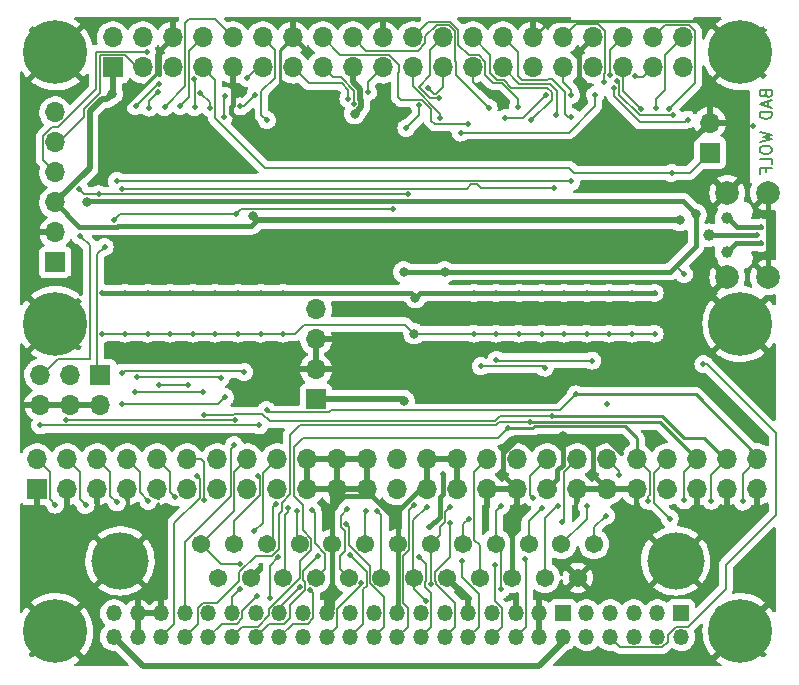
<source format=gbl>
G04 #@! TF.GenerationSoftware,KiCad,Pcbnew,(6.0.4)*
G04 #@! TF.CreationDate,2022-07-19T20:37:22-05:00*
G04 #@! TF.ProjectId,rascsi_2p6,72617363-7369-45f3-9270-362e6b696361,rev?*
G04 #@! TF.SameCoordinates,Original*
G04 #@! TF.FileFunction,Copper,L2,Bot*
G04 #@! TF.FilePolarity,Positive*
%FSLAX46Y46*%
G04 Gerber Fmt 4.6, Leading zero omitted, Abs format (unit mm)*
G04 Created by KiCad (PCBNEW (6.0.4)) date 2022-07-19 20:37:22*
%MOMM*%
%LPD*%
G01*
G04 APERTURE LIST*
%ADD10C,0.150000*%
G04 #@! TA.AperFunction,NonConductor*
%ADD11C,0.150000*%
G04 #@! TD*
G04 #@! TA.AperFunction,ComponentPad*
%ADD12C,0.800000*%
G04 #@! TD*
G04 #@! TA.AperFunction,ComponentPad*
%ADD13C,5.400000*%
G04 #@! TD*
G04 #@! TA.AperFunction,ComponentPad*
%ADD14R,1.700000X1.700000*%
G04 #@! TD*
G04 #@! TA.AperFunction,ComponentPad*
%ADD15O,1.700000X1.700000*%
G04 #@! TD*
G04 #@! TA.AperFunction,ComponentPad*
%ADD16C,2.000000*%
G04 #@! TD*
G04 #@! TA.AperFunction,ComponentPad*
%ADD17R,1.350000X1.350000*%
G04 #@! TD*
G04 #@! TA.AperFunction,ComponentPad*
%ADD18O,1.350000X1.350000*%
G04 #@! TD*
G04 #@! TA.AperFunction,ComponentPad*
%ADD19C,1.545000*%
G04 #@! TD*
G04 #@! TA.AperFunction,ComponentPad*
%ADD20C,4.845000*%
G04 #@! TD*
G04 #@! TA.AperFunction,SMDPad,CuDef*
%ADD21C,1.000000*%
G04 #@! TD*
G04 #@! TA.AperFunction,ViaPad*
%ADD22C,0.500000*%
G04 #@! TD*
G04 #@! TA.AperFunction,ViaPad*
%ADD23C,0.800000*%
G04 #@! TD*
G04 #@! TA.AperFunction,Conductor*
%ADD24C,0.200000*%
G04 #@! TD*
G04 #@! TA.AperFunction,Conductor*
%ADD25C,0.150000*%
G04 #@! TD*
G04 #@! TA.AperFunction,Conductor*
%ADD26C,0.400000*%
G04 #@! TD*
G04 #@! TA.AperFunction,Conductor*
%ADD27C,0.500000*%
G04 #@! TD*
G04 #@! TA.AperFunction,Conductor*
%ADD28C,0.250000*%
G04 #@! TD*
G04 APERTURE END LIST*
D10*
D11*
X238138571Y-49533333D02*
X238186190Y-49676190D01*
X238233809Y-49723809D01*
X238329047Y-49771428D01*
X238471904Y-49771428D01*
X238567142Y-49723809D01*
X238614761Y-49676190D01*
X238662380Y-49580952D01*
X238662380Y-49200000D01*
X237662380Y-49200000D01*
X237662380Y-49533333D01*
X237710000Y-49628571D01*
X237757619Y-49676190D01*
X237852857Y-49723809D01*
X237948095Y-49723809D01*
X238043333Y-49676190D01*
X238090952Y-49628571D01*
X238138571Y-49533333D01*
X238138571Y-49200000D01*
X238376666Y-50152380D02*
X238376666Y-50628571D01*
X238662380Y-50057142D02*
X237662380Y-50390476D01*
X238662380Y-50723809D01*
X238662380Y-51057142D02*
X237662380Y-51057142D01*
X237662380Y-51295238D01*
X237710000Y-51438095D01*
X237805238Y-51533333D01*
X237900476Y-51580952D01*
X238090952Y-51628571D01*
X238233809Y-51628571D01*
X238424285Y-51580952D01*
X238519523Y-51533333D01*
X238614761Y-51438095D01*
X238662380Y-51295238D01*
X238662380Y-51057142D01*
X237662380Y-52723809D02*
X238662380Y-52961904D01*
X237948095Y-53152380D01*
X238662380Y-53342857D01*
X237662380Y-53580952D01*
X237662380Y-54152380D02*
X237662380Y-54342857D01*
X237710000Y-54438095D01*
X237805238Y-54533333D01*
X237995714Y-54580952D01*
X238329047Y-54580952D01*
X238519523Y-54533333D01*
X238614761Y-54438095D01*
X238662380Y-54342857D01*
X238662380Y-54152380D01*
X238614761Y-54057142D01*
X238519523Y-53961904D01*
X238329047Y-53914285D01*
X237995714Y-53914285D01*
X237805238Y-53961904D01*
X237710000Y-54057142D01*
X237662380Y-54152380D01*
X238662380Y-55485714D02*
X238662380Y-55009523D01*
X237662380Y-55009523D01*
X238138571Y-56152380D02*
X238138571Y-55819047D01*
X238662380Y-55819047D02*
X237662380Y-55819047D01*
X237662380Y-56295238D01*
D12*
X180025000Y-46000000D03*
X176568109Y-47431891D03*
X178000000Y-43975000D03*
D13*
X178000000Y-46000000D03*
D12*
X178000000Y-48025000D03*
X179431891Y-47431891D03*
X175975000Y-46000000D03*
X179431891Y-44568109D03*
X176568109Y-44568109D03*
X178000000Y-71025000D03*
X175975000Y-69000000D03*
X179431891Y-70431891D03*
X176568109Y-67568109D03*
X179431891Y-67568109D03*
D13*
X178000000Y-69000000D03*
D12*
X180025000Y-69000000D03*
X176568109Y-70431891D03*
X178000000Y-66975000D03*
X179431891Y-93568109D03*
X178000000Y-97025000D03*
X176568109Y-93568109D03*
X175975000Y-95000000D03*
X179431891Y-96431891D03*
X178000000Y-92975000D03*
X176568109Y-96431891D03*
X180025000Y-95000000D03*
D13*
X178000000Y-95000000D03*
D14*
X178010000Y-63780000D03*
D15*
X178010000Y-61240000D03*
X178010000Y-58700000D03*
X178010000Y-56160000D03*
X178010000Y-53620000D03*
X178010000Y-51080000D03*
D12*
X236000000Y-71025000D03*
X234568109Y-70431891D03*
D13*
X236000000Y-69000000D03*
D12*
X238025000Y-69000000D03*
X236000000Y-66975000D03*
X237431891Y-70431891D03*
X237431891Y-67568109D03*
X233975000Y-69000000D03*
X234568109Y-67568109D03*
X236000000Y-92975000D03*
X238025000Y-95000000D03*
X234568109Y-96431891D03*
D13*
X236000000Y-95000000D03*
D12*
X236000000Y-97025000D03*
X234568109Y-93568109D03*
X237431891Y-93568109D03*
X237431891Y-96431891D03*
X233975000Y-95000000D03*
X238025000Y-46000000D03*
X237431891Y-47431891D03*
X236000000Y-43975000D03*
X234568109Y-47431891D03*
D13*
X236000000Y-46000000D03*
D12*
X234568109Y-44568109D03*
X236000000Y-48025000D03*
X237431891Y-44568109D03*
X233975000Y-46000000D03*
D16*
X238355000Y-65035000D03*
X238355000Y-57885000D03*
X234905000Y-57885000D03*
X234905000Y-65035000D03*
D14*
X176466500Y-82994500D03*
D15*
X176466500Y-80454500D03*
X179006500Y-82994500D03*
X179006500Y-80454500D03*
X181546500Y-82994500D03*
X181546500Y-80454500D03*
X184086500Y-82994500D03*
X184086500Y-80454500D03*
X186626500Y-82994500D03*
X186626500Y-80454500D03*
X189166500Y-82994500D03*
X189166500Y-80454500D03*
X191706500Y-82994500D03*
X191706500Y-80454500D03*
X194246500Y-82994500D03*
X194246500Y-80454500D03*
X196786500Y-82994500D03*
X196786500Y-80454500D03*
X199326500Y-82994500D03*
X199326500Y-80454500D03*
X201866500Y-82994500D03*
X201866500Y-80454500D03*
X204406500Y-82994500D03*
X204406500Y-80454500D03*
X206946500Y-82994500D03*
X206946500Y-80454500D03*
X209486500Y-82994500D03*
X209486500Y-80454500D03*
X212026500Y-82994500D03*
X212026500Y-80454500D03*
X214566500Y-82994500D03*
X214566500Y-80454500D03*
X217106500Y-82994500D03*
X217106500Y-80454500D03*
X219646500Y-82994500D03*
X219646500Y-80454500D03*
X222186500Y-82994500D03*
X222186500Y-80454500D03*
X224726500Y-82994500D03*
X224726500Y-80454500D03*
X227266500Y-82994500D03*
X227266500Y-80454500D03*
X229806500Y-82994500D03*
X229806500Y-80454500D03*
X232346500Y-82994500D03*
X232346500Y-80454500D03*
X234886500Y-82994500D03*
X234886500Y-80454500D03*
X237426500Y-82994500D03*
X237426500Y-80454500D03*
D17*
X230972000Y-93488000D03*
D18*
X230972000Y-95488000D03*
X228972000Y-93488000D03*
X228972000Y-95488000D03*
X226972000Y-93488000D03*
X226972000Y-95488000D03*
X224972000Y-93488000D03*
X224972000Y-95488000D03*
X222972000Y-93488000D03*
X222972000Y-95488000D03*
D17*
X220972000Y-93488000D03*
D18*
X220972000Y-95488000D03*
X218972000Y-93488000D03*
X218972000Y-95488000D03*
X216972000Y-93488000D03*
X216972000Y-95488000D03*
X214972000Y-93488000D03*
X214972000Y-95488000D03*
X212972000Y-93488000D03*
X212972000Y-95488000D03*
X210972000Y-93488000D03*
X210972000Y-95488000D03*
X208972000Y-93488000D03*
X208972000Y-95488000D03*
X206972000Y-93488000D03*
X206972000Y-95488000D03*
X204972000Y-93488000D03*
X204972000Y-95488000D03*
X202972000Y-93488000D03*
X202972000Y-95488000D03*
X200972000Y-93488000D03*
X200972000Y-95488000D03*
X198972000Y-93488000D03*
X198972000Y-95488000D03*
X196972000Y-93488000D03*
X196972000Y-95488000D03*
X194972000Y-93488000D03*
X194972000Y-95488000D03*
X192972000Y-93488000D03*
X192972000Y-95488000D03*
X190972000Y-93488000D03*
X190972000Y-95488000D03*
X188972000Y-93488000D03*
X188972000Y-95488000D03*
X186972000Y-93488000D03*
X186972000Y-95488000D03*
X184972000Y-93488000D03*
X184972000Y-95488000D03*
X182972000Y-93488000D03*
X182972000Y-95488000D03*
D14*
X181810000Y-73300000D03*
D15*
X181810000Y-75840000D03*
X179270000Y-73300000D03*
X179270000Y-75840000D03*
X176730000Y-73300000D03*
X176730000Y-75840000D03*
D14*
X200070000Y-75380000D03*
D15*
X200070000Y-72840000D03*
X200070000Y-70300000D03*
X200070000Y-67760000D03*
D14*
X182870000Y-47270000D03*
D15*
X182870000Y-44730000D03*
X185410000Y-47270000D03*
X185410000Y-44730000D03*
X187950000Y-47270000D03*
X187950000Y-44730000D03*
X190490000Y-47270000D03*
X190490000Y-44730000D03*
X193030000Y-47270000D03*
X193030000Y-44730000D03*
X195570000Y-47270000D03*
X195570000Y-44730000D03*
X198110000Y-47270000D03*
X198110000Y-44730000D03*
X200650000Y-47270000D03*
X200650000Y-44730000D03*
X203190000Y-47270000D03*
X203190000Y-44730000D03*
X205730000Y-47270000D03*
X205730000Y-44730000D03*
X208270000Y-47270000D03*
X208270000Y-44730000D03*
X210810000Y-47270000D03*
X210810000Y-44730000D03*
X213350000Y-47270000D03*
X213350000Y-44730000D03*
X215890000Y-47270000D03*
X215890000Y-44730000D03*
X218430000Y-47270000D03*
X218430000Y-44730000D03*
X220970000Y-47270000D03*
X220970000Y-44730000D03*
X223510000Y-47270000D03*
X223510000Y-44730000D03*
X226050000Y-47270000D03*
X226050000Y-44730000D03*
X228590000Y-47270000D03*
X228590000Y-44730000D03*
X231130000Y-47270000D03*
X231130000Y-44730000D03*
D19*
X223621600Y-87630000D03*
X220851600Y-87630000D03*
X218081600Y-87630000D03*
X215311600Y-87630000D03*
X212541600Y-87630000D03*
X209771600Y-87630000D03*
X207001600Y-87630000D03*
X204231600Y-87630000D03*
X201461600Y-87630000D03*
X198691600Y-87630000D03*
X195921600Y-87630000D03*
X193151600Y-87630000D03*
X190381600Y-87630000D03*
X222236600Y-90470000D03*
X219466600Y-90470000D03*
X216696600Y-90470000D03*
X213926600Y-90470000D03*
X211156600Y-90470000D03*
X208386600Y-90470000D03*
X205616600Y-90470000D03*
X202846600Y-90470000D03*
X200076600Y-90470000D03*
X197306600Y-90470000D03*
X194536600Y-90470000D03*
X191766600Y-90470000D03*
D20*
X230521600Y-89050000D03*
X183481600Y-89050000D03*
D14*
X233426000Y-54483000D03*
D15*
X233426000Y-51943000D03*
D21*
X233350000Y-61480000D03*
X234850000Y-62910000D03*
X234850000Y-60050000D03*
D22*
X224726500Y-75763500D03*
X222470000Y-62540000D03*
X229040000Y-62620000D03*
X224110000Y-52600000D03*
X205330000Y-72360000D03*
X192930000Y-62340000D03*
X192190000Y-54830000D03*
X198740000Y-63510000D03*
X205750000Y-63250000D03*
X220230000Y-62240000D03*
X180110000Y-61520000D03*
X181690000Y-58010000D03*
X180901023Y-54828977D03*
X217390000Y-60220000D03*
X229570000Y-60220000D03*
X210600000Y-51560000D03*
X233577000Y-60183000D03*
X195190000Y-52420000D03*
X225710000Y-78760000D03*
X200220000Y-53010000D03*
X205330000Y-51330000D03*
X219530000Y-54800000D03*
X197260000Y-51720000D03*
X217359259Y-75148500D03*
D23*
X220950000Y-78440000D03*
D22*
X230590000Y-68010000D03*
X217420000Y-54580000D03*
X237110000Y-52200000D03*
X228670000Y-78540000D03*
X179163500Y-65147757D03*
X206743500Y-54370001D03*
X195090000Y-63820000D03*
X223606000Y-57420000D03*
X217932000Y-78803500D03*
D23*
X233230000Y-48250000D03*
D22*
X198790000Y-50640000D03*
X183443314Y-50335989D03*
D23*
X182816500Y-49530000D03*
X230873001Y-60220000D03*
X203349676Y-51176921D03*
X194730000Y-59840000D03*
X210980000Y-64580000D03*
D22*
X231250000Y-64780000D03*
D23*
X232242000Y-59706000D03*
X207520000Y-75480000D03*
X207510000Y-64580000D03*
X180680000Y-58690000D03*
D22*
X189970000Y-81900000D03*
X224619308Y-85214713D03*
X233550000Y-83950000D03*
X190590000Y-76680000D03*
X220021021Y-76791021D03*
X216355477Y-77794523D03*
X223017950Y-84430159D03*
X228193502Y-83950000D03*
X211387010Y-84484832D03*
X218467635Y-83701010D03*
X199594338Y-91513449D03*
X214030000Y-72570000D03*
X209788434Y-91015548D03*
X219440000Y-72690000D03*
X195109837Y-92047077D03*
X230028947Y-85465648D03*
X209435886Y-84452762D03*
X209382000Y-92462031D03*
X215740000Y-84360000D03*
X225702655Y-81777345D03*
X215732000Y-91456000D03*
X193634000Y-91456000D03*
X200238000Y-88662000D03*
X220930000Y-85750000D03*
X213012489Y-85489064D03*
X223470000Y-72090000D03*
X198690326Y-91301086D03*
X215340000Y-72020000D03*
X194844714Y-86558047D03*
X205218510Y-84796010D03*
X203913077Y-90911020D03*
X176730000Y-77580000D03*
X195260000Y-77580000D03*
X177980000Y-84280000D03*
X204320000Y-84796010D03*
X217764000Y-88916000D03*
X193230000Y-77103500D03*
X178944361Y-77103500D03*
X215224000Y-89424000D03*
X202721033Y-84656657D03*
X180570000Y-84330000D03*
X212430000Y-89056511D03*
X183202424Y-84102989D03*
X183690000Y-75780000D03*
X199719686Y-84757742D03*
X192380000Y-75190000D03*
X184730000Y-74780000D03*
X190520000Y-74710000D03*
X211443766Y-85876963D03*
X185893529Y-83978968D03*
X198480000Y-84852000D03*
X197698000Y-84550000D03*
X208808688Y-88748588D03*
X188130504Y-83651957D03*
X208366000Y-84344000D03*
X186800000Y-74170000D03*
X196710000Y-84234946D03*
X190608551Y-83908553D03*
X189250000Y-74180000D03*
X202631070Y-85937679D03*
X184880000Y-73440000D03*
X195173502Y-81827449D03*
X192012520Y-73545468D03*
X202952442Y-88582442D03*
X193631263Y-89293836D03*
X193970000Y-73070000D03*
X183670000Y-73100000D03*
X222082000Y-74946000D03*
X195886769Y-76278251D03*
X219236247Y-84548511D03*
X236200000Y-84020000D03*
X193160000Y-79250000D03*
X231254940Y-83921502D03*
X220571042Y-84385360D03*
X218213022Y-77293022D03*
X196174000Y-92218000D03*
X210810000Y-81680000D03*
X209679033Y-86203489D03*
X196886051Y-88747053D03*
X184798618Y-50545999D03*
X186806010Y-48683990D03*
X194271557Y-48167758D03*
X185928000Y-50673000D03*
X186737007Y-49307193D03*
X224985361Y-47880000D03*
X187261500Y-50609500D03*
X188595000Y-50546000D03*
X189801500Y-50609500D03*
X189779021Y-48270023D03*
X190295637Y-49411485D03*
X224463077Y-48513124D03*
X191071500Y-50673000D03*
X209542501Y-48977204D03*
X192255000Y-51495760D03*
X192397746Y-49656063D03*
X204460000Y-49371531D03*
X193670000Y-50562173D03*
X194939652Y-49605043D03*
X195910000Y-51720000D03*
X212320000Y-52780000D03*
X227047721Y-47984220D03*
X223717751Y-49605263D03*
X212930000Y-52100000D03*
X214693500Y-50673000D03*
X216104492Y-51563351D03*
X219575797Y-49570715D03*
X203254914Y-50358898D03*
X217190000Y-50580000D03*
X227587496Y-50796504D03*
X228854000Y-50673000D03*
X229977207Y-50780562D03*
X230264293Y-51337990D03*
X202814160Y-49912387D03*
X225540387Y-48386177D03*
X185750000Y-45950000D03*
X224915000Y-69810000D03*
X187737500Y-69810000D03*
X221090000Y-69810000D03*
X195387500Y-69810000D03*
X223002500Y-69810000D03*
X213440000Y-69810000D03*
X215352500Y-69810000D03*
X183912500Y-69810000D03*
X219177500Y-69810000D03*
X193475000Y-69810000D03*
X191562500Y-69810000D03*
D23*
X208380000Y-69810000D03*
D22*
X185825000Y-69810000D03*
X189650000Y-69810000D03*
X197300000Y-69810000D03*
X182000000Y-69810000D03*
X226827500Y-69810000D03*
X228740000Y-69810000D03*
X217265000Y-69810000D03*
D23*
X208500000Y-66770000D03*
D22*
X185825000Y-66360000D03*
X189650000Y-66360000D03*
X193475000Y-66360000D03*
X195387500Y-66360000D03*
X182000000Y-66360000D03*
X191562500Y-66360000D03*
X219177500Y-66360000D03*
X228740000Y-66360000D03*
X213440000Y-66360000D03*
X197300000Y-66360000D03*
X224915000Y-66360000D03*
X215352500Y-66360000D03*
X221090000Y-66360000D03*
X183912500Y-66360000D03*
X217265000Y-66360000D03*
X187737500Y-66360000D03*
X223002500Y-66360000D03*
X226827500Y-66360000D03*
X231540000Y-51680000D03*
X225277665Y-48996684D03*
X221680000Y-49605064D03*
X218293367Y-51747866D03*
X210450000Y-49898500D03*
X183011500Y-60164209D03*
X206620000Y-59260000D03*
X208824411Y-50488011D03*
X207730000Y-52400000D03*
X193270000Y-59660000D03*
X183200000Y-56860000D03*
X221690000Y-51460000D03*
X221690000Y-56920000D03*
X220430000Y-51320000D03*
X183676500Y-57523228D03*
X182170000Y-62460000D03*
X220230000Y-57500000D03*
X180050000Y-57590000D03*
X207870000Y-58010000D03*
X237777990Y-60820000D03*
X237401287Y-61446949D03*
X237777990Y-62120000D03*
X232870000Y-72400000D03*
X230183368Y-56193368D03*
D24*
X180100000Y-61510000D02*
X180110000Y-61520000D01*
X180927001Y-62337001D02*
X180100000Y-61510000D01*
X178197001Y-71932999D02*
X180927001Y-71932999D01*
X180927001Y-71932999D02*
X180927001Y-62337001D01*
X176760000Y-73370000D02*
X178197001Y-71932999D01*
X193270000Y-59660000D02*
X183515709Y-59660000D01*
X183515709Y-59660000D02*
X183011500Y-60164209D01*
D25*
X181530000Y-63100000D02*
X182170000Y-62460000D01*
X181530000Y-73020000D02*
X181530000Y-63100000D01*
D26*
X194614290Y-60715710D02*
X195110000Y-60220000D01*
X183274505Y-60715710D02*
X194614290Y-60715710D01*
X183249505Y-60740710D02*
X183274505Y-60715710D01*
D25*
X212834772Y-57523228D02*
X183676500Y-57523228D01*
D26*
X180050710Y-60740710D02*
X183249505Y-60740710D01*
D25*
X213676000Y-57166000D02*
X213192000Y-57166000D01*
D26*
X178010000Y-58700000D02*
X180050710Y-60740710D01*
D25*
X213192000Y-57166000D02*
X212834772Y-57523228D01*
X220230000Y-57500000D02*
X214010000Y-57500000D01*
X214010000Y-57500000D02*
X213676000Y-57166000D01*
X180470000Y-58010000D02*
X180050000Y-57590000D01*
X207870000Y-58010000D02*
X180470000Y-58010000D01*
D27*
X180901023Y-54828977D02*
X180901023Y-55808977D01*
X180901023Y-50961015D02*
X180901023Y-54828977D01*
X180901023Y-55808977D02*
X178010000Y-58700000D01*
X181932039Y-49929999D02*
X180901023Y-50961015D01*
X182416501Y-49929999D02*
X181932039Y-49929999D01*
X182816500Y-49530000D02*
X182416501Y-49929999D01*
X217390000Y-60220000D02*
X229570000Y-60220000D01*
X195110000Y-60220000D02*
X217390000Y-60220000D01*
X229570000Y-60220000D02*
X230873001Y-60220000D01*
X194730000Y-59840000D02*
X195110000Y-60220000D01*
D25*
X210600000Y-51170000D02*
X210600000Y-51560000D01*
X208270000Y-48840000D02*
X210600000Y-51170000D01*
X202137999Y-46217999D02*
X200650000Y-44730000D01*
X206234961Y-46217999D02*
X202137999Y-46217999D01*
X207073500Y-47056538D02*
X206234961Y-46217999D01*
X207073500Y-47623252D02*
X207073500Y-47056538D01*
X207030000Y-49800000D02*
X207030000Y-47666752D01*
X209065465Y-50026511D02*
X207256511Y-50026511D01*
X207256511Y-50026511D02*
X207030000Y-49800000D01*
X209805465Y-50766511D02*
X209065465Y-50026511D01*
X209805465Y-51765465D02*
X209805465Y-50766511D01*
X212930000Y-52100000D02*
X210140000Y-52100000D01*
X210140000Y-52100000D02*
X209805465Y-51765465D01*
X207030000Y-47666752D02*
X207073500Y-47623252D01*
X223717751Y-49605263D02*
X223717751Y-50522249D01*
X223717751Y-50522249D02*
X221460000Y-52780000D01*
X221460000Y-52780000D02*
X212320000Y-52780000D01*
X208270000Y-47270000D02*
X208270000Y-48840000D01*
D24*
X206573499Y-59213499D02*
X206620000Y-59260000D01*
X193270000Y-59660000D02*
X193716501Y-59213499D01*
X193716501Y-59213499D02*
X206573499Y-59213499D01*
X208824411Y-51305589D02*
X207730000Y-52400000D01*
X208824411Y-50488011D02*
X208824411Y-51305589D01*
D26*
X197260000Y-54067500D02*
X197260000Y-51720000D01*
X197489001Y-54296501D02*
X197260000Y-54067500D01*
X192880063Y-50603626D02*
X193030000Y-50453689D01*
X220950000Y-80892962D02*
X220950000Y-78440000D01*
D28*
X183974973Y-50335989D02*
X183796867Y-50335989D01*
D26*
X220496499Y-81346463D02*
X220950000Y-80892962D01*
X186772999Y-45907001D02*
X186772999Y-47834961D01*
X217106500Y-82994500D02*
X217106500Y-84196581D01*
X202444071Y-83542711D02*
X204819173Y-83542711D01*
X216696600Y-84606481D02*
X216696600Y-90470000D01*
X198110000Y-44730000D02*
X199464437Y-46084437D01*
X219646500Y-82994500D02*
X220496499Y-82144501D01*
X223540000Y-78440000D02*
X220950000Y-78440000D01*
D28*
X197007999Y-48857999D02*
X198540001Y-50390001D01*
D26*
X193030000Y-48472081D02*
X193030000Y-47270000D01*
D28*
X218430000Y-44730000D02*
X219859999Y-43300001D01*
X187950000Y-44730000D02*
X186512001Y-46167999D01*
D25*
X237110000Y-52200000D02*
X235818519Y-52200000D01*
D26*
X222332999Y-45907001D02*
X222332999Y-48064470D01*
D28*
X198540001Y-50390001D02*
X198790000Y-50640000D01*
D26*
X215929499Y-79889539D02*
X217015538Y-78803500D01*
X223549499Y-78449499D02*
X223540000Y-78440000D01*
X225903501Y-79889539D02*
X224453962Y-78440000D01*
X201461600Y-83399400D02*
X201461600Y-87630000D01*
X193030000Y-50453689D02*
X193030000Y-48472081D01*
X217106500Y-84196581D02*
X216696600Y-84606481D01*
X201461600Y-84525182D02*
X202444071Y-83542711D01*
D28*
X233300001Y-43300001D02*
X236000000Y-46000000D01*
D26*
X201461600Y-87630000D02*
X201461600Y-92998400D01*
X222332999Y-48064470D02*
X222787002Y-48518473D01*
X187950000Y-44730000D02*
X186772999Y-45907001D01*
X224453962Y-78440000D02*
X223540000Y-78440000D01*
X220496499Y-82144501D02*
X220496499Y-81346463D01*
X238355000Y-65035000D02*
X238355000Y-57885000D01*
D28*
X219859999Y-43300001D02*
X233300001Y-43300001D01*
D27*
X233426000Y-51943000D02*
X230489000Y-54880000D01*
D26*
X196019014Y-54296501D02*
X192880063Y-51157550D01*
X192880063Y-51157550D02*
X192880063Y-50603626D01*
D25*
X197489001Y-54296501D02*
X196066501Y-54296501D01*
D28*
X198110000Y-44730000D02*
X197007999Y-45832001D01*
D26*
X223549499Y-81817499D02*
X223549499Y-78449499D01*
X215929499Y-81817499D02*
X215929499Y-79889539D01*
D28*
X186512001Y-46167999D02*
X186512001Y-47798961D01*
D26*
X207001600Y-84854436D02*
X207001600Y-87630000D01*
X207001600Y-87630000D02*
X207001600Y-93458400D01*
D24*
X213987919Y-49110000D02*
X214420000Y-49110000D01*
D26*
X224726500Y-82994500D02*
X223549499Y-81817499D01*
D24*
X214420000Y-49110000D02*
X214880000Y-49570000D01*
D26*
X223510000Y-44730000D02*
X222332999Y-45907001D01*
X208861536Y-82994500D02*
X207001600Y-84854436D01*
D28*
X183796867Y-50335989D02*
X183443314Y-50335989D01*
D24*
X213350000Y-47270000D02*
X213350000Y-48472081D01*
D26*
X217015538Y-78803500D02*
X217932000Y-78803500D01*
X201461600Y-92998400D02*
X200972000Y-93488000D01*
X204819173Y-83542711D02*
X207001600Y-85725138D01*
X197489001Y-54296501D02*
X196019014Y-54296501D01*
D28*
X197007999Y-45832001D02*
X197007999Y-48857999D01*
X186512001Y-47798961D02*
X183974973Y-50335989D01*
D24*
X213350000Y-48472081D02*
X213987919Y-49110000D01*
D26*
X217106500Y-82994500D02*
X215929499Y-81817499D01*
D27*
X203749675Y-50776922D02*
X203349676Y-51176921D01*
X182870000Y-49476500D02*
X182816500Y-49530000D01*
X203881916Y-50644681D02*
X203749675Y-50776922D01*
X182870000Y-47270000D02*
X182870000Y-49476500D01*
X203881916Y-50057936D02*
X203881916Y-50644681D01*
X203190000Y-47270000D02*
X203190000Y-48472081D01*
X203829782Y-49111863D02*
X203829782Y-50005802D01*
X203190000Y-48472081D02*
X203829782Y-49111863D01*
X203829782Y-50005802D02*
X203881916Y-50057936D01*
D26*
X232242000Y-62408000D02*
X232242000Y-59706000D01*
D25*
X230645000Y-64175000D02*
X230475000Y-64175000D01*
D27*
X207420000Y-75380000D02*
X207520000Y-75480000D01*
D25*
X231250000Y-64780000D02*
X230645000Y-64175000D01*
D26*
X180680000Y-58690000D02*
X180780000Y-58590000D01*
D27*
X182972000Y-95488000D02*
X185409011Y-97925011D01*
X185409011Y-97925011D02*
X218930286Y-97925011D01*
D26*
X210980000Y-64580000D02*
X230070000Y-64580000D01*
X230475000Y-64175000D02*
X232242000Y-62408000D01*
X231126000Y-58590000D02*
X232242000Y-59706000D01*
X207510000Y-64580000D02*
X210980000Y-64580000D01*
D27*
X200070000Y-75380000D02*
X207420000Y-75380000D01*
D26*
X230070000Y-64580000D02*
X230475000Y-64175000D01*
X180780000Y-58590000D02*
X231126000Y-58590000D01*
D27*
X218930286Y-97925011D02*
X220972000Y-95883297D01*
D25*
X190218011Y-82148011D02*
X189970000Y-81900000D01*
D28*
X231210000Y-78650000D02*
X229351021Y-76791021D01*
D24*
X233550000Y-81791000D02*
X234886500Y-80454500D01*
X223621600Y-86212421D02*
X224619308Y-85214713D01*
D25*
X190218011Y-83681989D02*
X190218011Y-82148011D01*
X190610000Y-76660000D02*
X193030000Y-76660000D01*
X188095489Y-85804511D02*
X190218011Y-83681989D01*
D28*
X229351021Y-76791021D02*
X220021021Y-76791021D01*
D25*
X186972000Y-95488000D02*
X188095489Y-94364511D01*
D28*
X234721326Y-80454500D02*
X232916827Y-78650001D01*
D25*
X188095489Y-94364511D02*
X188095489Y-85804511D01*
X196180000Y-77210000D02*
X215230000Y-77210000D01*
D24*
X223621600Y-87630000D02*
X223621600Y-86212421D01*
D25*
X215648979Y-76791021D02*
X220021021Y-76791021D01*
X195540000Y-76570000D02*
X196180000Y-77210000D01*
D24*
X233550000Y-83950000D02*
X233550000Y-81791000D01*
D25*
X190590000Y-76680000D02*
X190610000Y-76660000D01*
X215230000Y-77210000D02*
X215648979Y-76791021D01*
X193030000Y-76660000D02*
X193120000Y-76570000D01*
X193120000Y-76570000D02*
X195540000Y-76570000D01*
D28*
X232916827Y-78650001D02*
X231210000Y-78650000D01*
X218545243Y-77670032D02*
X218420752Y-77794523D01*
D25*
X215525110Y-78624890D02*
X216355477Y-77794523D01*
X199666101Y-88097761D02*
X199666101Y-87162239D01*
X199666101Y-87162239D02*
X198968000Y-86464138D01*
D24*
X220851600Y-87630000D02*
X223017950Y-85463650D01*
D25*
X198690989Y-89072873D02*
X199666101Y-88097761D01*
D24*
X228343501Y-83446448D02*
X228193502Y-83596447D01*
D25*
X195146963Y-94610999D02*
X196094999Y-93662963D01*
D28*
X226260032Y-77670032D02*
X218545243Y-77670032D01*
D24*
X227266500Y-80454500D02*
X228343501Y-81531501D01*
D25*
X198194499Y-79371901D02*
X198941510Y-78624890D01*
X198968000Y-86464138D02*
X198968000Y-84318364D01*
D28*
X227266500Y-78676500D02*
X226260032Y-77670032D01*
D24*
X228343501Y-81531501D02*
X228343501Y-83446448D01*
D28*
X218420752Y-77794523D02*
X216355477Y-77794523D01*
D25*
X198941510Y-78624890D02*
X215525110Y-78624890D01*
X192972000Y-95488000D02*
X193849001Y-94610999D01*
D24*
X228193502Y-83596447D02*
X228193502Y-83950000D01*
D28*
X227266500Y-80454500D02*
X227266500Y-78676500D01*
D25*
X193849001Y-94610999D02*
X195146963Y-94610999D01*
X196094999Y-93662963D02*
X196094999Y-93123863D01*
X198690989Y-90527873D02*
X198690989Y-89072873D01*
D24*
X223017950Y-85463650D02*
X223017950Y-84430159D01*
D25*
X198968000Y-84318364D02*
X198194499Y-83544863D01*
X196094999Y-93123863D02*
X198690989Y-90527873D01*
X198194499Y-83544863D02*
X198194499Y-79371901D01*
X199849001Y-93908961D02*
X199849001Y-91768112D01*
D24*
X219646500Y-80454500D02*
X218217636Y-81883364D01*
X210987012Y-84884830D02*
X211387010Y-84484832D01*
X209771600Y-87630000D02*
X210544099Y-86857501D01*
D25*
X199392961Y-94365001D02*
X199849001Y-93908961D01*
D24*
X210544099Y-86857501D02*
X210544099Y-86182344D01*
D25*
X198094999Y-94365001D02*
X199392961Y-94365001D01*
D24*
X210544099Y-86182344D02*
X210987012Y-85739431D01*
X218217636Y-83451011D02*
X218467635Y-83701010D01*
D25*
X196972000Y-95488000D02*
X198094999Y-94365001D01*
D24*
X214030000Y-72570000D02*
X219320000Y-72570000D01*
D25*
X209771600Y-87630000D02*
X209771600Y-90998714D01*
X209771600Y-90998714D02*
X209788434Y-91015548D01*
D24*
X218217636Y-81883364D02*
X218217636Y-83451011D01*
X210987012Y-85739431D02*
X210987012Y-84884830D01*
X219320000Y-72570000D02*
X219440000Y-72690000D01*
D25*
X199849001Y-91768112D02*
X199594338Y-91513449D01*
D24*
X208331686Y-85556962D02*
X209435886Y-84452762D01*
D25*
X193849001Y-93307913D02*
X195109837Y-92047077D01*
D24*
X228670512Y-84107213D02*
X230028947Y-85465648D01*
X229806500Y-80454500D02*
X228670512Y-81590488D01*
X208331686Y-90415086D02*
X208331686Y-85556962D01*
D25*
X208386600Y-91466631D02*
X209382000Y-92462031D01*
X193392961Y-94365001D02*
X193849001Y-93908961D01*
X190972000Y-95488000D02*
X192094999Y-94365001D01*
X193849001Y-93908961D02*
X193849001Y-93307913D01*
D24*
X228670512Y-81590488D02*
X228670512Y-84107213D01*
D25*
X192094999Y-94365001D02*
X193392961Y-94365001D01*
X208386600Y-90470000D02*
X208386600Y-91466631D01*
D24*
X215311600Y-84788400D02*
X215740000Y-84360000D01*
X215311600Y-87630000D02*
X215311600Y-84788400D01*
D25*
X215732000Y-91456000D02*
X215722099Y-91446099D01*
X225702655Y-81430655D02*
X225702655Y-81777345D01*
X215722099Y-91446099D02*
X215722099Y-88040499D01*
X224726500Y-80454500D02*
X225702655Y-81430655D01*
X192972000Y-93488000D02*
X192972000Y-92118000D01*
X192972000Y-92118000D02*
X193634000Y-91456000D01*
X197392961Y-94365001D02*
X197915629Y-93842333D01*
X199142328Y-91518048D02*
X199142328Y-90816942D01*
D24*
X221109499Y-81531501D02*
X221109499Y-85570501D01*
D25*
X194972000Y-95488000D02*
X196094999Y-94365001D01*
X196094999Y-94365001D02*
X197392961Y-94365001D01*
X199142328Y-90816942D02*
X198968000Y-90642614D01*
D24*
X222186500Y-80454500D02*
X221109499Y-81531501D01*
X221109499Y-85570501D02*
X220930000Y-85750000D01*
X212541600Y-85959953D02*
X213012489Y-85489064D01*
D25*
X198968000Y-89932000D02*
X200238000Y-88662000D01*
X197915629Y-92744747D02*
X199142328Y-91518048D01*
X198968000Y-90642614D02*
X198968000Y-89932000D01*
X197915629Y-93842333D02*
X197915629Y-92744747D01*
D24*
X212541600Y-87630000D02*
X212541600Y-85959953D01*
X214566500Y-80454500D02*
X213489499Y-81531501D01*
X223470000Y-72090000D02*
X215410000Y-72090000D01*
X213489499Y-81531501D02*
X213489499Y-87287161D01*
X213489499Y-87287161D02*
X213926600Y-87724262D01*
X215410000Y-72090000D02*
X215340000Y-72020000D01*
D25*
X196972000Y-93019412D02*
X198690326Y-91301086D01*
D24*
X213926600Y-87724262D02*
X213926600Y-90470000D01*
D25*
X200972000Y-95488000D02*
X201849001Y-94610999D01*
X203913077Y-91082923D02*
X203913077Y-90911020D01*
X195575512Y-82094401D02*
X195625503Y-82044410D01*
X194844714Y-86558047D02*
X195575512Y-85827249D01*
D24*
X205616600Y-85194100D02*
X205218510Y-84796010D01*
X205616600Y-90470000D02*
X205616600Y-85194100D01*
D25*
X201849001Y-94610999D02*
X201849001Y-93146999D01*
X201849001Y-93146999D02*
X203913077Y-91082923D01*
X195625503Y-82044410D02*
X195625503Y-81615497D01*
X195575512Y-85827249D02*
X195575512Y-82094401D01*
X195625503Y-81615497D02*
X196786500Y-80454500D01*
X217849001Y-89001001D02*
X217764000Y-88916000D01*
X216972000Y-95488000D02*
X217849001Y-94610999D01*
D24*
X195260000Y-77580000D02*
X176730000Y-77580000D01*
D25*
X217849001Y-94610999D02*
X217849001Y-89001001D01*
D24*
X177543501Y-81531501D02*
X177543501Y-83843501D01*
X177543501Y-83843501D02*
X177980000Y-84280000D01*
X204231600Y-84884410D02*
X204320000Y-84796010D01*
X204231600Y-87630000D02*
X204231600Y-84884410D01*
X176466500Y-80454500D02*
X177543501Y-81531501D01*
D25*
X214972000Y-95488000D02*
X215849001Y-94610999D01*
D24*
X193176999Y-77156501D02*
X178997362Y-77156501D01*
X180083501Y-81531501D02*
X180083501Y-83843501D01*
X202503047Y-86488838D02*
X202154068Y-86139859D01*
D25*
X215224000Y-92442038D02*
X215224000Y-89424000D01*
D24*
X202074101Y-88659935D02*
X202503047Y-88230989D01*
D25*
X215849001Y-94610999D02*
X215849001Y-93067039D01*
D24*
X202503047Y-88230989D02*
X202503047Y-86488838D01*
X202154068Y-86139859D02*
X202154068Y-85223622D01*
X202846600Y-90470000D02*
X202074101Y-89697501D01*
X179006500Y-80454500D02*
X180083501Y-81531501D01*
D25*
X215849001Y-93067039D02*
X215224000Y-92442038D01*
D24*
X193230000Y-77103500D02*
X193176999Y-77156501D01*
X180083501Y-83843501D02*
X180570000Y-84330000D01*
X178997362Y-77156501D02*
X178944361Y-77103500D01*
X202074101Y-89697501D02*
X202074101Y-88659935D01*
X202154068Y-85223622D02*
X202721033Y-84656657D01*
X199969685Y-85007741D02*
X199719686Y-84757742D01*
X200076600Y-90470000D02*
X200849099Y-89697501D01*
X192380000Y-75190000D02*
X191790000Y-75780000D01*
X199969685Y-87573532D02*
X199969685Y-85007741D01*
X191790000Y-75780000D02*
X183690000Y-75780000D01*
D25*
X213849001Y-91834663D02*
X212430000Y-90415662D01*
X213849001Y-94610999D02*
X213849001Y-91834663D01*
X212430000Y-90415662D02*
X212430000Y-89056511D01*
D24*
X182623501Y-81531501D02*
X182623501Y-83524066D01*
D25*
X212972000Y-95488000D02*
X213849001Y-94610999D01*
D24*
X181546500Y-80454500D02*
X182623501Y-81531501D01*
X200849099Y-88452946D02*
X199969685Y-87573532D01*
X200849099Y-89697501D02*
X200849099Y-88452946D01*
X182623501Y-83524066D02*
X183202424Y-84102989D01*
X190450000Y-74780000D02*
X184730000Y-74780000D01*
D25*
X211849001Y-92604663D02*
X210249584Y-91005246D01*
X210972000Y-95488000D02*
X211849001Y-94610999D01*
X211849001Y-94610999D02*
X211849001Y-92604663D01*
D24*
X190520000Y-74710000D02*
X190450000Y-74780000D01*
D25*
X210182099Y-90770780D02*
X210182099Y-90002239D01*
D24*
X185163501Y-81531501D02*
X185163501Y-83248940D01*
X185163501Y-83248940D02*
X185893529Y-83978968D01*
D25*
X210249584Y-91005246D02*
X210249584Y-90838265D01*
X198480000Y-87418400D02*
X198480000Y-84852000D01*
X210182099Y-90002239D02*
X211443766Y-88740572D01*
D24*
X184086500Y-80454500D02*
X185163501Y-81531501D01*
D25*
X211443766Y-88740572D02*
X211443766Y-85876963D01*
X210249584Y-90838265D02*
X210182099Y-90770780D01*
D24*
X187703501Y-81531501D02*
X187703501Y-83224954D01*
D25*
X209336432Y-90798586D02*
X209361101Y-90773917D01*
X209361101Y-89301001D02*
X208808688Y-88748588D01*
D24*
X197698000Y-84903553D02*
X197698000Y-84550000D01*
D25*
X209336432Y-91272680D02*
X209336432Y-90798586D01*
D24*
X197480503Y-85121050D02*
X197698000Y-84903553D01*
D25*
X209849001Y-91785249D02*
X209336432Y-91272680D01*
D24*
X187703501Y-83224954D02*
X188130504Y-83651957D01*
X186626500Y-80454500D02*
X187703501Y-81531501D01*
D25*
X208972000Y-95488000D02*
X209849001Y-94610999D01*
X209361101Y-90773917D02*
X209361101Y-89301001D01*
X209849001Y-94610999D02*
X209849001Y-91785249D01*
D24*
X197480503Y-90296097D02*
X197480503Y-85121050D01*
D25*
X207976101Y-88097761D02*
X207976101Y-84733899D01*
D24*
X196460001Y-87091599D02*
X196460001Y-84484945D01*
D25*
X207849001Y-93067039D02*
X207403611Y-92621649D01*
D24*
X195921600Y-87630000D02*
X196460001Y-87091599D01*
D25*
X206972000Y-95488000D02*
X207849001Y-94610999D01*
D24*
X189240000Y-74170000D02*
X189250000Y-74180000D01*
D25*
X207849001Y-94610999D02*
X207849001Y-93067039D01*
D24*
X189166500Y-80454500D02*
X190368581Y-80454500D01*
X190368581Y-80454500D02*
X190608551Y-80694470D01*
X196460001Y-84484945D02*
X196710000Y-84234946D01*
D25*
X207403611Y-92621649D02*
X207403611Y-88670251D01*
D24*
X190608551Y-80694470D02*
X190608551Y-83908553D01*
D25*
X207403611Y-88670251D02*
X207976101Y-88097761D01*
D24*
X186800000Y-74170000D02*
X189240000Y-74170000D01*
D25*
X207976101Y-84733899D02*
X208366000Y-84344000D01*
D24*
X184880000Y-73440000D02*
X191907052Y-73440000D01*
D25*
X195298501Y-81952448D02*
X195173502Y-81827449D01*
X205849001Y-92144663D02*
X204642099Y-90937761D01*
X204642099Y-90937761D02*
X204642099Y-89439373D01*
X202881069Y-87678343D02*
X202881069Y-86187678D01*
X193151600Y-87630000D02*
X193151600Y-85646362D01*
X204972000Y-95488000D02*
X205849001Y-94610999D01*
D24*
X195277988Y-81931935D02*
X195173502Y-81827449D01*
D25*
X204642099Y-89439373D02*
X202881069Y-87678343D01*
X193151600Y-85646362D02*
X195298501Y-83499461D01*
X205849001Y-94610999D02*
X205849001Y-92144663D01*
X195298501Y-83499461D02*
X195298501Y-81952448D01*
X202881069Y-86187678D02*
X202631070Y-85937679D01*
D24*
X191907052Y-73440000D02*
X192012520Y-73545468D01*
D25*
X204365088Y-89995088D02*
X202952442Y-88582442D01*
X204089838Y-94370162D02*
X204089838Y-91439798D01*
X204089838Y-91439798D02*
X204365088Y-91164548D01*
D24*
X183670000Y-73100000D02*
X183806501Y-72963499D01*
X193169989Y-81531011D02*
X193169989Y-84841611D01*
X194246500Y-80454500D02*
X193169989Y-81531011D01*
D25*
X204365088Y-91164548D02*
X204365088Y-89995088D01*
X192045436Y-89293836D02*
X193631263Y-89293836D01*
X190381600Y-87630000D02*
X192045436Y-89293836D01*
D24*
X193863499Y-72963499D02*
X193970000Y-73070000D01*
D25*
X202972000Y-95488000D02*
X204089838Y-94370162D01*
D24*
X183806501Y-72963499D02*
X193863499Y-72963499D01*
X193169989Y-84841611D02*
X190381600Y-87630000D01*
X218081600Y-85703158D02*
X219236247Y-84548511D01*
D25*
X201171511Y-76481511D02*
X201343022Y-76310000D01*
X192868478Y-83521522D02*
X192868478Y-79541522D01*
X195886769Y-76278251D02*
X196090029Y-76481511D01*
X192868478Y-79541522D02*
X193160000Y-79250000D01*
D24*
X236200000Y-81681000D02*
X237426500Y-80454500D01*
X236200000Y-84020000D02*
X236200000Y-81681000D01*
D25*
X201343022Y-76310000D02*
X220718000Y-76310000D01*
X188972000Y-87418000D02*
X192868478Y-83521522D01*
D28*
X237426500Y-80156500D02*
X232216000Y-74946000D01*
X232216000Y-74946000D02*
X222082000Y-74946000D01*
D25*
X188972000Y-93488000D02*
X188972000Y-87418000D01*
X196090029Y-76481511D02*
X201171511Y-76481511D01*
D24*
X218081600Y-87630000D02*
X218081600Y-85703158D01*
D25*
X220718000Y-76310000D02*
X222082000Y-74946000D01*
X191717001Y-92610999D02*
X193562099Y-90765901D01*
X190551039Y-92610999D02*
X191717001Y-92610999D01*
D24*
X219466600Y-85404208D02*
X220501830Y-84368978D01*
D25*
X196936000Y-88057862D02*
X196936000Y-85106000D01*
D24*
X220554660Y-84368978D02*
X220571042Y-84385360D01*
X215573378Y-77293022D02*
X215354889Y-77511511D01*
D25*
X190094999Y-93067039D02*
X190551039Y-92610999D01*
X193562099Y-90002239D02*
X194959837Y-88604501D01*
X193562099Y-90765901D02*
X193562099Y-90002239D01*
D28*
X229185022Y-77293022D02*
X218213022Y-77293022D01*
X232346500Y-80454500D02*
X229185022Y-77293022D01*
D24*
X231254940Y-81546060D02*
X231254940Y-83921502D01*
D25*
X197186961Y-84126001D02*
X197892988Y-83419974D01*
X194959837Y-88604501D02*
X196389361Y-88604501D01*
X188972000Y-95488000D02*
X190094999Y-94365001D01*
X190094999Y-94365001D02*
X190094999Y-93067039D01*
D24*
X218213022Y-77293022D02*
X215573378Y-77293022D01*
X220501830Y-84368978D02*
X220554660Y-84368978D01*
X219466600Y-90470000D02*
X219466600Y-85404208D01*
X198754889Y-77511511D02*
X197892988Y-78373412D01*
D25*
X196389361Y-88604501D02*
X196936000Y-88057862D01*
X197186961Y-84855039D02*
X197186961Y-84126001D01*
D24*
X197892988Y-78373412D02*
X197892988Y-83419974D01*
X215354889Y-77511511D02*
X198754889Y-77511511D01*
D25*
X196936000Y-85106000D02*
X197186961Y-84855039D01*
D24*
X232346500Y-80454500D02*
X231254940Y-81546060D01*
D26*
X210560001Y-85322521D02*
X210560001Y-83662961D01*
X210560001Y-83662961D02*
X210810000Y-83412962D01*
X210810000Y-83412962D02*
X210810000Y-81680000D01*
D25*
X196174000Y-92218000D02*
X196174000Y-89459104D01*
X196174000Y-89459104D02*
X196886051Y-88747053D01*
D26*
X210560001Y-85322521D02*
X209679033Y-86203489D01*
D25*
X186660627Y-48683990D02*
X186806010Y-48683990D01*
X184798618Y-50545999D02*
X186660627Y-48683990D01*
X195169315Y-47270000D02*
X194271557Y-48167758D01*
X185928000Y-50116200D02*
X186737007Y-49307193D01*
X224985361Y-45794639D02*
X224985361Y-47880000D01*
X226050000Y-44730000D02*
X224985361Y-45794639D01*
X185928000Y-50673000D02*
X185928000Y-50116200D01*
X189294002Y-43200000D02*
X191500000Y-43200000D01*
X191500000Y-43200000D02*
X193030000Y-44730000D01*
X189002001Y-43492001D02*
X189294002Y-43200000D01*
X189000000Y-48871000D02*
X189000000Y-47776962D01*
X189002001Y-47774961D02*
X189002001Y-43492001D01*
X189000000Y-47776962D02*
X189002001Y-47774961D01*
X187261500Y-50609500D02*
X189000000Y-48871000D01*
X189327011Y-45892989D02*
X190490000Y-44730000D01*
X188595000Y-50546000D02*
X189327011Y-49813989D01*
X189327011Y-49813989D02*
X189327011Y-45892989D01*
X189801500Y-48292502D02*
X189801500Y-50609500D01*
X189801500Y-48292502D02*
X189779021Y-48270023D01*
X220970000Y-44730000D02*
X222072988Y-43627012D01*
X224562001Y-44225039D02*
X224562001Y-47717008D01*
X223963974Y-43627012D02*
X224562001Y-44225039D01*
X224562001Y-47717008D02*
X224463077Y-47815932D01*
X191071500Y-50673000D02*
X191071500Y-50187348D01*
X190295637Y-49411485D02*
X191071500Y-50187348D01*
X222072988Y-43627012D02*
X223963974Y-43627012D01*
X224463077Y-47815932D02*
X224463077Y-48513124D01*
X210810000Y-48899980D02*
X210222981Y-49486999D01*
X210052296Y-49486999D02*
X209542501Y-48977204D01*
X210810000Y-47270000D02*
X210810000Y-48899980D01*
X192255000Y-51495760D02*
X192255000Y-49798809D01*
X210222981Y-49486999D02*
X210052296Y-49486999D01*
X192341500Y-49720500D02*
X192397746Y-49664254D01*
X192255000Y-49798809D02*
X192397746Y-49656063D01*
X192397746Y-49664254D02*
X192397746Y-49656063D01*
X193730371Y-50562173D02*
X193982522Y-50562173D01*
X193982522Y-50562173D02*
X194939652Y-49605043D01*
X205730000Y-47270000D02*
X204460000Y-48540000D01*
X204460000Y-48540000D02*
X204460000Y-49371531D01*
X196622001Y-46765039D02*
X196622001Y-47774961D01*
X195570000Y-44730000D02*
X196620000Y-45780000D01*
X196620000Y-48129871D02*
X195460000Y-49289871D01*
X196620000Y-47776962D02*
X196620000Y-48129871D01*
X195460000Y-51270000D02*
X195910000Y-51720000D01*
X195460000Y-49289871D02*
X195460000Y-51270000D01*
X196620000Y-45780000D02*
X196620000Y-46763038D01*
X196620000Y-46763038D02*
X196622001Y-46765039D01*
X196622001Y-47774961D02*
X196620000Y-47776962D01*
X227183500Y-48119999D02*
X227047721Y-47984220D01*
X228590000Y-47270000D02*
X227740001Y-48119999D01*
X227740001Y-48119999D02*
X227183500Y-48119999D01*
X211890294Y-46793332D02*
X211890294Y-47869794D01*
X210305039Y-43677999D02*
X211314961Y-43677999D01*
X208671703Y-45885259D02*
X209332989Y-45223973D01*
X211862001Y-44225039D02*
X211862001Y-46765039D01*
X211314961Y-43677999D02*
X211862001Y-44225039D01*
X211862001Y-46765039D02*
X211890294Y-46793332D01*
X203190000Y-44730000D02*
X204345259Y-45885259D01*
X209332989Y-44650049D02*
X210305039Y-43677999D01*
X211890294Y-47869794D02*
X214693500Y-50673000D01*
X209332989Y-45223973D02*
X209332989Y-44650049D01*
X204345259Y-45885259D02*
X208671703Y-45885259D01*
X202162467Y-48119999D02*
X203267761Y-49225293D01*
X203267761Y-49225293D02*
X203267761Y-50346051D01*
X200650000Y-47270000D02*
X201499999Y-48119999D01*
X201499999Y-48119999D02*
X202162467Y-48119999D01*
X216104492Y-51563351D02*
X217583161Y-51563351D01*
X203267761Y-50346051D02*
X203254914Y-50358898D01*
X217583161Y-51563351D02*
X219575797Y-49570715D01*
X209599012Y-43400988D02*
X208270000Y-44730000D01*
X213007309Y-46217999D02*
X212139012Y-45349702D01*
X215096012Y-48599012D02*
X214412001Y-47915001D01*
X212139012Y-45349702D02*
X212139012Y-44110298D01*
X214412001Y-46775039D02*
X213854961Y-46217999D01*
X211429702Y-43400988D02*
X209599012Y-43400988D01*
X217190000Y-49950000D02*
X215839012Y-48599012D01*
X215839012Y-48599012D02*
X215096012Y-48599012D01*
X212139012Y-44110298D02*
X211429702Y-43400988D01*
X213854961Y-46217999D02*
X213007309Y-46217999D01*
X217190000Y-50580000D02*
X217190000Y-49950000D01*
X214412001Y-47915001D02*
X214412001Y-46775039D01*
X226050000Y-49259008D02*
X227587496Y-50796504D01*
X226050000Y-47270000D02*
X226050000Y-49259008D01*
X231130000Y-44730000D02*
X229642001Y-46217999D01*
X228854000Y-49929784D02*
X228854000Y-50673000D01*
X229642001Y-46217999D02*
X229642001Y-49141783D01*
X229642001Y-49141783D02*
X228854000Y-49929784D01*
X229642001Y-43677999D02*
X231634961Y-43677999D01*
X231634961Y-43677999D02*
X232182001Y-44225039D01*
X229977207Y-50780562D02*
X232182001Y-48575768D01*
X232182001Y-44225039D02*
X232182001Y-48575768D01*
X228590000Y-44730000D02*
X229642001Y-43677999D01*
X230264293Y-51337990D02*
X227489743Y-51337990D01*
X202814160Y-49163444D02*
X202814160Y-49912387D01*
X202271704Y-48620988D02*
X202814160Y-49163444D01*
X227489743Y-51337990D02*
X225729667Y-49577914D01*
X225729667Y-48575457D02*
X225540387Y-48386177D01*
X198110000Y-47270000D02*
X199460988Y-48620988D01*
X225729667Y-49577914D02*
X225729667Y-48575457D01*
X199460988Y-48620988D02*
X202271704Y-48620988D01*
X178010000Y-56160000D02*
X176957999Y-55107999D01*
X178257062Y-52320000D02*
X181442000Y-49135062D01*
X181442000Y-49135062D02*
X181442000Y-45990000D01*
X181490022Y-45941978D02*
X185741978Y-45941978D01*
X176957999Y-53115039D02*
X177753038Y-52320000D01*
X176957999Y-55107999D02*
X176957999Y-53115039D01*
X185741978Y-45941978D02*
X185750000Y-45950000D01*
X181442000Y-45990000D02*
X181490022Y-45941978D01*
X177753038Y-52320000D02*
X178257062Y-52320000D01*
X181817999Y-49404799D02*
X181817999Y-46218979D01*
X181817999Y-46218979D02*
X181818489Y-46218489D01*
X181818489Y-46218489D02*
X183921511Y-46218489D01*
X183921511Y-46218489D02*
X184997822Y-47294800D01*
X178280000Y-53620000D02*
X180449012Y-51450988D01*
X180449012Y-50773786D02*
X181817999Y-49404799D01*
X180449012Y-51450988D02*
X180449012Y-50773786D01*
D24*
X198310000Y-69810000D02*
X199070000Y-69050000D01*
X207620000Y-69050000D02*
X208380000Y-69810000D01*
X208380000Y-69810000D02*
X228740000Y-69810000D01*
X182000000Y-69810000D02*
X198310000Y-69810000D01*
X199070000Y-69050000D02*
X207620000Y-69050000D01*
D26*
X208910000Y-66360000D02*
X208930000Y-66360000D01*
X208090000Y-66360000D02*
X208500000Y-66770000D01*
X228740000Y-66360000D02*
X208930000Y-66360000D01*
X208500000Y-66770000D02*
X208910000Y-66360000D01*
X182000000Y-66360000D02*
X208090000Y-66360000D01*
D25*
X231290001Y-51929999D02*
X227519999Y-51929999D01*
X225277665Y-49687665D02*
X225277665Y-48996684D01*
X220970000Y-47270000D02*
X220970000Y-48472081D01*
X220970000Y-48472081D02*
X221680000Y-49182081D01*
X231540000Y-51680000D02*
X231290001Y-51929999D01*
X227519999Y-51929999D02*
X225277665Y-49687665D01*
X221680000Y-49182081D02*
X221680000Y-49605064D01*
X215953753Y-48322001D02*
X216617466Y-48985714D01*
X216617466Y-48985714D02*
X219629314Y-48985714D01*
X215385039Y-48322001D02*
X215953753Y-48322001D01*
X214837999Y-47774961D02*
X215385039Y-48322001D01*
X214837999Y-46217999D02*
X214837999Y-47774961D01*
X219629314Y-48985714D02*
X220035001Y-49391401D01*
X220035001Y-49391401D02*
X220035001Y-50006232D01*
X213350000Y-44730000D02*
X214837999Y-46217999D01*
X220035001Y-50006232D02*
X218293367Y-51747866D01*
D24*
X210810000Y-44730000D02*
X209733489Y-45806511D01*
X209754900Y-49898500D02*
X210450000Y-49898500D01*
X209733489Y-45806511D02*
X209733489Y-47946511D01*
X208768200Y-48911800D02*
X209754900Y-49898500D01*
X209733489Y-47946511D02*
X208768200Y-48911800D01*
X221140000Y-49340000D02*
X221140000Y-51200000D01*
X220070000Y-48270000D02*
X221140000Y-49340000D01*
X221140000Y-51200000D02*
X221400000Y-51460000D01*
X217140000Y-45980000D02*
X217140000Y-47980000D01*
X219613489Y-48346511D02*
X219690000Y-48270000D01*
X221400000Y-51460000D02*
X221690000Y-51460000D01*
X183443600Y-56860000D02*
X183200000Y-56860000D01*
X221628489Y-56858489D02*
X183445111Y-56858489D01*
X217140000Y-47980000D02*
X217506511Y-48346511D01*
X217506511Y-48346511D02*
X219613489Y-48346511D01*
X219690000Y-48270000D02*
X220070000Y-48270000D01*
X183445111Y-56858489D02*
X183443600Y-56860000D01*
X221690000Y-56920000D02*
X221628489Y-56858489D01*
X215890000Y-44730000D02*
X217140000Y-45980000D01*
D25*
X219870000Y-48670000D02*
X220470000Y-49270000D01*
X220470000Y-49270000D02*
X220470000Y-51280000D01*
X215890000Y-47270000D02*
X217290000Y-48670000D01*
X217290000Y-48670000D02*
X219870000Y-48670000D01*
X220470000Y-51280000D02*
X220430000Y-51320000D01*
D26*
X235720000Y-60820000D02*
X237777990Y-60820000D01*
X234950000Y-60050000D02*
X235720000Y-60820000D01*
X237148099Y-61460000D02*
X237161150Y-61446949D01*
X233370000Y-61460000D02*
X237148099Y-61460000D01*
X235640000Y-62120000D02*
X237777990Y-62120000D01*
X234850000Y-62910000D02*
X235640000Y-62120000D01*
D25*
X233426000Y-54483000D02*
X231715632Y-56193368D01*
X238984022Y-85155978D02*
X234781602Y-89358398D01*
X233180000Y-72400000D02*
X232870000Y-72400000D01*
X238984022Y-78204022D02*
X238984022Y-85155978D01*
X234781602Y-89358398D02*
X234781602Y-91392000D01*
X190490000Y-47270000D02*
X191523501Y-48303501D01*
X191523501Y-51545886D02*
X195747614Y-55770000D01*
X229392961Y-96365001D02*
X225849001Y-96365001D01*
X229849001Y-95908961D02*
X229392961Y-96365001D01*
X221942990Y-56193368D02*
X221519622Y-55770000D01*
X230183368Y-56193368D02*
X221942990Y-56193368D01*
X221519622Y-55770000D02*
X195747614Y-55770000D01*
X238984022Y-78204022D02*
X233180000Y-72400000D01*
X230551039Y-94610999D02*
X229849001Y-95313037D01*
X225849001Y-96365001D02*
X224972000Y-95488000D01*
X234781602Y-91392000D02*
X231562603Y-94610999D01*
X229849001Y-95313037D02*
X229849001Y-95908961D01*
X191523501Y-48303501D02*
X191523501Y-51545886D01*
X231562603Y-94610999D02*
X230551039Y-94610999D01*
X231715632Y-56193368D02*
X230183368Y-56193368D01*
G04 #@! TA.AperFunction,Conductor*
G36*
X238909532Y-86159827D02*
G01*
X238966368Y-86202374D01*
X238991179Y-86268894D01*
X238991500Y-86277883D01*
X238991500Y-93291682D01*
X238971498Y-93359803D01*
X238917842Y-93406296D01*
X238847568Y-93416400D01*
X238782988Y-93386906D01*
X238755085Y-93352383D01*
X238726520Y-93300424D01*
X238722795Y-93294462D01*
X238520076Y-93007090D01*
X238515715Y-93001588D01*
X238453394Y-92931394D01*
X238440004Y-92923015D01*
X238430446Y-92928764D01*
X233929213Y-97429997D01*
X233921599Y-97443941D01*
X233921637Y-97444486D01*
X233927240Y-97452846D01*
X233949336Y-97473306D01*
X233954759Y-97477793D01*
X234237811Y-97686478D01*
X234243701Y-97690332D01*
X234351173Y-97752381D01*
X234400166Y-97803763D01*
X234413602Y-97873477D01*
X234387216Y-97939388D01*
X234329384Y-97980570D01*
X234288173Y-97987500D01*
X220244668Y-97987500D01*
X220176547Y-97967498D01*
X220130054Y-97913842D01*
X220119950Y-97843568D01*
X220149444Y-97778988D01*
X220155573Y-97772405D01*
X221281347Y-96646631D01*
X221329940Y-96616413D01*
X221405873Y-96590637D01*
X221455435Y-96573813D01*
X221461296Y-96570531D01*
X221535661Y-96528884D01*
X221645213Y-96467532D01*
X221812446Y-96328446D01*
X221872252Y-96256537D01*
X221931189Y-96216953D01*
X222002171Y-96215517D01*
X222064913Y-96255258D01*
X222068204Y-96259914D01*
X222072346Y-96263949D01*
X222072348Y-96263951D01*
X222138554Y-96328446D01*
X222224009Y-96411692D01*
X222404863Y-96532536D01*
X222410171Y-96534817D01*
X222410172Y-96534817D01*
X222599409Y-96616119D01*
X222599412Y-96616120D01*
X222604712Y-96618397D01*
X222610342Y-96619671D01*
X222809025Y-96664629D01*
X222816860Y-96666402D01*
X222822631Y-96666629D01*
X222822633Y-96666629D01*
X222895409Y-96669488D01*
X223034205Y-96674941D01*
X223249466Y-96643730D01*
X223254930Y-96641875D01*
X223254935Y-96641874D01*
X223449963Y-96575671D01*
X223449968Y-96575669D01*
X223455435Y-96573813D01*
X223461296Y-96570531D01*
X223535661Y-96528884D01*
X223645213Y-96467532D01*
X223812446Y-96328446D01*
X223872252Y-96256537D01*
X223931189Y-96216953D01*
X224002171Y-96215517D01*
X224064913Y-96255258D01*
X224068204Y-96259914D01*
X224072346Y-96263949D01*
X224072348Y-96263951D01*
X224138554Y-96328446D01*
X224224009Y-96411692D01*
X224404863Y-96532536D01*
X224410171Y-96534817D01*
X224410172Y-96534817D01*
X224599409Y-96616119D01*
X224599412Y-96616120D01*
X224604712Y-96618397D01*
X224610342Y-96619671D01*
X224809025Y-96664629D01*
X224816860Y-96666402D01*
X224822631Y-96666629D01*
X224822633Y-96666629D01*
X224895409Y-96669488D01*
X225034205Y-96674941D01*
X225233306Y-96646073D01*
X225303591Y-96656093D01*
X225340480Y-96681674D01*
X225403522Y-96744716D01*
X225414389Y-96757107D01*
X225432844Y-96781158D01*
X225463444Y-96804638D01*
X225463447Y-96804641D01*
X225554734Y-96874687D01*
X225696677Y-96933482D01*
X225849001Y-96953536D01*
X225879059Y-96949579D01*
X225895504Y-96948501D01*
X229346458Y-96948501D01*
X229362905Y-96949579D01*
X229392961Y-96953536D01*
X229401149Y-96952458D01*
X229431205Y-96948501D01*
X229545285Y-96933482D01*
X229687228Y-96874687D01*
X229809118Y-96781158D01*
X229827580Y-96757098D01*
X229838447Y-96744708D01*
X230119391Y-96463764D01*
X230181703Y-96429738D01*
X230252518Y-96434803D01*
X230278488Y-96448094D01*
X230404863Y-96532536D01*
X230410171Y-96534817D01*
X230410172Y-96534817D01*
X230599409Y-96616119D01*
X230599412Y-96616120D01*
X230604712Y-96618397D01*
X230610342Y-96619671D01*
X230809025Y-96664629D01*
X230816860Y-96666402D01*
X230822631Y-96666629D01*
X230822633Y-96666629D01*
X230895409Y-96669488D01*
X231034205Y-96674941D01*
X231249466Y-96643730D01*
X231254930Y-96641875D01*
X231254935Y-96641874D01*
X231449963Y-96575671D01*
X231449968Y-96575669D01*
X231455435Y-96573813D01*
X231461296Y-96570531D01*
X231535661Y-96528884D01*
X231645213Y-96467532D01*
X231812446Y-96328446D01*
X231951532Y-96161213D01*
X232057813Y-95971435D01*
X232059669Y-95965968D01*
X232059671Y-95965963D01*
X232125874Y-95770935D01*
X232125875Y-95770930D01*
X232127730Y-95765466D01*
X232158941Y-95550205D01*
X232160570Y-95488000D01*
X232140667Y-95271400D01*
X232081626Y-95062055D01*
X232073708Y-95045998D01*
X232061518Y-94976057D01*
X232089077Y-94910628D01*
X232097619Y-94901176D01*
X232618570Y-94380225D01*
X232680882Y-94346199D01*
X232751697Y-94351264D01*
X232808533Y-94393811D01*
X232833344Y-94460331D01*
X232831595Y-94492066D01*
X232812918Y-94593828D01*
X232812035Y-94600819D01*
X232787504Y-94951621D01*
X232787406Y-94958666D01*
X232802133Y-95310021D01*
X232802818Y-95317013D01*
X232856620Y-95664559D01*
X232858080Y-95671426D01*
X232950288Y-96010807D01*
X232952502Y-96017463D01*
X233081970Y-96344462D01*
X233084909Y-96350823D01*
X233250019Y-96661347D01*
X233253653Y-96667348D01*
X233452339Y-96957523D01*
X233456633Y-96963098D01*
X233547208Y-97068030D01*
X233560251Y-97076447D01*
X233570282Y-97070508D01*
X238069714Y-92571076D01*
X238077328Y-92557132D01*
X238077323Y-92557057D01*
X238071217Y-92548081D01*
X238015933Y-92498303D01*
X238010445Y-92493891D01*
X237724508Y-92289180D01*
X237718561Y-92285407D01*
X237411586Y-92113844D01*
X237405268Y-92110762D01*
X237081073Y-91974484D01*
X237074437Y-91972121D01*
X236737084Y-91872832D01*
X236730241Y-91871226D01*
X236383898Y-91810157D01*
X236376927Y-91809326D01*
X236025949Y-91787244D01*
X236018918Y-91787195D01*
X235667651Y-91804374D01*
X235660673Y-91805108D01*
X235434966Y-91841665D01*
X235364524Y-91832812D01*
X235310050Y-91787280D01*
X235288841Y-91719525D01*
X235298412Y-91669068D01*
X235299280Y-91666972D01*
X235350083Y-91544324D01*
X235361213Y-91459785D01*
X235370137Y-91392000D01*
X235366180Y-91361944D01*
X235365102Y-91345497D01*
X235365102Y-89652281D01*
X235385104Y-89584160D01*
X235402007Y-89563186D01*
X238776405Y-86188788D01*
X238838717Y-86154762D01*
X238909532Y-86159827D01*
G37*
G04 #@! TD.AperFunction*
G04 #@! TA.AperFunction,Conductor*
G36*
X176877122Y-82760502D02*
G01*
X176923615Y-82814158D01*
X176935001Y-82866500D01*
X176935001Y-83122500D01*
X176914999Y-83190621D01*
X176861343Y-83237114D01*
X176809001Y-83248500D01*
X176738615Y-83248500D01*
X176723376Y-83252975D01*
X176722171Y-83254365D01*
X176720500Y-83262048D01*
X176720500Y-84334384D01*
X176724975Y-84349623D01*
X176726365Y-84350828D01*
X176734048Y-84352499D01*
X177113832Y-84352499D01*
X177181953Y-84372501D01*
X177228446Y-84426157D01*
X177233390Y-84438727D01*
X177259993Y-84518699D01*
X177287094Y-84600167D01*
X177290741Y-84606189D01*
X177290742Y-84606191D01*
X177364126Y-84727361D01*
X177375246Y-84745723D01*
X177493455Y-84868132D01*
X177519244Y-84885008D01*
X177625759Y-84954709D01*
X177635846Y-84961310D01*
X177642450Y-84963766D01*
X177642452Y-84963767D01*
X177678844Y-84977301D01*
X177795341Y-85020626D01*
X177964015Y-85043132D01*
X177971026Y-85042494D01*
X177971030Y-85042494D01*
X178126462Y-85028348D01*
X178133483Y-85027709D01*
X178140185Y-85025531D01*
X178140187Y-85025531D01*
X178288623Y-84977301D01*
X178288626Y-84977300D01*
X178295322Y-84975124D01*
X178441490Y-84887990D01*
X178446584Y-84883139D01*
X178446588Y-84883136D01*
X178521064Y-84812213D01*
X178564721Y-84770639D01*
X178570755Y-84761558D01*
X178621889Y-84684595D01*
X178658891Y-84628902D01*
X178719319Y-84469825D01*
X178722192Y-84449382D01*
X178732225Y-84377992D01*
X178738362Y-84353086D01*
X178752500Y-84313565D01*
X178752500Y-83266615D01*
X178748025Y-83251376D01*
X178746635Y-83250171D01*
X178738952Y-83248500D01*
X178278001Y-83248500D01*
X178209880Y-83228498D01*
X178163387Y-83174842D01*
X178152001Y-83122500D01*
X178152001Y-82866500D01*
X178172003Y-82798379D01*
X178225659Y-82751886D01*
X178278001Y-82740500D01*
X179349001Y-82740500D01*
X179417122Y-82760502D01*
X179463615Y-82814158D01*
X179475001Y-82866500D01*
X179475001Y-83122500D01*
X179454999Y-83190621D01*
X179401343Y-83237114D01*
X179349001Y-83248500D01*
X179278615Y-83248500D01*
X179263376Y-83252975D01*
X179262171Y-83254365D01*
X179260500Y-83262048D01*
X179260500Y-84313017D01*
X179264564Y-84326859D01*
X179277978Y-84328893D01*
X179284684Y-84328034D01*
X179294762Y-84325892D01*
X179498748Y-84264693D01*
X179508352Y-84260929D01*
X179512149Y-84259069D01*
X179582123Y-84247063D01*
X179647431Y-84274773D01*
X179649514Y-84277488D01*
X179655645Y-84282193D01*
X179655650Y-84282197D01*
X179674880Y-84296953D01*
X179687271Y-84307820D01*
X179786612Y-84407161D01*
X179820638Y-84469473D01*
X179822177Y-84479259D01*
X179822694Y-84481690D01*
X179823381Y-84488699D01*
X179825605Y-84495384D01*
X179825605Y-84495385D01*
X179836951Y-84529492D01*
X179877094Y-84650167D01*
X179880741Y-84656189D01*
X179880742Y-84656191D01*
X179958966Y-84785353D01*
X179965246Y-84795723D01*
X180083455Y-84918132D01*
X180113801Y-84937990D01*
X180217073Y-85005569D01*
X180225846Y-85011310D01*
X180232450Y-85013766D01*
X180232452Y-85013767D01*
X180272364Y-85028610D01*
X180385341Y-85070626D01*
X180554015Y-85093132D01*
X180561026Y-85092494D01*
X180561030Y-85092494D01*
X180716462Y-85078348D01*
X180723483Y-85077709D01*
X180730185Y-85075531D01*
X180730187Y-85075531D01*
X180878623Y-85027301D01*
X180878626Y-85027300D01*
X180885322Y-85025124D01*
X181031490Y-84937990D01*
X181036584Y-84933139D01*
X181036588Y-84933136D01*
X181111188Y-84862095D01*
X181154721Y-84820639D01*
X181160320Y-84812213D01*
X181211204Y-84735625D01*
X181248891Y-84678902D01*
X181309319Y-84519825D01*
X181333001Y-84351313D01*
X181333238Y-84334384D01*
X181333244Y-84333961D01*
X181333244Y-84333955D01*
X181333299Y-84330000D01*
X181314331Y-84160892D01*
X181302451Y-84126776D01*
X181299509Y-84118329D01*
X181292500Y-84076892D01*
X181292500Y-83266615D01*
X181288025Y-83251376D01*
X181286635Y-83250171D01*
X181278952Y-83248500D01*
X180818001Y-83248500D01*
X180749880Y-83228498D01*
X180703387Y-83174842D01*
X180692001Y-83122500D01*
X180692001Y-82866500D01*
X180712003Y-82798379D01*
X180765659Y-82751886D01*
X180818001Y-82740500D01*
X181889001Y-82740500D01*
X181957122Y-82760502D01*
X182003615Y-82814158D01*
X182015001Y-82866500D01*
X182015001Y-83122500D01*
X181994999Y-83190621D01*
X181941343Y-83237114D01*
X181889001Y-83248500D01*
X181818615Y-83248500D01*
X181803376Y-83252975D01*
X181802171Y-83254365D01*
X181800500Y-83262048D01*
X181800500Y-84313017D01*
X181804564Y-84326859D01*
X181817978Y-84328893D01*
X181824684Y-84328034D01*
X181834762Y-84325892D01*
X182038755Y-84264691D01*
X182048342Y-84260933D01*
X182239598Y-84167238D01*
X182248440Y-84161967D01*
X182250562Y-84160453D01*
X182251560Y-84160107D01*
X182252888Y-84159315D01*
X182253051Y-84159589D01*
X182317636Y-84137180D01*
X182386644Y-84153865D01*
X182412824Y-84173938D01*
X182419036Y-84180150D01*
X182453062Y-84242462D01*
X182454601Y-84252248D01*
X182455118Y-84254679D01*
X182455805Y-84261688D01*
X182458029Y-84268373D01*
X182458029Y-84268374D01*
X182475492Y-84320870D01*
X182509518Y-84423156D01*
X182513165Y-84429178D01*
X182513166Y-84429180D01*
X182591177Y-84557990D01*
X182597670Y-84568712D01*
X182715879Y-84691121D01*
X182755636Y-84717137D01*
X182852315Y-84780402D01*
X182858270Y-84784299D01*
X182864874Y-84786755D01*
X182864876Y-84786756D01*
X182906138Y-84802101D01*
X183017765Y-84843615D01*
X183186439Y-84866121D01*
X183193450Y-84865483D01*
X183193454Y-84865483D01*
X183348886Y-84851337D01*
X183355907Y-84850698D01*
X183362609Y-84848520D01*
X183362611Y-84848520D01*
X183511047Y-84800290D01*
X183511050Y-84800289D01*
X183517746Y-84798113D01*
X183663914Y-84710979D01*
X183669008Y-84706128D01*
X183669012Y-84706125D01*
X183749424Y-84629549D01*
X183787145Y-84593628D01*
X183794533Y-84582509D01*
X183845269Y-84506145D01*
X183881315Y-84451891D01*
X183941743Y-84292814D01*
X183943600Y-84279604D01*
X183948595Y-84244056D01*
X183965425Y-84124302D01*
X183965573Y-84113740D01*
X183965668Y-84106950D01*
X183965668Y-84106944D01*
X183965723Y-84102989D01*
X183946755Y-83933881D01*
X183930000Y-83885766D01*
X183910908Y-83830942D01*
X183890792Y-83773178D01*
X183862650Y-83728141D01*
X183851646Y-83710532D01*
X183832500Y-83643762D01*
X183832500Y-83266615D01*
X183828025Y-83251376D01*
X183826635Y-83250171D01*
X183818952Y-83248500D01*
X183358001Y-83248500D01*
X183289880Y-83228498D01*
X183243387Y-83174842D01*
X183232001Y-83122500D01*
X183232001Y-82866500D01*
X183252003Y-82798379D01*
X183305659Y-82751886D01*
X183358001Y-82740500D01*
X184429001Y-82740500D01*
X184497122Y-82760502D01*
X184543615Y-82814158D01*
X184555001Y-82866500D01*
X184555001Y-83122500D01*
X184534999Y-83190621D01*
X184481343Y-83237114D01*
X184429001Y-83248500D01*
X184358615Y-83248500D01*
X184343376Y-83252975D01*
X184342171Y-83254365D01*
X184340500Y-83262048D01*
X184340500Y-84313017D01*
X184344564Y-84326859D01*
X184357978Y-84328893D01*
X184364684Y-84328034D01*
X184374762Y-84325892D01*
X184578755Y-84264691D01*
X184588342Y-84260933D01*
X184779595Y-84167239D01*
X184788445Y-84161964D01*
X184948440Y-84047841D01*
X185015513Y-84024567D01*
X185084522Y-84041251D01*
X185133556Y-84092595D01*
X185144854Y-84124219D01*
X185146223Y-84130656D01*
X185146910Y-84137667D01*
X185200623Y-84299135D01*
X185204270Y-84305157D01*
X185204271Y-84305159D01*
X185278625Y-84427931D01*
X185288775Y-84444691D01*
X185406984Y-84567100D01*
X185475583Y-84611990D01*
X185541866Y-84655364D01*
X185549375Y-84660278D01*
X185555979Y-84662734D01*
X185555981Y-84662735D01*
X185621548Y-84687119D01*
X185708870Y-84719594D01*
X185877544Y-84742100D01*
X185884555Y-84741462D01*
X185884559Y-84741462D01*
X186039991Y-84727316D01*
X186047012Y-84726677D01*
X186053714Y-84724499D01*
X186053716Y-84724499D01*
X186202152Y-84676269D01*
X186202155Y-84676268D01*
X186208851Y-84674092D01*
X186355019Y-84586958D01*
X186360113Y-84582107D01*
X186360117Y-84582104D01*
X186432166Y-84513492D01*
X186478250Y-84469607D01*
X186572420Y-84327870D01*
X186632848Y-84168793D01*
X186633270Y-84165791D01*
X186668774Y-84106146D01*
X186732306Y-84074458D01*
X186802885Y-84082148D01*
X186858102Y-84126776D01*
X186880500Y-84198488D01*
X186880500Y-84313017D01*
X186884564Y-84326859D01*
X186897978Y-84328893D01*
X186904684Y-84328034D01*
X186914762Y-84325892D01*
X187118755Y-84264691D01*
X187128342Y-84260933D01*
X187319595Y-84167239D01*
X187328447Y-84161962D01*
X187382209Y-84123614D01*
X187449282Y-84100340D01*
X187518291Y-84117023D01*
X187546015Y-84138665D01*
X187643959Y-84240089D01*
X187691587Y-84271256D01*
X187779666Y-84328893D01*
X187786350Y-84333267D01*
X187792954Y-84335723D01*
X187792956Y-84335724D01*
X187846393Y-84355597D01*
X187945845Y-84392583D01*
X188114519Y-84415089D01*
X188121530Y-84414451D01*
X188121534Y-84414451D01*
X188276966Y-84400305D01*
X188283987Y-84399666D01*
X188364268Y-84373581D01*
X188435234Y-84371553D01*
X188496032Y-84408215D01*
X188527357Y-84471928D01*
X188519265Y-84542461D01*
X188492298Y-84582509D01*
X187715782Y-85359025D01*
X187703392Y-85369892D01*
X187679332Y-85388354D01*
X187674309Y-85394900D01*
X187661858Y-85411127D01*
X187623738Y-85460806D01*
X187585803Y-85510244D01*
X187527008Y-85652187D01*
X187506954Y-85804511D01*
X187508032Y-85812699D01*
X187510911Y-85834567D01*
X187511989Y-85851014D01*
X187511989Y-92243744D01*
X187491987Y-92311865D01*
X187438331Y-92358358D01*
X187368057Y-92368462D01*
X187339297Y-92360773D01*
X187314795Y-92350997D01*
X187303767Y-92347730D01*
X187243770Y-92335797D01*
X187230894Y-92336949D01*
X187226000Y-92352102D01*
X187226000Y-93616000D01*
X187205998Y-93684121D01*
X187152342Y-93730614D01*
X187100000Y-93742000D01*
X185244115Y-93742000D01*
X185228876Y-93746475D01*
X185227671Y-93747865D01*
X185226000Y-93755548D01*
X185226000Y-95616000D01*
X185205998Y-95684121D01*
X185152342Y-95730614D01*
X185100000Y-95742000D01*
X184844000Y-95742000D01*
X184775879Y-95721998D01*
X184729386Y-95668342D01*
X184718000Y-95616000D01*
X184718000Y-93215885D01*
X185226000Y-93215885D01*
X185230475Y-93231124D01*
X185231865Y-93232329D01*
X185239548Y-93234000D01*
X186699885Y-93234000D01*
X186715124Y-93229525D01*
X186716329Y-93228135D01*
X186718000Y-93220452D01*
X186718000Y-92349337D01*
X186714194Y-92336375D01*
X186699278Y-92334439D01*
X186670202Y-92339435D01*
X186659082Y-92342415D01*
X186465940Y-92413669D01*
X186455562Y-92418619D01*
X186278639Y-92523877D01*
X186269327Y-92530643D01*
X186114547Y-92666381D01*
X186106629Y-92674725D01*
X186071996Y-92718656D01*
X186014115Y-92759768D01*
X185943195Y-92763062D01*
X185881752Y-92727490D01*
X185872088Y-92716037D01*
X185858363Y-92697656D01*
X185850662Y-92689103D01*
X185699490Y-92549361D01*
X185690365Y-92542360D01*
X185516255Y-92432505D01*
X185506008Y-92427284D01*
X185314793Y-92350997D01*
X185303767Y-92347730D01*
X185243770Y-92335797D01*
X185230894Y-92336949D01*
X185226000Y-92352102D01*
X185226000Y-93215885D01*
X184718000Y-93215885D01*
X184718000Y-92349337D01*
X184714194Y-92336375D01*
X184699278Y-92334439D01*
X184670202Y-92339435D01*
X184659082Y-92342415D01*
X184465940Y-92413669D01*
X184455562Y-92418619D01*
X184278639Y-92523877D01*
X184269327Y-92530643D01*
X184114547Y-92666381D01*
X184106629Y-92674725D01*
X184072317Y-92718249D01*
X184014436Y-92759361D01*
X183943516Y-92762655D01*
X183882073Y-92727083D01*
X183872410Y-92715631D01*
X183858733Y-92697315D01*
X183858732Y-92697314D01*
X183855280Y-92692691D01*
X183851044Y-92688775D01*
X183699796Y-92548963D01*
X183699793Y-92548961D01*
X183695556Y-92545044D01*
X183511599Y-92428976D01*
X183309572Y-92348376D01*
X183096239Y-92305941D01*
X183090464Y-92305865D01*
X183090460Y-92305865D01*
X182981419Y-92304438D01*
X182878746Y-92303094D01*
X182873049Y-92304073D01*
X182873048Y-92304073D01*
X182670065Y-92338952D01*
X182670062Y-92338953D01*
X182664375Y-92339930D01*
X182460307Y-92415214D01*
X182273376Y-92526427D01*
X182109842Y-92669842D01*
X182106270Y-92674373D01*
X181983902Y-92829596D01*
X181975181Y-92840658D01*
X181873905Y-93033154D01*
X181872192Y-93038671D01*
X181812059Y-93232329D01*
X181809403Y-93240882D01*
X181783837Y-93456887D01*
X181798063Y-93673933D01*
X181799484Y-93679529D01*
X181799485Y-93679534D01*
X181825382Y-93781501D01*
X181851605Y-93884753D01*
X181942668Y-94082285D01*
X181946001Y-94087001D01*
X182033730Y-94211134D01*
X182068204Y-94259914D01*
X182072346Y-94263949D01*
X182211741Y-94399741D01*
X182246579Y-94461602D01*
X182242442Y-94532478D01*
X182206899Y-94584726D01*
X182109842Y-94669842D01*
X182106270Y-94674373D01*
X182039271Y-94759361D01*
X181975181Y-94840658D01*
X181873905Y-95033154D01*
X181809403Y-95240882D01*
X181783837Y-95456887D01*
X181798063Y-95673933D01*
X181799484Y-95679529D01*
X181799485Y-95679534D01*
X181830691Y-95802405D01*
X181851605Y-95884753D01*
X181854022Y-95889996D01*
X181940250Y-96077040D01*
X181942668Y-96082285D01*
X182068204Y-96259914D01*
X182224009Y-96411692D01*
X182404863Y-96532536D01*
X182410171Y-96534817D01*
X182410172Y-96534817D01*
X182599409Y-96616119D01*
X182599412Y-96616120D01*
X182604712Y-96618397D01*
X182610342Y-96619671D01*
X182809025Y-96664629D01*
X182816860Y-96666402D01*
X182822631Y-96666629D01*
X182822633Y-96666629D01*
X183034205Y-96674941D01*
X183034146Y-96676447D01*
X183096211Y-96691187D01*
X183122833Y-96711514D01*
X184183724Y-97772405D01*
X184217750Y-97834717D01*
X184212685Y-97905532D01*
X184170138Y-97962368D01*
X184103618Y-97987179D01*
X184094629Y-97987500D01*
X179719896Y-97987500D01*
X179651775Y-97967498D01*
X179605282Y-97913842D01*
X179595178Y-97843568D01*
X179624672Y-97778988D01*
X179649438Y-97757041D01*
X179939694Y-97561261D01*
X179945288Y-97557015D01*
X180067910Y-97452656D01*
X180076342Y-97439788D01*
X180070313Y-97429523D01*
X177641922Y-95001132D01*
X178364408Y-95001132D01*
X178364539Y-95002965D01*
X178368790Y-95009580D01*
X180430699Y-97071489D01*
X180444643Y-97079103D01*
X180445423Y-97079048D01*
X180453470Y-97073696D01*
X180458932Y-97067880D01*
X180463454Y-97062491D01*
X180674113Y-96780896D01*
X180678003Y-96775042D01*
X180855962Y-96471719D01*
X180859176Y-96465465D01*
X181002214Y-96144195D01*
X181004711Y-96137620D01*
X181111048Y-95802405D01*
X181112794Y-95795603D01*
X181181100Y-95450635D01*
X181182081Y-95443654D01*
X181211619Y-95091898D01*
X181211833Y-95087529D01*
X181213025Y-95002178D01*
X181212934Y-94997828D01*
X181193227Y-94645352D01*
X181192445Y-94638380D01*
X181133794Y-94291612D01*
X181132241Y-94284776D01*
X181035300Y-93946704D01*
X181032997Y-93940091D01*
X180898976Y-93614930D01*
X180895947Y-93608610D01*
X180726521Y-93300424D01*
X180722795Y-93294462D01*
X180520076Y-93007090D01*
X180515715Y-93001588D01*
X180453394Y-92931394D01*
X180440004Y-92923015D01*
X180430446Y-92928764D01*
X178372022Y-94987188D01*
X178364408Y-95001132D01*
X177641922Y-95001132D01*
X175570595Y-92929805D01*
X175556651Y-92922191D01*
X175556342Y-92922213D01*
X175547671Y-92928068D01*
X175512436Y-92966654D01*
X175507992Y-92972103D01*
X175301287Y-93256608D01*
X175297470Y-93262530D01*
X175244056Y-93356556D01*
X175193017Y-93405906D01*
X175123399Y-93419829D01*
X175057305Y-93393903D01*
X175015721Y-93336360D01*
X175008500Y-93294319D01*
X175008500Y-92560178D01*
X175923338Y-92560178D01*
X175929184Y-92569974D01*
X177987188Y-94627978D01*
X178001132Y-94635592D01*
X178002965Y-94635461D01*
X178009580Y-94631210D01*
X180069714Y-92571076D01*
X180077328Y-92557132D01*
X180077323Y-92557057D01*
X180071217Y-92548081D01*
X180015933Y-92498303D01*
X180010445Y-92493891D01*
X179724508Y-92289180D01*
X179718561Y-92285407D01*
X179411586Y-92113844D01*
X179405268Y-92110762D01*
X179081073Y-91974484D01*
X179074437Y-91972121D01*
X178737084Y-91872832D01*
X178730241Y-91871226D01*
X178383898Y-91810157D01*
X178376927Y-91809326D01*
X178025949Y-91787244D01*
X178018918Y-91787195D01*
X177667651Y-91804374D01*
X177660673Y-91805108D01*
X177313519Y-91861335D01*
X177306651Y-91862845D01*
X176967935Y-91957417D01*
X176961279Y-91959683D01*
X176635212Y-92091422D01*
X176628857Y-92094412D01*
X176319501Y-92261681D01*
X176313512Y-92265365D01*
X176024731Y-92466073D01*
X176019200Y-92470394D01*
X175931736Y-92546964D01*
X175923338Y-92560178D01*
X175008500Y-92560178D01*
X175008500Y-91296816D01*
X181600324Y-91296816D01*
X181600342Y-91297068D01*
X181606258Y-91305814D01*
X181631570Y-91328846D01*
X181637192Y-91333399D01*
X181905748Y-91526376D01*
X181911879Y-91530266D01*
X182200823Y-91691090D01*
X182207343Y-91694242D01*
X182512868Y-91820795D01*
X182519719Y-91823181D01*
X182837747Y-91913773D01*
X182844836Y-91915358D01*
X183171180Y-91968799D01*
X183178386Y-91969556D01*
X183508713Y-91985134D01*
X183515963Y-91985058D01*
X183845880Y-91962567D01*
X183853089Y-91961656D01*
X184178242Y-91901393D01*
X184185272Y-91899666D01*
X184501358Y-91802424D01*
X184508136Y-91799904D01*
X184810963Y-91666972D01*
X184817398Y-91663693D01*
X185102922Y-91496847D01*
X185108971Y-91492828D01*
X185355073Y-91308049D01*
X185363527Y-91296722D01*
X185356782Y-91284392D01*
X183494412Y-89422022D01*
X183480468Y-89414408D01*
X183478635Y-89414539D01*
X183472020Y-89418790D01*
X181607938Y-91282872D01*
X181600324Y-91296816D01*
X175008500Y-91296816D01*
X175008500Y-88961426D01*
X180547677Y-88961426D01*
X180556334Y-89292006D01*
X180556940Y-89299227D01*
X180603536Y-89626622D01*
X180604967Y-89633724D01*
X180688887Y-89953606D01*
X180691123Y-89960486D01*
X180811250Y-90268596D01*
X180814265Y-90275183D01*
X180969013Y-90567452D01*
X180972759Y-90573637D01*
X181160070Y-90846176D01*
X181164515Y-90851905D01*
X181225274Y-90921555D01*
X181238446Y-90929959D01*
X181248301Y-90924089D01*
X183109578Y-89062812D01*
X183115956Y-89051132D01*
X183846008Y-89051132D01*
X183846139Y-89052965D01*
X183850390Y-89059580D01*
X185712846Y-90922036D01*
X185726200Y-90929328D01*
X185736172Y-90922274D01*
X185835921Y-90802975D01*
X185840231Y-90797172D01*
X186021801Y-90520759D01*
X186025415Y-90514497D01*
X186174011Y-90219050D01*
X186176883Y-90212412D01*
X186290531Y-89901855D01*
X186292627Y-89894913D01*
X186369826Y-89573355D01*
X186371110Y-89566216D01*
X186410935Y-89237119D01*
X186411362Y-89231506D01*
X186416978Y-89052797D01*
X186416905Y-89047204D01*
X186397821Y-88716226D01*
X186396989Y-88709036D01*
X186340132Y-88383257D01*
X186338477Y-88376202D01*
X186244556Y-88059131D01*
X186242098Y-88052303D01*
X186112354Y-87748126D01*
X186109137Y-87741643D01*
X185945280Y-87454371D01*
X185941348Y-87448316D01*
X185745560Y-87181784D01*
X185740947Y-87176208D01*
X185740590Y-87175824D01*
X185726937Y-87167705D01*
X185726332Y-87167726D01*
X185717850Y-87172960D01*
X183853622Y-89037188D01*
X183846008Y-89051132D01*
X183115956Y-89051132D01*
X183117192Y-89048868D01*
X183117061Y-89047035D01*
X183112810Y-89040420D01*
X181249177Y-87176787D01*
X181236384Y-87169801D01*
X181225631Y-87177665D01*
X181073384Y-87371833D01*
X181069250Y-87377781D01*
X180896458Y-87659753D01*
X180893037Y-87666132D01*
X180753797Y-87966100D01*
X180751137Y-87972819D01*
X180647297Y-88286799D01*
X180645421Y-88293803D01*
X180578360Y-88617628D01*
X180577303Y-88624789D01*
X180547905Y-88954174D01*
X180547677Y-88961426D01*
X175008500Y-88961426D01*
X175008500Y-86806184D01*
X181601867Y-86806184D01*
X181608262Y-86817452D01*
X183468788Y-88677978D01*
X183482732Y-88685592D01*
X183484565Y-88685461D01*
X183491180Y-88681210D01*
X185353702Y-86818688D01*
X185361094Y-86805151D01*
X185354307Y-86795451D01*
X185259138Y-86714170D01*
X185253364Y-86709787D01*
X184978882Y-86525342D01*
X184972659Y-86521662D01*
X184678782Y-86369980D01*
X184672171Y-86367037D01*
X184362822Y-86250144D01*
X184355903Y-86247976D01*
X184035173Y-86167414D01*
X184028048Y-86166055D01*
X183700192Y-86122891D01*
X183692950Y-86122360D01*
X183362317Y-86117166D01*
X183355055Y-86117470D01*
X183026000Y-86150314D01*
X183018852Y-86151446D01*
X182695739Y-86221896D01*
X182688762Y-86223845D01*
X182375888Y-86330965D01*
X182369195Y-86333696D01*
X182070703Y-86476070D01*
X182064348Y-86479564D01*
X181784225Y-86655285D01*
X181778297Y-86659497D01*
X181610337Y-86794058D01*
X181601867Y-86806184D01*
X175008500Y-86806184D01*
X175008500Y-84258591D01*
X175028502Y-84190470D01*
X175082158Y-84143977D01*
X175152432Y-84133873D01*
X175217012Y-84163367D01*
X175235327Y-84183027D01*
X175248216Y-84200225D01*
X175260776Y-84212785D01*
X175362851Y-84289286D01*
X175378446Y-84297824D01*
X175498894Y-84342978D01*
X175514149Y-84346605D01*
X175565014Y-84352131D01*
X175571828Y-84352500D01*
X176194385Y-84352500D01*
X176209624Y-84348025D01*
X176210829Y-84346635D01*
X176212500Y-84338952D01*
X176212500Y-82866500D01*
X176232502Y-82798379D01*
X176286158Y-82751886D01*
X176338500Y-82740500D01*
X176809001Y-82740500D01*
X176877122Y-82760502D01*
G37*
G04 #@! TD.AperFunction*
G04 #@! TA.AperFunction,Conductor*
G36*
X177102873Y-95642083D02*
G01*
X177147936Y-95671044D01*
X177328956Y-95852064D01*
X177362982Y-95914376D01*
X177357917Y-95985191D01*
X177328956Y-96030254D01*
X176166472Y-97192738D01*
X176104160Y-97226764D01*
X176033345Y-97221699D01*
X175988282Y-97192738D01*
X175807262Y-97011718D01*
X175773236Y-96949406D01*
X175778301Y-96878591D01*
X175807262Y-96833528D01*
X176969746Y-95671044D01*
X177032058Y-95637018D01*
X177102873Y-95642083D01*
G37*
G04 #@! TD.AperFunction*
G04 #@! TA.AperFunction,Conductor*
G36*
X236985191Y-95642083D02*
G01*
X237030254Y-95671044D01*
X238192738Y-96833528D01*
X238226764Y-96895840D01*
X238221699Y-96966655D01*
X238192738Y-97011718D01*
X238011718Y-97192738D01*
X237949406Y-97226764D01*
X237878591Y-97221699D01*
X237833528Y-97192738D01*
X236671044Y-96030254D01*
X236637018Y-95967942D01*
X236642083Y-95897127D01*
X236671044Y-95852064D01*
X236852064Y-95671044D01*
X236914376Y-95637018D01*
X236985191Y-95642083D01*
G37*
G04 #@! TD.AperFunction*
G04 #@! TA.AperFunction,Conductor*
G36*
X227677122Y-82760502D02*
G01*
X227723615Y-82814158D01*
X227735001Y-82866500D01*
X227735001Y-83122500D01*
X227714999Y-83190621D01*
X227661343Y-83237114D01*
X227609001Y-83248500D01*
X227538615Y-83248500D01*
X227523376Y-83252975D01*
X227522171Y-83254365D01*
X227520500Y-83262048D01*
X227520500Y-83561280D01*
X227508999Y-83610316D01*
X227509806Y-83610610D01*
X227456202Y-83757887D01*
X227451605Y-83770516D01*
X227430277Y-83939343D01*
X227446883Y-84108699D01*
X227449107Y-84115384D01*
X227449107Y-84115385D01*
X227468585Y-84173938D01*
X227500596Y-84270167D01*
X227504246Y-84276193D01*
X227504246Y-84276194D01*
X227506311Y-84279604D01*
X227519432Y-84309379D01*
X227524975Y-84328256D01*
X227532715Y-84334963D01*
X227557979Y-84364917D01*
X227583563Y-84407161D01*
X227588748Y-84415723D01*
X227706957Y-84538132D01*
X227761427Y-84573776D01*
X227836857Y-84623136D01*
X227849348Y-84631310D01*
X227855952Y-84633766D01*
X227855954Y-84633767D01*
X227916866Y-84656420D01*
X228008843Y-84690626D01*
X228177517Y-84713132D01*
X228184528Y-84712494D01*
X228184532Y-84712494D01*
X228337219Y-84698598D01*
X228406873Y-84712343D01*
X228437734Y-84734984D01*
X229245559Y-85542809D01*
X229279585Y-85605121D01*
X229281124Y-85614907D01*
X229281641Y-85617338D01*
X229282328Y-85624347D01*
X229284552Y-85631032D01*
X229284552Y-85631033D01*
X229297971Y-85671373D01*
X229336041Y-85785815D01*
X229339688Y-85791837D01*
X229339689Y-85791839D01*
X229411152Y-85909837D01*
X229424193Y-85931371D01*
X229542402Y-86053780D01*
X229548294Y-86057635D01*
X229548298Y-86057639D01*
X229561342Y-86066174D01*
X229607391Y-86120211D01*
X229616914Y-86190566D01*
X229586889Y-86254901D01*
X229533162Y-86290813D01*
X229415888Y-86330965D01*
X229409195Y-86333696D01*
X229110703Y-86476070D01*
X229104348Y-86479564D01*
X228824225Y-86655285D01*
X228818297Y-86659497D01*
X228650337Y-86794058D01*
X228641867Y-86806184D01*
X228648262Y-86817452D01*
X230508788Y-88677978D01*
X230522732Y-88685592D01*
X230524565Y-88685461D01*
X230531180Y-88681210D01*
X232393702Y-86818688D01*
X232401094Y-86805151D01*
X232394307Y-86795451D01*
X232299138Y-86714170D01*
X232293364Y-86709787D01*
X232018882Y-86525342D01*
X232012659Y-86521662D01*
X231718782Y-86369980D01*
X231712171Y-86367037D01*
X231402822Y-86250144D01*
X231395903Y-86247976D01*
X231075173Y-86167414D01*
X231068048Y-86166055D01*
X230740192Y-86122891D01*
X230729342Y-86122095D01*
X230729471Y-86120331D01*
X230668360Y-86101252D01*
X230622786Y-86046814D01*
X230613878Y-85976378D01*
X230633325Y-85926701D01*
X230683611Y-85851014D01*
X230707838Y-85814550D01*
X230768266Y-85655473D01*
X230791948Y-85486961D01*
X230792246Y-85465648D01*
X230773278Y-85296540D01*
X230766934Y-85278321D01*
X230725524Y-85159411D01*
X230717315Y-85135837D01*
X230627139Y-84991527D01*
X230610823Y-84975096D01*
X230521362Y-84885008D01*
X230507233Y-84870780D01*
X230498887Y-84865483D01*
X230435880Y-84825498D01*
X230363555Y-84779599D01*
X230335363Y-84769560D01*
X230209882Y-84724878D01*
X230209877Y-84724877D01*
X230203247Y-84722516D01*
X230196259Y-84721683D01*
X230196256Y-84721682D01*
X230181987Y-84719981D01*
X230116714Y-84692054D01*
X230107810Y-84683962D01*
X229971139Y-84547291D01*
X229937113Y-84484979D01*
X229942178Y-84414164D01*
X229984725Y-84357328D01*
X230044224Y-84333217D01*
X230084684Y-84328034D01*
X230094762Y-84325892D01*
X230298755Y-84264691D01*
X230308342Y-84260933D01*
X230409482Y-84211385D01*
X230479456Y-84199378D01*
X230544813Y-84227108D01*
X230572689Y-84259263D01*
X230613427Y-84326528D01*
X230640695Y-84371553D01*
X230650186Y-84387225D01*
X230768395Y-84509634D01*
X230790439Y-84524059D01*
X230904177Y-84598487D01*
X230910786Y-84602812D01*
X230917390Y-84605268D01*
X230917392Y-84605269D01*
X230978487Y-84627990D01*
X231070281Y-84662128D01*
X231238955Y-84684634D01*
X231245966Y-84683996D01*
X231245970Y-84683996D01*
X231401402Y-84669850D01*
X231408423Y-84669211D01*
X231415125Y-84667033D01*
X231415127Y-84667033D01*
X231563563Y-84618803D01*
X231563566Y-84618802D01*
X231570262Y-84616626D01*
X231716430Y-84529492D01*
X231721524Y-84524641D01*
X231721528Y-84524638D01*
X231834561Y-84416998D01*
X231834562Y-84416996D01*
X231839661Y-84412141D01*
X231847950Y-84399666D01*
X231871652Y-84363991D01*
X231926010Y-84318321D01*
X232001720Y-84310248D01*
X232074749Y-84325106D01*
X232088799Y-84323910D01*
X232092500Y-84313565D01*
X232092500Y-83266615D01*
X232088025Y-83251376D01*
X232086635Y-83250171D01*
X232078952Y-83248500D01*
X231989440Y-83248500D01*
X231921319Y-83228498D01*
X231874826Y-83174842D01*
X231863440Y-83122500D01*
X231863440Y-82866500D01*
X231883442Y-82798379D01*
X231937098Y-82751886D01*
X231989440Y-82740500D01*
X232815500Y-82740500D01*
X232883621Y-82760502D01*
X232930114Y-82814158D01*
X232941500Y-82866500D01*
X232941500Y-83122500D01*
X232921498Y-83190621D01*
X232867842Y-83237114D01*
X232815500Y-83248500D01*
X232618615Y-83248500D01*
X232603376Y-83252975D01*
X232602171Y-83254365D01*
X232600500Y-83262048D01*
X232600500Y-84313017D01*
X232604564Y-84326859D01*
X232617978Y-84328893D01*
X232624684Y-84328034D01*
X232634766Y-84325891D01*
X232758024Y-84288912D01*
X232829019Y-84288496D01*
X232888969Y-84326528D01*
X232902007Y-84344327D01*
X232940061Y-84407161D01*
X232945246Y-84415723D01*
X233063455Y-84538132D01*
X233117925Y-84573776D01*
X233193355Y-84623136D01*
X233205846Y-84631310D01*
X233212450Y-84633766D01*
X233212452Y-84633767D01*
X233273364Y-84656420D01*
X233365341Y-84690626D01*
X233534015Y-84713132D01*
X233541026Y-84712494D01*
X233541030Y-84712494D01*
X233696462Y-84698348D01*
X233703483Y-84697709D01*
X233710185Y-84695531D01*
X233710187Y-84695531D01*
X233858623Y-84647301D01*
X233858626Y-84647300D01*
X233865322Y-84645124D01*
X234011490Y-84557990D01*
X234016584Y-84553139D01*
X234016588Y-84553136D01*
X234097438Y-84476143D01*
X234134721Y-84440639D01*
X234138742Y-84434588D01*
X234227076Y-84301634D01*
X234281434Y-84255963D01*
X234351853Y-84246931D01*
X234376973Y-84253651D01*
X234501501Y-84301203D01*
X234511399Y-84304079D01*
X234614750Y-84325106D01*
X234628799Y-84323910D01*
X234632500Y-84313565D01*
X234632500Y-83266615D01*
X234628025Y-83251376D01*
X234626635Y-83250171D01*
X234618952Y-83248500D01*
X234284500Y-83248500D01*
X234216379Y-83228498D01*
X234169886Y-83174842D01*
X234158500Y-83122500D01*
X234158500Y-82866500D01*
X234178502Y-82798379D01*
X234232158Y-82751886D01*
X234284500Y-82740500D01*
X235465500Y-82740500D01*
X235533621Y-82760502D01*
X235580114Y-82814158D01*
X235591500Y-82866500D01*
X235591500Y-83122500D01*
X235571498Y-83190621D01*
X235517842Y-83237114D01*
X235465500Y-83248500D01*
X235158615Y-83248500D01*
X235143376Y-83252975D01*
X235142171Y-83254365D01*
X235140500Y-83262048D01*
X235140500Y-84313017D01*
X235144564Y-84326859D01*
X235157978Y-84328893D01*
X235164684Y-84328034D01*
X235174766Y-84325891D01*
X235356875Y-84271256D01*
X235427870Y-84270840D01*
X235487821Y-84308872D01*
X235505975Y-84336803D01*
X235507094Y-84340167D01*
X235510744Y-84346193D01*
X235510744Y-84346194D01*
X235588429Y-84474466D01*
X235595246Y-84485723D01*
X235713455Y-84608132D01*
X235767479Y-84643484D01*
X235847015Y-84695531D01*
X235855846Y-84701310D01*
X235862450Y-84703766D01*
X235862452Y-84703767D01*
X235907516Y-84720526D01*
X236015341Y-84760626D01*
X236184015Y-84783132D01*
X236191026Y-84782494D01*
X236191030Y-84782494D01*
X236346462Y-84768348D01*
X236353483Y-84767709D01*
X236360185Y-84765531D01*
X236360187Y-84765531D01*
X236508623Y-84717301D01*
X236508626Y-84717300D01*
X236515322Y-84715124D01*
X236661490Y-84627990D01*
X236666584Y-84623139D01*
X236666588Y-84623136D01*
X236742148Y-84551181D01*
X236784721Y-84510639D01*
X236788756Y-84504566D01*
X236874990Y-84374774D01*
X236874991Y-84374772D01*
X236878891Y-84368902D01*
X236881395Y-84362311D01*
X236882328Y-84360495D01*
X236931256Y-84309050D01*
X237000230Y-84292224D01*
X237036528Y-84299793D01*
X237036537Y-84299761D01*
X237036952Y-84299881D01*
X237039352Y-84300382D01*
X237041506Y-84301205D01*
X237051399Y-84304079D01*
X237154750Y-84325106D01*
X237168799Y-84323910D01*
X237172500Y-84313565D01*
X237172500Y-83266615D01*
X237168025Y-83251376D01*
X237166635Y-83250171D01*
X237158952Y-83248500D01*
X236934500Y-83248500D01*
X236866379Y-83228498D01*
X236819886Y-83174842D01*
X236808500Y-83122500D01*
X236808500Y-82866500D01*
X236828502Y-82798379D01*
X236882158Y-82751886D01*
X236934500Y-82740500D01*
X237554500Y-82740500D01*
X237622621Y-82760502D01*
X237669114Y-82814158D01*
X237680500Y-82866500D01*
X237680500Y-84313017D01*
X237684564Y-84326859D01*
X237697978Y-84328893D01*
X237704684Y-84328034D01*
X237714762Y-84325892D01*
X237918755Y-84264691D01*
X237928342Y-84260933D01*
X238119595Y-84167239D01*
X238128438Y-84161967D01*
X238201353Y-84109958D01*
X238268427Y-84086685D01*
X238337435Y-84103368D01*
X238386469Y-84154712D01*
X238400522Y-84212537D01*
X238400522Y-84862095D01*
X238380520Y-84930216D01*
X238363617Y-84951190D01*
X234401895Y-88912912D01*
X234389505Y-88923779D01*
X234365445Y-88942241D01*
X234289419Y-89041321D01*
X234271916Y-89064131D01*
X234268757Y-89071757D01*
X234268756Y-89071759D01*
X234222232Y-89184078D01*
X234213121Y-89206074D01*
X234193067Y-89358398D01*
X234194145Y-89366586D01*
X234197024Y-89388454D01*
X234198102Y-89404901D01*
X234198102Y-91098117D01*
X234178100Y-91166238D01*
X234161197Y-91187212D01*
X232370595Y-92977814D01*
X232308283Y-93011840D01*
X232237468Y-93006775D01*
X232180632Y-92964228D01*
X232155821Y-92897708D01*
X232155500Y-92888719D01*
X232155500Y-92764866D01*
X232148745Y-92702684D01*
X232097615Y-92566295D01*
X232010261Y-92449739D01*
X231893705Y-92362385D01*
X231757316Y-92311255D01*
X231695134Y-92304500D01*
X230248866Y-92304500D01*
X230186684Y-92311255D01*
X230050295Y-92362385D01*
X229933739Y-92449739D01*
X229878479Y-92523473D01*
X229877538Y-92524728D01*
X229820679Y-92567243D01*
X229749860Y-92572269D01*
X229700012Y-92549129D01*
X229699795Y-92548963D01*
X229695556Y-92545044D01*
X229511599Y-92428976D01*
X229309572Y-92348376D01*
X229096239Y-92305941D01*
X229090464Y-92305865D01*
X229090460Y-92305865D01*
X228981419Y-92304438D01*
X228878746Y-92303094D01*
X228873049Y-92304073D01*
X228873048Y-92304073D01*
X228670065Y-92338952D01*
X228670062Y-92338953D01*
X228664375Y-92339930D01*
X228460307Y-92415214D01*
X228273376Y-92526427D01*
X228109842Y-92669842D01*
X228106270Y-92674372D01*
X228106269Y-92674374D01*
X228072007Y-92717834D01*
X228014125Y-92758947D01*
X227943205Y-92762239D01*
X227881763Y-92726667D01*
X227872100Y-92715215D01*
X227858737Y-92697319D01*
X227858730Y-92697312D01*
X227855280Y-92692691D01*
X227851044Y-92688775D01*
X227699796Y-92548963D01*
X227699793Y-92548961D01*
X227695556Y-92545044D01*
X227511599Y-92428976D01*
X227309572Y-92348376D01*
X227096239Y-92305941D01*
X227090464Y-92305865D01*
X227090460Y-92305865D01*
X226981419Y-92304438D01*
X226878746Y-92303094D01*
X226873049Y-92304073D01*
X226873048Y-92304073D01*
X226670065Y-92338952D01*
X226670062Y-92338953D01*
X226664375Y-92339930D01*
X226460307Y-92415214D01*
X226273376Y-92526427D01*
X226109842Y-92669842D01*
X226106270Y-92674372D01*
X226106269Y-92674374D01*
X226072007Y-92717834D01*
X226014125Y-92758947D01*
X225943205Y-92762239D01*
X225881763Y-92726667D01*
X225872100Y-92715215D01*
X225858737Y-92697319D01*
X225858730Y-92697312D01*
X225855280Y-92692691D01*
X225851044Y-92688775D01*
X225699796Y-92548963D01*
X225699793Y-92548961D01*
X225695556Y-92545044D01*
X225511599Y-92428976D01*
X225309572Y-92348376D01*
X225096239Y-92305941D01*
X225090464Y-92305865D01*
X225090460Y-92305865D01*
X224981419Y-92304438D01*
X224878746Y-92303094D01*
X224873049Y-92304073D01*
X224873048Y-92304073D01*
X224670065Y-92338952D01*
X224670062Y-92338953D01*
X224664375Y-92339930D01*
X224460307Y-92415214D01*
X224273376Y-92526427D01*
X224109842Y-92669842D01*
X224106270Y-92674372D01*
X224106269Y-92674374D01*
X224072007Y-92717834D01*
X224014125Y-92758947D01*
X223943205Y-92762239D01*
X223881763Y-92726667D01*
X223872100Y-92715215D01*
X223858737Y-92697319D01*
X223858730Y-92697312D01*
X223855280Y-92692691D01*
X223851044Y-92688775D01*
X223699796Y-92548963D01*
X223699793Y-92548961D01*
X223695556Y-92545044D01*
X223511599Y-92428976D01*
X223309572Y-92348376D01*
X223096239Y-92305941D01*
X223090464Y-92305865D01*
X223090460Y-92305865D01*
X222981419Y-92304438D01*
X222878746Y-92303094D01*
X222873049Y-92304073D01*
X222873048Y-92304073D01*
X222670065Y-92338952D01*
X222670062Y-92338953D01*
X222664375Y-92339930D01*
X222460307Y-92415214D01*
X222273376Y-92526427D01*
X222269032Y-92530237D01*
X222251592Y-92545531D01*
X222187188Y-92575408D01*
X222116855Y-92565722D01*
X222067689Y-92526365D01*
X222054755Y-92509107D01*
X222010261Y-92449739D01*
X221893705Y-92362385D01*
X221757316Y-92311255D01*
X221695134Y-92304500D01*
X220248866Y-92304500D01*
X220186684Y-92311255D01*
X220050295Y-92362385D01*
X219933739Y-92449739D01*
X219878176Y-92523877D01*
X219877236Y-92525131D01*
X219820376Y-92567645D01*
X219749558Y-92572670D01*
X219699706Y-92549528D01*
X219690361Y-92542357D01*
X219516255Y-92432505D01*
X219506008Y-92427284D01*
X219314793Y-92350997D01*
X219303767Y-92347730D01*
X219243770Y-92335797D01*
X219230894Y-92336949D01*
X219226000Y-92352102D01*
X219226000Y-95616000D01*
X219205998Y-95684121D01*
X219152342Y-95730614D01*
X219100000Y-95742000D01*
X218844000Y-95742000D01*
X218775879Y-95721998D01*
X218729386Y-95668342D01*
X218718000Y-95616000D01*
X218718000Y-93760115D01*
X218713525Y-93744876D01*
X218712135Y-93743671D01*
X218704452Y-93742000D01*
X218558501Y-93742000D01*
X218490380Y-93721998D01*
X218443887Y-93668342D01*
X218432501Y-93616000D01*
X218432501Y-93360000D01*
X218452503Y-93291879D01*
X218506159Y-93245386D01*
X218558501Y-93234000D01*
X218699885Y-93234000D01*
X218715124Y-93229525D01*
X218716329Y-93228135D01*
X218718000Y-93220452D01*
X218718000Y-92349337D01*
X218714194Y-92336375D01*
X218699278Y-92334439D01*
X218670202Y-92339435D01*
X218659082Y-92342415D01*
X218602112Y-92363432D01*
X218531278Y-92368244D01*
X218469088Y-92333997D01*
X218435286Y-92271564D01*
X218432501Y-92245220D01*
X218432501Y-91550483D01*
X218452503Y-91482362D01*
X218506159Y-91435869D01*
X218576433Y-91425765D01*
X218638523Y-91453530D01*
X218640044Y-91455051D01*
X218823653Y-91583616D01*
X218828635Y-91585939D01*
X218828640Y-91585942D01*
X219006906Y-91669068D01*
X219026799Y-91678344D01*
X219032107Y-91679766D01*
X219032109Y-91679767D01*
X219237992Y-91734933D01*
X219237994Y-91734933D01*
X219243307Y-91736357D01*
X219466600Y-91755893D01*
X219689893Y-91736357D01*
X219695206Y-91734933D01*
X219695208Y-91734933D01*
X219901091Y-91679767D01*
X219901093Y-91679766D01*
X219906401Y-91678344D01*
X219926294Y-91669068D01*
X220104560Y-91585942D01*
X220104565Y-91585939D01*
X220109547Y-91583616D01*
X220177098Y-91536316D01*
X221534838Y-91536316D01*
X221544132Y-91548330D01*
X221589396Y-91580024D01*
X221598891Y-91585507D01*
X221791988Y-91675549D01*
X221802280Y-91679295D01*
X222008079Y-91734439D01*
X222018874Y-91736342D01*
X222231125Y-91754912D01*
X222242075Y-91754912D01*
X222454326Y-91736342D01*
X222465121Y-91734439D01*
X222670920Y-91679295D01*
X222681212Y-91675549D01*
X222874309Y-91585507D01*
X222883804Y-91580024D01*
X222929902Y-91547746D01*
X222938278Y-91537267D01*
X222931211Y-91523822D01*
X222704205Y-91296816D01*
X228640324Y-91296816D01*
X228640342Y-91297068D01*
X228646258Y-91305814D01*
X228671570Y-91328846D01*
X228677192Y-91333399D01*
X228945748Y-91526376D01*
X228951879Y-91530266D01*
X229240823Y-91691090D01*
X229247343Y-91694242D01*
X229552868Y-91820795D01*
X229559719Y-91823181D01*
X229877747Y-91913773D01*
X229884836Y-91915358D01*
X230211180Y-91968799D01*
X230218386Y-91969556D01*
X230548713Y-91985134D01*
X230555963Y-91985058D01*
X230885880Y-91962567D01*
X230893089Y-91961656D01*
X231218242Y-91901393D01*
X231225272Y-91899666D01*
X231541358Y-91802424D01*
X231548136Y-91799904D01*
X231850963Y-91666972D01*
X231857398Y-91663693D01*
X232142922Y-91496847D01*
X232148971Y-91492828D01*
X232395073Y-91308049D01*
X232403527Y-91296722D01*
X232396782Y-91284392D01*
X230534412Y-89422022D01*
X230520468Y-89414408D01*
X230518635Y-89414539D01*
X230512020Y-89418790D01*
X228647938Y-91282872D01*
X228640324Y-91296816D01*
X222704205Y-91296816D01*
X222249411Y-90842021D01*
X222235468Y-90834408D01*
X222233634Y-90834539D01*
X222227020Y-90838790D01*
X221541265Y-91524546D01*
X221534838Y-91536316D01*
X220177098Y-91536316D01*
X220212344Y-91511636D01*
X220288645Y-91458210D01*
X220288648Y-91458208D01*
X220293156Y-91455051D01*
X220451651Y-91296556D01*
X220460169Y-91284392D01*
X220577059Y-91117455D01*
X220577060Y-91117453D01*
X220580216Y-91112946D01*
X220582539Y-91107964D01*
X220582542Y-91107959D01*
X220672621Y-90914783D01*
X220672622Y-90914782D01*
X220674944Y-90909801D01*
X220693106Y-90842021D01*
X220730152Y-90703763D01*
X220767104Y-90643140D01*
X220830965Y-90612119D01*
X220901459Y-90620547D01*
X220956206Y-90665750D01*
X220973566Y-90703763D01*
X221027305Y-90904320D01*
X221031051Y-90914612D01*
X221121096Y-91107714D01*
X221126574Y-91117200D01*
X221158854Y-91163302D01*
X221169333Y-91171678D01*
X221182777Y-91164612D01*
X221864579Y-90482811D01*
X221870956Y-90471132D01*
X222601008Y-90471132D01*
X222601139Y-90472966D01*
X222605390Y-90479580D01*
X223291146Y-91165335D01*
X223302916Y-91171762D01*
X223314930Y-91162467D01*
X223346626Y-91117200D01*
X223352104Y-91107714D01*
X223442149Y-90914612D01*
X223445895Y-90904320D01*
X223501039Y-90698521D01*
X223502942Y-90687726D01*
X223521512Y-90475475D01*
X223521512Y-90464525D01*
X223502942Y-90252274D01*
X223501039Y-90241479D01*
X223445895Y-90035680D01*
X223442149Y-90025388D01*
X223352104Y-89832286D01*
X223346626Y-89822800D01*
X223314346Y-89776698D01*
X223303867Y-89768322D01*
X223290423Y-89775388D01*
X222608621Y-90457189D01*
X222601008Y-90471132D01*
X221870956Y-90471132D01*
X221872192Y-90468868D01*
X221872061Y-90467034D01*
X221867810Y-90460420D01*
X221182054Y-89774665D01*
X221170284Y-89768238D01*
X221158270Y-89777533D01*
X221126574Y-89822800D01*
X221121096Y-89832286D01*
X221031051Y-90025388D01*
X221027305Y-90035680D01*
X220973566Y-90236237D01*
X220936614Y-90296860D01*
X220872754Y-90327881D01*
X220802259Y-90319453D01*
X220747512Y-90274250D01*
X220730152Y-90236237D01*
X220676367Y-90035509D01*
X220676366Y-90035507D01*
X220674944Y-90030199D01*
X220652949Y-89983030D01*
X220582542Y-89832041D01*
X220582539Y-89832036D01*
X220580216Y-89827054D01*
X220545541Y-89777533D01*
X220454810Y-89647955D01*
X220454808Y-89647952D01*
X220451651Y-89643444D01*
X220293156Y-89484949D01*
X220288645Y-89481790D01*
X220175741Y-89402733D01*
X221534922Y-89402733D01*
X221541988Y-89416177D01*
X222223789Y-90097979D01*
X222237732Y-90105592D01*
X222239566Y-90105461D01*
X222246180Y-90101210D01*
X222931935Y-89415454D01*
X222938362Y-89403684D01*
X222929068Y-89391670D01*
X222883804Y-89359976D01*
X222874309Y-89354493D01*
X222681212Y-89264451D01*
X222670920Y-89260705D01*
X222465121Y-89205561D01*
X222454326Y-89203658D01*
X222242075Y-89185088D01*
X222231125Y-89185088D01*
X222018874Y-89203658D01*
X222008079Y-89205561D01*
X221802280Y-89260705D01*
X221791988Y-89264451D01*
X221598886Y-89354496D01*
X221589400Y-89359974D01*
X221543298Y-89392254D01*
X221534922Y-89402733D01*
X220175741Y-89402733D01*
X220128829Y-89369885D01*
X220084501Y-89314428D01*
X220075100Y-89266672D01*
X220075100Y-88961426D01*
X227587677Y-88961426D01*
X227596334Y-89292006D01*
X227596940Y-89299227D01*
X227643536Y-89626622D01*
X227644967Y-89633724D01*
X227728887Y-89953606D01*
X227731123Y-89960486D01*
X227851250Y-90268596D01*
X227854265Y-90275183D01*
X228009013Y-90567452D01*
X228012759Y-90573637D01*
X228200070Y-90846176D01*
X228204515Y-90851905D01*
X228265274Y-90921555D01*
X228278446Y-90929959D01*
X228288301Y-90924089D01*
X230149578Y-89062812D01*
X230155956Y-89051132D01*
X230886008Y-89051132D01*
X230886139Y-89052965D01*
X230890390Y-89059580D01*
X232752846Y-90922036D01*
X232766200Y-90929328D01*
X232776172Y-90922274D01*
X232875921Y-90802975D01*
X232880231Y-90797172D01*
X233061801Y-90520759D01*
X233065415Y-90514497D01*
X233214011Y-90219050D01*
X233216883Y-90212412D01*
X233330531Y-89901855D01*
X233332627Y-89894913D01*
X233409826Y-89573355D01*
X233411110Y-89566216D01*
X233450935Y-89237119D01*
X233451362Y-89231506D01*
X233456978Y-89052797D01*
X233456905Y-89047204D01*
X233437821Y-88716226D01*
X233436989Y-88709036D01*
X233380132Y-88383257D01*
X233378477Y-88376202D01*
X233284556Y-88059131D01*
X233282098Y-88052303D01*
X233152354Y-87748126D01*
X233149137Y-87741643D01*
X232985280Y-87454371D01*
X232981348Y-87448316D01*
X232785560Y-87181784D01*
X232780947Y-87176208D01*
X232780590Y-87175824D01*
X232766937Y-87167705D01*
X232766332Y-87167726D01*
X232757850Y-87172960D01*
X230893622Y-89037188D01*
X230886008Y-89051132D01*
X230155956Y-89051132D01*
X230157192Y-89048868D01*
X230157061Y-89047035D01*
X230152810Y-89040420D01*
X228289177Y-87176787D01*
X228276384Y-87169801D01*
X228265631Y-87177665D01*
X228113384Y-87371833D01*
X228109250Y-87377781D01*
X227936458Y-87659753D01*
X227933037Y-87666132D01*
X227793797Y-87966100D01*
X227791137Y-87972819D01*
X227687297Y-88286799D01*
X227685421Y-88293803D01*
X227618360Y-88617628D01*
X227617303Y-88624789D01*
X227587905Y-88954174D01*
X227587677Y-88961426D01*
X220075100Y-88961426D01*
X220075100Y-88879120D01*
X220095102Y-88810999D01*
X220148758Y-88764506D01*
X220219032Y-88754402D01*
X220254349Y-88764925D01*
X220406812Y-88836019D01*
X220406817Y-88836021D01*
X220411799Y-88838344D01*
X220417107Y-88839766D01*
X220417109Y-88839767D01*
X220622992Y-88894933D01*
X220622994Y-88894933D01*
X220628307Y-88896357D01*
X220851600Y-88915893D01*
X221074893Y-88896357D01*
X221080206Y-88894933D01*
X221080208Y-88894933D01*
X221286091Y-88839767D01*
X221286093Y-88839766D01*
X221291401Y-88838344D01*
X221351227Y-88810447D01*
X221489560Y-88745942D01*
X221489565Y-88745939D01*
X221494547Y-88743616D01*
X221678156Y-88615051D01*
X221836651Y-88456556D01*
X221853386Y-88432657D01*
X221962059Y-88277455D01*
X221962060Y-88277453D01*
X221965216Y-88272946D01*
X221967539Y-88267964D01*
X221967542Y-88267959D01*
X222057621Y-88074783D01*
X222057622Y-88074782D01*
X222059944Y-88069801D01*
X222061745Y-88063082D01*
X222114893Y-87864728D01*
X222151845Y-87804105D01*
X222215705Y-87773084D01*
X222286200Y-87781512D01*
X222340947Y-87826715D01*
X222358307Y-87864728D01*
X222411456Y-88063082D01*
X222413256Y-88069801D01*
X222415578Y-88074782D01*
X222415579Y-88074783D01*
X222505658Y-88267959D01*
X222505661Y-88267964D01*
X222507984Y-88272946D01*
X222511140Y-88277453D01*
X222511141Y-88277455D01*
X222619815Y-88432657D01*
X222636549Y-88456556D01*
X222795044Y-88615051D01*
X222978653Y-88743616D01*
X222983635Y-88745939D01*
X222983640Y-88745942D01*
X223121973Y-88810447D01*
X223181799Y-88838344D01*
X223187107Y-88839766D01*
X223187109Y-88839767D01*
X223392992Y-88894933D01*
X223392994Y-88894933D01*
X223398307Y-88896357D01*
X223621600Y-88915893D01*
X223844893Y-88896357D01*
X223850206Y-88894933D01*
X223850208Y-88894933D01*
X224056091Y-88839767D01*
X224056093Y-88839766D01*
X224061401Y-88838344D01*
X224121227Y-88810447D01*
X224259560Y-88745942D01*
X224259565Y-88745939D01*
X224264547Y-88743616D01*
X224448156Y-88615051D01*
X224606651Y-88456556D01*
X224623386Y-88432657D01*
X224732059Y-88277455D01*
X224732060Y-88277453D01*
X224735216Y-88272946D01*
X224737539Y-88267964D01*
X224737542Y-88267959D01*
X224827621Y-88074783D01*
X224827622Y-88074782D01*
X224829944Y-88069801D01*
X224831745Y-88063082D01*
X224886533Y-87858608D01*
X224886533Y-87858606D01*
X224887957Y-87853293D01*
X224907493Y-87630000D01*
X224887957Y-87406707D01*
X224868215Y-87333028D01*
X224831367Y-87195509D01*
X224831366Y-87195507D01*
X224829944Y-87190199D01*
X224802680Y-87131731D01*
X224737542Y-86992041D01*
X224737539Y-86992036D01*
X224735216Y-86987054D01*
X224664330Y-86885818D01*
X224609810Y-86807955D01*
X224609808Y-86807952D01*
X224606651Y-86803444D01*
X224448156Y-86644949D01*
X224336755Y-86566945D01*
X224292428Y-86511489D01*
X224285119Y-86440870D01*
X224319932Y-86374638D01*
X224695929Y-85998641D01*
X224759690Y-85964309D01*
X224765771Y-85963061D01*
X224772791Y-85962422D01*
X224802195Y-85952868D01*
X224927931Y-85912014D01*
X224927934Y-85912013D01*
X224934630Y-85909837D01*
X225080798Y-85822703D01*
X225085892Y-85817852D01*
X225085896Y-85817849D01*
X225178826Y-85729352D01*
X225204029Y-85705352D01*
X225210928Y-85694969D01*
X225251114Y-85634483D01*
X225298199Y-85563615D01*
X225358627Y-85404538D01*
X225359982Y-85394900D01*
X225372902Y-85302961D01*
X225382309Y-85236026D01*
X225382452Y-85225790D01*
X225382552Y-85218674D01*
X225382552Y-85218668D01*
X225382607Y-85214713D01*
X225363639Y-85045605D01*
X225357630Y-85028348D01*
X225311142Y-84894855D01*
X225307676Y-84884902D01*
X225301691Y-84875323D01*
X225268084Y-84821543D01*
X225217500Y-84740592D01*
X225204317Y-84727316D01*
X225102556Y-84624842D01*
X225097594Y-84619845D01*
X225086815Y-84613004D01*
X224989397Y-84551181D01*
X224942598Y-84497792D01*
X224932093Y-84427577D01*
X224961217Y-84362829D01*
X225020703Y-84324110D01*
X225218755Y-84264691D01*
X225228342Y-84260933D01*
X225419595Y-84167239D01*
X225428445Y-84161964D01*
X225601828Y-84038292D01*
X225609700Y-84031639D01*
X225760552Y-83881312D01*
X225767230Y-83873465D01*
X225894522Y-83696319D01*
X225895647Y-83697127D01*
X225943169Y-83653376D01*
X226013107Y-83641161D01*
X226078546Y-83668697D01*
X226106370Y-83700528D01*
X226164190Y-83794883D01*
X226170277Y-83803199D01*
X226309713Y-83964167D01*
X226317080Y-83971383D01*
X226480934Y-84107416D01*
X226489381Y-84113331D01*
X226673256Y-84220779D01*
X226682542Y-84225229D01*
X226881501Y-84301203D01*
X226891399Y-84304079D01*
X226994750Y-84325106D01*
X227008799Y-84323910D01*
X227012500Y-84313565D01*
X227012500Y-83266615D01*
X227008025Y-83251376D01*
X227006635Y-83250171D01*
X226998952Y-83248500D01*
X222458615Y-83248500D01*
X222443376Y-83252975D01*
X222442171Y-83254365D01*
X222440500Y-83262048D01*
X222440500Y-83888825D01*
X222420411Y-83957081D01*
X222406306Y-83978968D01*
X222352931Y-84061789D01*
X222334254Y-84090769D01*
X222307220Y-84165044D01*
X222281751Y-84235021D01*
X222276053Y-84250675D01*
X222254725Y-84419502D01*
X222271331Y-84588858D01*
X222273555Y-84595543D01*
X222273555Y-84595544D01*
X222291397Y-84649179D01*
X222325044Y-84750326D01*
X222328691Y-84756348D01*
X222328692Y-84756350D01*
X222391226Y-84859606D01*
X222409450Y-84924877D01*
X222409450Y-85159411D01*
X222389448Y-85227532D01*
X222372545Y-85248506D01*
X221936092Y-85684959D01*
X221873780Y-85718985D01*
X221802965Y-85713920D01*
X221746129Y-85671373D01*
X221721318Y-85604853D01*
X221722075Y-85579419D01*
X221722171Y-85578690D01*
X221723249Y-85570501D01*
X221719077Y-85538808D01*
X221717999Y-85522365D01*
X221717999Y-84439293D01*
X221738001Y-84371172D01*
X221791657Y-84324679D01*
X221861931Y-84314575D01*
X221869119Y-84315822D01*
X221914750Y-84325106D01*
X221928799Y-84323910D01*
X221932500Y-84313565D01*
X221932500Y-83266615D01*
X221928025Y-83251376D01*
X221926635Y-83250171D01*
X221918952Y-83248500D01*
X221843999Y-83248500D01*
X221775878Y-83228498D01*
X221729385Y-83174842D01*
X221717999Y-83122500D01*
X221717999Y-82866500D01*
X221738001Y-82798379D01*
X221791657Y-82751886D01*
X221843999Y-82740500D01*
X227609001Y-82740500D01*
X227677122Y-82760502D01*
G37*
G04 #@! TD.AperFunction*
G04 #@! TA.AperFunction,Conductor*
G36*
X234223035Y-92879927D02*
G01*
X234268098Y-92908888D01*
X235328956Y-93969746D01*
X235362982Y-94032058D01*
X235357917Y-94102873D01*
X235328956Y-94147936D01*
X235147936Y-94328956D01*
X235085624Y-94362982D01*
X235014809Y-94357917D01*
X234969746Y-94328956D01*
X233908888Y-93268098D01*
X233874862Y-93205786D01*
X233879927Y-93134971D01*
X233908888Y-93089908D01*
X234089908Y-92908888D01*
X234152220Y-92874862D01*
X234223035Y-92879927D01*
G37*
G04 #@! TD.AperFunction*
G04 #@! TA.AperFunction,Conductor*
G36*
X217177866Y-91687424D02*
G01*
X217236662Y-91727218D01*
X217264610Y-91792482D01*
X217265501Y-91807441D01*
X217265501Y-92246369D01*
X217245499Y-92314490D01*
X217234133Y-92326919D01*
X217226000Y-92352102D01*
X217226000Y-93215885D01*
X217233629Y-93241866D01*
X217260397Y-93283519D01*
X217265501Y-93319017D01*
X217265501Y-93616000D01*
X217245499Y-93684121D01*
X217191843Y-93730614D01*
X217139501Y-93742000D01*
X216558501Y-93742000D01*
X216490380Y-93721998D01*
X216443887Y-93668342D01*
X216432501Y-93616000D01*
X216432501Y-93360000D01*
X216452503Y-93291879D01*
X216506159Y-93245386D01*
X216558501Y-93234000D01*
X216699885Y-93234000D01*
X216715124Y-93229525D01*
X216716329Y-93228135D01*
X216718000Y-93220452D01*
X216718000Y-92349337D01*
X216714194Y-92336375D01*
X216699278Y-92334439D01*
X216670202Y-92339435D01*
X216659082Y-92342415D01*
X216465940Y-92413669D01*
X216455562Y-92418619D01*
X216273671Y-92526833D01*
X216272808Y-92525382D01*
X216213320Y-92546597D01*
X216144171Y-92530505D01*
X216117051Y-92509896D01*
X215974553Y-92367398D01*
X215940527Y-92305086D01*
X215945592Y-92234271D01*
X215988139Y-92177435D01*
X216024710Y-92158471D01*
X216047322Y-92151124D01*
X216193490Y-92063990D01*
X216198584Y-92059139D01*
X216198588Y-92059136D01*
X216276742Y-91984710D01*
X216316721Y-91946639D01*
X216346783Y-91901393D01*
X216406989Y-91810775D01*
X216408953Y-91807820D01*
X216408955Y-91807817D01*
X216410891Y-91804902D01*
X216411403Y-91805242D01*
X216456913Y-91757389D01*
X216531036Y-91740906D01*
X216691125Y-91754912D01*
X216702075Y-91754912D01*
X216914326Y-91736342D01*
X216925121Y-91734439D01*
X217106890Y-91685734D01*
X217177866Y-91687424D01*
G37*
G04 #@! TD.AperFunction*
G04 #@! TA.AperFunction,Conductor*
G36*
X211207622Y-93254002D02*
G01*
X211254115Y-93307658D01*
X211265501Y-93360000D01*
X211265501Y-93616000D01*
X211245499Y-93684121D01*
X211191843Y-93730614D01*
X211139501Y-93742000D01*
X210558501Y-93742000D01*
X210490380Y-93721998D01*
X210443887Y-93668342D01*
X210432501Y-93616000D01*
X210432501Y-93360000D01*
X210452503Y-93291879D01*
X210506159Y-93245386D01*
X210558501Y-93234000D01*
X211139501Y-93234000D01*
X211207622Y-93254002D01*
G37*
G04 #@! TD.AperFunction*
G04 #@! TA.AperFunction,Conductor*
G36*
X215206700Y-93254002D02*
G01*
X215227674Y-93270905D01*
X215228596Y-93271827D01*
X215262622Y-93334139D01*
X215265501Y-93360922D01*
X215265501Y-93616000D01*
X215245499Y-93684121D01*
X215191843Y-93730614D01*
X215139501Y-93742000D01*
X214558501Y-93742000D01*
X214490380Y-93721998D01*
X214443887Y-93668342D01*
X214432501Y-93616000D01*
X214432501Y-93360000D01*
X214452503Y-93291879D01*
X214506159Y-93245386D01*
X214558501Y-93234000D01*
X215138579Y-93234000D01*
X215206700Y-93254002D01*
G37*
G04 #@! TD.AperFunction*
G04 #@! TA.AperFunction,Conductor*
G36*
X203168121Y-93254002D02*
G01*
X203214614Y-93307658D01*
X203226000Y-93360000D01*
X203226000Y-93616000D01*
X203205998Y-93684121D01*
X203152342Y-93730614D01*
X203100000Y-93742000D01*
X202558501Y-93742000D01*
X202490380Y-93721998D01*
X202443887Y-93668342D01*
X202432501Y-93616000D01*
X202432501Y-93440882D01*
X202452503Y-93372761D01*
X202469406Y-93351787D01*
X202550288Y-93270905D01*
X202612600Y-93236879D01*
X202639383Y-93234000D01*
X203100000Y-93234000D01*
X203168121Y-93254002D01*
G37*
G04 #@! TD.AperFunction*
G04 #@! TA.AperFunction,Conductor*
G36*
X211200632Y-90170924D02*
G01*
X211245695Y-90199885D01*
X212211142Y-91165331D01*
X212225086Y-91172945D01*
X212230629Y-91172549D01*
X212279083Y-91153594D01*
X212348688Y-91167580D01*
X212379160Y-91190015D01*
X213228598Y-92039454D01*
X213262622Y-92101764D01*
X213265501Y-92128547D01*
X213265501Y-92246369D01*
X213245499Y-92314490D01*
X213234133Y-92326919D01*
X213226000Y-92352102D01*
X213226000Y-93215885D01*
X213233629Y-93241866D01*
X213260397Y-93283519D01*
X213265501Y-93319017D01*
X213265501Y-93616000D01*
X213245499Y-93684121D01*
X213191843Y-93730614D01*
X213139501Y-93742000D01*
X212558501Y-93742000D01*
X212490380Y-93721998D01*
X212443887Y-93668342D01*
X212432501Y-93616000D01*
X212432501Y-93360000D01*
X212452503Y-93291879D01*
X212506159Y-93245386D01*
X212558501Y-93234000D01*
X212699885Y-93234000D01*
X212715124Y-93229525D01*
X212716329Y-93228135D01*
X212718000Y-93220452D01*
X212718000Y-92349337D01*
X212714194Y-92336375D01*
X212699278Y-92334439D01*
X212670202Y-92339435D01*
X212659082Y-92342415D01*
X212523670Y-92392371D01*
X212452837Y-92397183D01*
X212390646Y-92362936D01*
X212363650Y-92322376D01*
X212361849Y-92318027D01*
X212361846Y-92318022D01*
X212358687Y-92310395D01*
X212337279Y-92282495D01*
X212293502Y-92225445D01*
X212293501Y-92225444D01*
X212289376Y-92220068D01*
X212265158Y-92188506D01*
X212247187Y-92174716D01*
X212241099Y-92170045D01*
X212228708Y-92159177D01*
X211819260Y-91749729D01*
X211785234Y-91687417D01*
X211790299Y-91616602D01*
X211836085Y-91557420D01*
X211849903Y-91547745D01*
X211858278Y-91537267D01*
X211851210Y-91523821D01*
X210886485Y-90559095D01*
X210852459Y-90496783D01*
X210857524Y-90425967D01*
X210886485Y-90380905D01*
X211067505Y-90199885D01*
X211129817Y-90165859D01*
X211200632Y-90170924D01*
G37*
G04 #@! TD.AperFunction*
G04 #@! TA.AperFunction,Conductor*
G36*
X199207622Y-93254002D02*
G01*
X199254115Y-93307658D01*
X199265501Y-93360000D01*
X199265501Y-93615078D01*
X199245499Y-93683199D01*
X199228596Y-93704173D01*
X199227674Y-93705095D01*
X199165362Y-93739121D01*
X199138579Y-93742000D01*
X198844000Y-93742000D01*
X198775879Y-93721998D01*
X198729386Y-93668342D01*
X198718000Y-93616000D01*
X198718000Y-93360000D01*
X198738002Y-93291879D01*
X198791658Y-93245386D01*
X198844000Y-93234000D01*
X199139501Y-93234000D01*
X199207622Y-93254002D01*
G37*
G04 #@! TD.AperFunction*
G04 #@! TA.AperFunction,Conductor*
G36*
X201511200Y-90621512D02*
G01*
X201565947Y-90666715D01*
X201583307Y-90704728D01*
X201618055Y-90834408D01*
X201638256Y-90909801D01*
X201640578Y-90914782D01*
X201640579Y-90914783D01*
X201730658Y-91107959D01*
X201730661Y-91107964D01*
X201732984Y-91112946D01*
X201736140Y-91117453D01*
X201736141Y-91117455D01*
X201853032Y-91284392D01*
X201861549Y-91296556D01*
X202020044Y-91455051D01*
X202024552Y-91458208D01*
X202024555Y-91458210D01*
X202100856Y-91511636D01*
X202203653Y-91583616D01*
X202208638Y-91585941D01*
X202208644Y-91585944D01*
X202302133Y-91629538D01*
X202355419Y-91676455D01*
X202374880Y-91744732D01*
X202354338Y-91812692D01*
X202337979Y-91832828D01*
X201723589Y-92447218D01*
X201661277Y-92481244D01*
X201590462Y-92476179D01*
X201567260Y-92464686D01*
X201516253Y-92432504D01*
X201506008Y-92427284D01*
X201314793Y-92350997D01*
X201303767Y-92347730D01*
X201243770Y-92335797D01*
X201230894Y-92336949D01*
X201226000Y-92352102D01*
X201226000Y-93215885D01*
X201233629Y-93241866D01*
X201260397Y-93283519D01*
X201265501Y-93319017D01*
X201265501Y-93616000D01*
X201245499Y-93684121D01*
X201191843Y-93730614D01*
X201139501Y-93742000D01*
X200558501Y-93742000D01*
X200490380Y-93721998D01*
X200443887Y-93668342D01*
X200432501Y-93616000D01*
X200432501Y-93360000D01*
X200452503Y-93291879D01*
X200506159Y-93245386D01*
X200558501Y-93234000D01*
X200699885Y-93234000D01*
X200715124Y-93229525D01*
X200716329Y-93228135D01*
X200718000Y-93220452D01*
X200718000Y-92349337D01*
X200714194Y-92336375D01*
X200699278Y-92334439D01*
X200670202Y-92339435D01*
X200659082Y-92342415D01*
X200602112Y-92363432D01*
X200531278Y-92368244D01*
X200469088Y-92333997D01*
X200435286Y-92271564D01*
X200432501Y-92245220D01*
X200432501Y-91814615D01*
X200433579Y-91798172D01*
X200436070Y-91779247D01*
X200464790Y-91714319D01*
X200516379Y-91678350D01*
X200516401Y-91678344D01*
X200521383Y-91676021D01*
X200521388Y-91676019D01*
X200714560Y-91585942D01*
X200714565Y-91585939D01*
X200719547Y-91583616D01*
X200822344Y-91511636D01*
X200898645Y-91458210D01*
X200898648Y-91458208D01*
X200903156Y-91455051D01*
X201061651Y-91296556D01*
X201070169Y-91284392D01*
X201187059Y-91117455D01*
X201187060Y-91117453D01*
X201190216Y-91112946D01*
X201192539Y-91107964D01*
X201192542Y-91107959D01*
X201282621Y-90914783D01*
X201282622Y-90914782D01*
X201284944Y-90909801D01*
X201305146Y-90834408D01*
X201339893Y-90704728D01*
X201376845Y-90644105D01*
X201440705Y-90613084D01*
X201511200Y-90621512D01*
G37*
G04 #@! TD.AperFunction*
G04 #@! TA.AperFunction,Conductor*
G36*
X207206699Y-93254002D02*
G01*
X207227673Y-93270905D01*
X207228596Y-93271828D01*
X207262622Y-93334140D01*
X207265501Y-93360923D01*
X207265501Y-93616000D01*
X207245499Y-93684121D01*
X207191843Y-93730614D01*
X207139501Y-93742000D01*
X206844000Y-93742000D01*
X206775879Y-93721998D01*
X206729386Y-93668342D01*
X206718000Y-93616000D01*
X206718000Y-93360000D01*
X206738002Y-93291879D01*
X206791658Y-93245386D01*
X206844000Y-93234000D01*
X207138578Y-93234000D01*
X207206699Y-93254002D01*
G37*
G04 #@! TD.AperFunction*
G04 #@! TA.AperFunction,Conductor*
G36*
X209207622Y-93254002D02*
G01*
X209254115Y-93307658D01*
X209265501Y-93360000D01*
X209265501Y-93616000D01*
X209245499Y-93684121D01*
X209191843Y-93730614D01*
X209139501Y-93742000D01*
X208558501Y-93742000D01*
X208490380Y-93721998D01*
X208443887Y-93668342D01*
X208432501Y-93616000D01*
X208432501Y-93360000D01*
X208452503Y-93291879D01*
X208506159Y-93245386D01*
X208558501Y-93234000D01*
X209139501Y-93234000D01*
X209207622Y-93254002D01*
G37*
G04 #@! TD.AperFunction*
G04 #@! TA.AperFunction,Conductor*
G36*
X195545602Y-89208003D02*
G01*
X195592095Y-89261659D01*
X195602403Y-89330447D01*
X195592761Y-89403684D01*
X195585465Y-89459104D01*
X195586543Y-89467292D01*
X195589422Y-89489160D01*
X195590500Y-89505607D01*
X195590500Y-89723121D01*
X195570498Y-89791242D01*
X195553595Y-89812217D01*
X194625695Y-90740116D01*
X194563383Y-90774141D01*
X194492567Y-90769076D01*
X194447505Y-90740115D01*
X194266485Y-90559095D01*
X194232459Y-90496783D01*
X194237524Y-90425968D01*
X194266485Y-90380905D01*
X195231931Y-89415458D01*
X195238361Y-89403682D01*
X195228628Y-89391101D01*
X195202764Y-89324983D01*
X195216753Y-89255378D01*
X195266153Y-89204385D01*
X195328285Y-89188001D01*
X195477481Y-89188001D01*
X195545602Y-89208003D01*
G37*
G04 #@! TD.AperFunction*
G04 #@! TA.AperFunction,Conductor*
G36*
X217551257Y-82760502D02*
G01*
X217597750Y-82814158D01*
X217609136Y-82866500D01*
X217609136Y-83122500D01*
X217589134Y-83190621D01*
X217535478Y-83237114D01*
X217483136Y-83248500D01*
X217378615Y-83248500D01*
X217363376Y-83252975D01*
X217362171Y-83254365D01*
X217360500Y-83262048D01*
X217360500Y-84313017D01*
X217364564Y-84326859D01*
X217377978Y-84328893D01*
X217384684Y-84328034D01*
X217394762Y-84325892D01*
X217598755Y-84264691D01*
X217608342Y-84260933D01*
X217760527Y-84186378D01*
X217830501Y-84174371D01*
X217895858Y-84202101D01*
X217906595Y-84212000D01*
X217981090Y-84289142D01*
X218043415Y-84329926D01*
X218093696Y-84362829D01*
X218123481Y-84382320D01*
X218130085Y-84384776D01*
X218130087Y-84384777D01*
X218244511Y-84427331D01*
X218301387Y-84469823D01*
X218326261Y-84536320D01*
X218311236Y-84605708D01*
X218289686Y-84634523D01*
X217685366Y-85238843D01*
X217672975Y-85249710D01*
X217647613Y-85269171D01*
X217623126Y-85301083D01*
X217623123Y-85301086D01*
X217623117Y-85301094D01*
X217560014Y-85383331D01*
X217550076Y-85396282D01*
X217488762Y-85544307D01*
X217487096Y-85556962D01*
X217473100Y-85663273D01*
X217473100Y-85663278D01*
X217467850Y-85703158D01*
X217468928Y-85711346D01*
X217472022Y-85734848D01*
X217473100Y-85751294D01*
X217473100Y-86426673D01*
X217453098Y-86494794D01*
X217419371Y-86529886D01*
X217259555Y-86641790D01*
X217259552Y-86641792D01*
X217255044Y-86644949D01*
X217096549Y-86803444D01*
X217093392Y-86807952D01*
X217093390Y-86807955D01*
X217038870Y-86885818D01*
X216967984Y-86987054D01*
X216965661Y-86992036D01*
X216965658Y-86992041D01*
X216900520Y-87131731D01*
X216873256Y-87190199D01*
X216871834Y-87195507D01*
X216871833Y-87195509D01*
X216818307Y-87395272D01*
X216781355Y-87455895D01*
X216717495Y-87486916D01*
X216647000Y-87478488D01*
X216592253Y-87433285D01*
X216574893Y-87395272D01*
X216521367Y-87195509D01*
X216521366Y-87195507D01*
X216519944Y-87190199D01*
X216492680Y-87131731D01*
X216427542Y-86992041D01*
X216427539Y-86992036D01*
X216425216Y-86987054D01*
X216354330Y-86885818D01*
X216299810Y-86807955D01*
X216299808Y-86807952D01*
X216296651Y-86803444D01*
X216138156Y-86644949D01*
X216088100Y-86609899D01*
X215973829Y-86529885D01*
X215929501Y-86474428D01*
X215920100Y-86426672D01*
X215920100Y-85190605D01*
X215940102Y-85122484D01*
X215993758Y-85075991D01*
X216007163Y-85070772D01*
X216007613Y-85070626D01*
X216015174Y-85068169D01*
X216048626Y-85057300D01*
X216048628Y-85057299D01*
X216055322Y-85055124D01*
X216201490Y-84967990D01*
X216206584Y-84963139D01*
X216206588Y-84963136D01*
X216273833Y-84899099D01*
X216324721Y-84850639D01*
X216339577Y-84828280D01*
X216386973Y-84756942D01*
X216418891Y-84708902D01*
X216479319Y-84549825D01*
X216502809Y-84382679D01*
X216532097Y-84318005D01*
X216591701Y-84279431D01*
X216662697Y-84279206D01*
X216672532Y-84282504D01*
X216721501Y-84301203D01*
X216731399Y-84304079D01*
X216834750Y-84325106D01*
X216848799Y-84323910D01*
X216852500Y-84313565D01*
X216852500Y-83266615D01*
X216848025Y-83251376D01*
X216846635Y-83250171D01*
X216838952Y-83248500D01*
X214838615Y-83248500D01*
X214823376Y-83252975D01*
X214822171Y-83254365D01*
X214820500Y-83262048D01*
X214820500Y-84313017D01*
X214827063Y-84335369D01*
X214827063Y-84406366D01*
X214806131Y-84447568D01*
X214780076Y-84481524D01*
X214718762Y-84629549D01*
X214717684Y-84637736D01*
X214717684Y-84637737D01*
X214716209Y-84648942D01*
X214703356Y-84746567D01*
X214703100Y-84748515D01*
X214703100Y-84748520D01*
X214697850Y-84788400D01*
X214698928Y-84796588D01*
X214702022Y-84820090D01*
X214703100Y-84836536D01*
X214703100Y-86426673D01*
X214683098Y-86494794D01*
X214649371Y-86529886D01*
X214489555Y-86641790D01*
X214489552Y-86641792D01*
X214485044Y-86644949D01*
X214326549Y-86803444D01*
X214323394Y-86807949D01*
X214320518Y-86811377D01*
X214261407Y-86850702D01*
X214190419Y-86851826D01*
X214130093Y-86814393D01*
X214099581Y-86750287D01*
X214097999Y-86730383D01*
X214097999Y-84439293D01*
X214118001Y-84371172D01*
X214171657Y-84324679D01*
X214241931Y-84314575D01*
X214249119Y-84315822D01*
X214294750Y-84325106D01*
X214308799Y-84323910D01*
X214312500Y-84313565D01*
X214312500Y-83266615D01*
X214308025Y-83251376D01*
X214306635Y-83250171D01*
X214298952Y-83248500D01*
X214223999Y-83248500D01*
X214155878Y-83228498D01*
X214109385Y-83174842D01*
X214097999Y-83122500D01*
X214097999Y-82866500D01*
X214118001Y-82798379D01*
X214171657Y-82751886D01*
X214223999Y-82740500D01*
X217483136Y-82740500D01*
X217551257Y-82760502D01*
G37*
G04 #@! TD.AperFunction*
G04 #@! TA.AperFunction,Conductor*
G36*
X204602621Y-80220502D02*
G01*
X204649114Y-80274158D01*
X204660500Y-80326500D01*
X204660500Y-83122500D01*
X204640498Y-83190621D01*
X204586842Y-83237114D01*
X204534500Y-83248500D01*
X202138615Y-83248500D01*
X202123376Y-83252975D01*
X202122171Y-83254365D01*
X202120500Y-83262048D01*
X202120500Y-84151141D01*
X202100411Y-84219396D01*
X202061866Y-84279206D01*
X202042421Y-84309379D01*
X202037337Y-84317267D01*
X202016840Y-84373581D01*
X201981939Y-84469473D01*
X201979136Y-84477173D01*
X201975746Y-84504005D01*
X201947366Y-84569078D01*
X201939836Y-84577305D01*
X201757834Y-84759307D01*
X201745443Y-84770174D01*
X201720081Y-84789635D01*
X201695594Y-84821547D01*
X201695591Y-84821550D01*
X201695585Y-84821558D01*
X201639342Y-84894855D01*
X201622544Y-84916746D01*
X201561230Y-85064771D01*
X201560153Y-85072954D01*
X201559899Y-85074880D01*
X201545568Y-85183737D01*
X201545568Y-85183742D01*
X201541901Y-85211601D01*
X201540318Y-85223622D01*
X201543753Y-85249710D01*
X201544490Y-85255312D01*
X201545568Y-85271758D01*
X201545568Y-86091723D01*
X201544490Y-86108166D01*
X201540318Y-86139859D01*
X201545568Y-86179739D01*
X201545568Y-86179744D01*
X201548890Y-86204974D01*
X201537952Y-86275121D01*
X201490824Y-86328220D01*
X201434949Y-86346941D01*
X201243875Y-86363657D01*
X201233079Y-86365561D01*
X201027280Y-86420705D01*
X201016988Y-86424451D01*
X200823886Y-86514496D01*
X200814406Y-86519970D01*
X200776456Y-86546543D01*
X200709182Y-86569231D01*
X200640322Y-86551946D01*
X200591737Y-86500177D01*
X200578185Y-86443330D01*
X200578185Y-85055877D01*
X200579263Y-85039431D01*
X200579814Y-85035250D01*
X200583435Y-85007741D01*
X200578185Y-84967861D01*
X200578185Y-84967856D01*
X200568145Y-84891594D01*
X200563601Y-84857077D01*
X200563600Y-84857075D01*
X200562523Y-84848891D01*
X200562417Y-84848635D01*
X200559368Y-84841275D01*
X200559367Y-84841270D01*
X200504369Y-84708493D01*
X200504368Y-84708491D01*
X200501209Y-84700865D01*
X200493739Y-84691130D01*
X200492340Y-84687659D01*
X200492052Y-84687160D01*
X200492123Y-84687119D01*
X200468485Y-84628469D01*
X200464802Y-84595631D01*
X200464802Y-84595629D01*
X200464017Y-84588634D01*
X200408054Y-84427931D01*
X200400030Y-84415089D01*
X200359121Y-84349623D01*
X200317878Y-84283621D01*
X200312915Y-84278623D01*
X200312910Y-84278617D01*
X200226932Y-84192036D01*
X200193125Y-84129606D01*
X200198437Y-84058808D01*
X200227398Y-84014003D01*
X200360551Y-83881312D01*
X200367230Y-83873465D01*
X200494522Y-83696319D01*
X200495647Y-83697127D01*
X200543169Y-83653376D01*
X200613107Y-83641161D01*
X200678546Y-83668697D01*
X200706370Y-83700528D01*
X200764190Y-83794883D01*
X200770277Y-83803199D01*
X200909713Y-83964167D01*
X200917080Y-83971383D01*
X201080934Y-84107416D01*
X201089381Y-84113331D01*
X201273256Y-84220779D01*
X201282542Y-84225229D01*
X201481501Y-84301203D01*
X201491399Y-84304079D01*
X201594750Y-84325106D01*
X201608799Y-84323910D01*
X201612500Y-84313565D01*
X201612500Y-83266615D01*
X201608025Y-83251376D01*
X201606635Y-83250171D01*
X201598952Y-83248500D01*
X198903999Y-83248500D01*
X198835878Y-83228498D01*
X198789385Y-83174842D01*
X198777999Y-83122500D01*
X198777999Y-82866500D01*
X198798001Y-82798379D01*
X198851657Y-82751886D01*
X198903999Y-82740500D01*
X199054385Y-82740500D01*
X199069624Y-82736025D01*
X199070829Y-82734635D01*
X199072500Y-82726952D01*
X199072500Y-82722385D01*
X199580500Y-82722385D01*
X199584975Y-82737624D01*
X199586365Y-82738829D01*
X199594048Y-82740500D01*
X201594385Y-82740500D01*
X201609624Y-82736025D01*
X201610829Y-82734635D01*
X201612500Y-82726952D01*
X201612500Y-82722385D01*
X202120500Y-82722385D01*
X202124975Y-82737624D01*
X202126365Y-82738829D01*
X202134048Y-82740500D01*
X204134385Y-82740500D01*
X204149624Y-82736025D01*
X204150829Y-82734635D01*
X204152500Y-82726952D01*
X204152500Y-80726615D01*
X204148025Y-80711376D01*
X204146635Y-80710171D01*
X204138952Y-80708500D01*
X202138615Y-80708500D01*
X202123376Y-80712975D01*
X202122171Y-80714365D01*
X202120500Y-80722048D01*
X202120500Y-82722385D01*
X201612500Y-82722385D01*
X201612500Y-80726615D01*
X201608025Y-80711376D01*
X201606635Y-80710171D01*
X201598952Y-80708500D01*
X199598615Y-80708500D01*
X199583376Y-80712975D01*
X199582171Y-80714365D01*
X199580500Y-80722048D01*
X199580500Y-82722385D01*
X199072500Y-82722385D01*
X199072500Y-80326500D01*
X199092502Y-80258379D01*
X199146158Y-80211886D01*
X199198500Y-80200500D01*
X204534500Y-80200500D01*
X204602621Y-80220502D01*
G37*
G04 #@! TD.AperFunction*
G04 #@! TA.AperFunction,Conductor*
G36*
X205758251Y-83669178D02*
G01*
X205786079Y-83701011D01*
X205791361Y-83709630D01*
X205846487Y-83799588D01*
X205849867Y-83803490D01*
X205851503Y-83805379D01*
X205992750Y-83968438D01*
X206164626Y-84111132D01*
X206357500Y-84223838D01*
X206362325Y-84225680D01*
X206362326Y-84225681D01*
X206414418Y-84245573D01*
X206566192Y-84303530D01*
X206571260Y-84304561D01*
X206571263Y-84304562D01*
X206651420Y-84320870D01*
X206785097Y-84348067D01*
X206790272Y-84348257D01*
X206790274Y-84348257D01*
X207003173Y-84356064D01*
X207003177Y-84356064D01*
X207008337Y-84356253D01*
X207013457Y-84355597D01*
X207013459Y-84355597D01*
X207224788Y-84328525D01*
X207224789Y-84328525D01*
X207229916Y-84327868D01*
X207234861Y-84326384D01*
X207234877Y-84326381D01*
X207298674Y-84307240D01*
X207369669Y-84306822D01*
X207429620Y-84344854D01*
X207459492Y-84409260D01*
X207451291Y-84476143D01*
X207410850Y-84573776D01*
X207407620Y-84581575D01*
X207387566Y-84733899D01*
X207388644Y-84742087D01*
X207391523Y-84763955D01*
X207392601Y-84780402D01*
X207392601Y-86244891D01*
X207372599Y-86313012D01*
X207318943Y-86359505D01*
X207248669Y-86369609D01*
X207233985Y-86366596D01*
X207230125Y-86365562D01*
X207219328Y-86363658D01*
X207007075Y-86345088D01*
X206996125Y-86345088D01*
X206783874Y-86363658D01*
X206773079Y-86365561D01*
X206567280Y-86420705D01*
X206556988Y-86424451D01*
X206404350Y-86495628D01*
X206334159Y-86506289D01*
X206269346Y-86477309D01*
X206230489Y-86417890D01*
X206225100Y-86381433D01*
X206225100Y-85242236D01*
X206226178Y-85225790D01*
X206229272Y-85202288D01*
X206230350Y-85194100D01*
X206225100Y-85154222D01*
X206225100Y-85154215D01*
X206222736Y-85136256D01*
X206210516Y-85043438D01*
X206209438Y-85035250D01*
X206148124Y-84887225D01*
X206120096Y-84850698D01*
X206075077Y-84792028D01*
X206075074Y-84792025D01*
X206050587Y-84760113D01*
X206044032Y-84755083D01*
X206025221Y-84740648D01*
X206012830Y-84729781D01*
X206000725Y-84717676D01*
X205966699Y-84655364D01*
X205964605Y-84642628D01*
X205963626Y-84633900D01*
X205962841Y-84626902D01*
X205960384Y-84619845D01*
X205925192Y-84518790D01*
X205906878Y-84466199D01*
X205900893Y-84456620D01*
X205875337Y-84415723D01*
X205816702Y-84321889D01*
X205806231Y-84311344D01*
X205742156Y-84246820D01*
X205696796Y-84201142D01*
X205685984Y-84194280D01*
X205633372Y-84160892D01*
X205553118Y-84109961D01*
X205504349Y-84092595D01*
X205489268Y-84087225D01*
X205431804Y-84045531D01*
X205406003Y-83979389D01*
X205420058Y-83909797D01*
X205437804Y-83885766D01*
X205437199Y-83885251D01*
X205447230Y-83873465D01*
X205574522Y-83696319D01*
X205575779Y-83697222D01*
X205622873Y-83653862D01*
X205692811Y-83641645D01*
X205758251Y-83669178D01*
G37*
G04 #@! TD.AperFunction*
G04 #@! TA.AperFunction,Conductor*
G36*
X187037122Y-82760502D02*
G01*
X187083615Y-82814158D01*
X187095001Y-82866500D01*
X187095001Y-83122500D01*
X187074999Y-83190621D01*
X187021343Y-83237114D01*
X186969001Y-83248500D01*
X186898615Y-83248500D01*
X186883376Y-83252975D01*
X186882171Y-83254365D01*
X186880500Y-83262048D01*
X186880500Y-83761672D01*
X186860498Y-83829793D01*
X186806842Y-83876286D01*
X186736568Y-83886390D01*
X186671988Y-83856896D01*
X186635509Y-83803109D01*
X186623005Y-83767202D01*
X186581897Y-83649157D01*
X186576901Y-83641161D01*
X186537896Y-83578742D01*
X186491721Y-83504847D01*
X186483245Y-83496311D01*
X186455115Y-83467984D01*
X186409093Y-83421640D01*
X186375287Y-83359210D01*
X186372500Y-83332857D01*
X186372500Y-83266615D01*
X186368025Y-83251376D01*
X186366635Y-83250171D01*
X186358952Y-83248500D01*
X186125157Y-83248500D01*
X186082890Y-83241199D01*
X186074463Y-83238198D01*
X186074461Y-83238198D01*
X186067829Y-83235836D01*
X186060841Y-83235003D01*
X186060838Y-83235002D01*
X186046569Y-83233301D01*
X185981296Y-83205374D01*
X185972392Y-83197282D01*
X185808906Y-83033796D01*
X185774880Y-82971484D01*
X185772001Y-82944701D01*
X185772001Y-82866500D01*
X185792003Y-82798379D01*
X185845659Y-82751886D01*
X185898001Y-82740500D01*
X186969001Y-82740500D01*
X187037122Y-82760502D01*
G37*
G04 #@! TD.AperFunction*
G04 #@! TA.AperFunction,Conductor*
G36*
X197226609Y-82760502D02*
G01*
X197273102Y-82814158D01*
X197284488Y-82866500D01*
X197284488Y-83122500D01*
X197264486Y-83190621D01*
X197210830Y-83237114D01*
X197158488Y-83248500D01*
X196285012Y-83248500D01*
X196216891Y-83228498D01*
X196170398Y-83174842D01*
X196159012Y-83122500D01*
X196159012Y-82866500D01*
X196179014Y-82798379D01*
X196232670Y-82751886D01*
X196285012Y-82740500D01*
X197158488Y-82740500D01*
X197226609Y-82760502D01*
G37*
G04 #@! TD.AperFunction*
G04 #@! TA.AperFunction,Conductor*
G36*
X194657122Y-82760502D02*
G01*
X194703615Y-82814158D01*
X194715001Y-82866500D01*
X194715001Y-83122500D01*
X194694999Y-83190621D01*
X194641343Y-83237114D01*
X194589001Y-83248500D01*
X193904489Y-83248500D01*
X193836368Y-83228498D01*
X193789875Y-83174842D01*
X193778489Y-83122500D01*
X193778489Y-82866500D01*
X193798491Y-82798379D01*
X193852147Y-82751886D01*
X193904489Y-82740500D01*
X194589001Y-82740500D01*
X194657122Y-82760502D01*
G37*
G04 #@! TD.AperFunction*
G04 #@! TA.AperFunction,Conductor*
G36*
X220443120Y-82760502D02*
G01*
X220489613Y-82814158D01*
X220500999Y-82866500D01*
X220500999Y-83122500D01*
X220480997Y-83190621D01*
X220427341Y-83237114D01*
X220374999Y-83248500D01*
X219139737Y-83248500D01*
X219071616Y-83228498D01*
X219050331Y-83211284D01*
X218950883Y-83111139D01*
X218945921Y-83106142D01*
X218884621Y-83067239D01*
X218837823Y-83013850D01*
X218826136Y-82960855D01*
X218826136Y-82866500D01*
X218846138Y-82798379D01*
X218899794Y-82751886D01*
X218952136Y-82740500D01*
X220374999Y-82740500D01*
X220443120Y-82760502D01*
G37*
G04 #@! TD.AperFunction*
G04 #@! TA.AperFunction,Conductor*
G36*
X192227099Y-82760502D02*
G01*
X192273592Y-82814158D01*
X192284978Y-82866500D01*
X192284978Y-83122500D01*
X192264976Y-83190621D01*
X192211320Y-83237114D01*
X192158978Y-83248500D01*
X191343051Y-83248500D01*
X191274930Y-83228498D01*
X191228437Y-83174842D01*
X191217051Y-83122500D01*
X191217051Y-82866500D01*
X191237053Y-82798379D01*
X191290709Y-82751886D01*
X191343051Y-82740500D01*
X192158978Y-82740500D01*
X192227099Y-82760502D01*
G37*
G04 #@! TD.AperFunction*
G04 #@! TA.AperFunction,Conductor*
G36*
X212222621Y-80220502D02*
G01*
X212269114Y-80274158D01*
X212280500Y-80326500D01*
X212280500Y-82722385D01*
X212284975Y-82737624D01*
X212286365Y-82738829D01*
X212294048Y-82740500D01*
X212754999Y-82740500D01*
X212823120Y-82760502D01*
X212869613Y-82814158D01*
X212880999Y-82866500D01*
X212880999Y-83122500D01*
X212860997Y-83190621D01*
X212807341Y-83237114D01*
X212754999Y-83248500D01*
X211644500Y-83248500D01*
X211576379Y-83228498D01*
X211529886Y-83174842D01*
X211518500Y-83122500D01*
X211518500Y-82866500D01*
X211538502Y-82798379D01*
X211592158Y-82751886D01*
X211644500Y-82740500D01*
X211754385Y-82740500D01*
X211769624Y-82736025D01*
X211770829Y-82734635D01*
X211772500Y-82726952D01*
X211772500Y-80726615D01*
X211768025Y-80711376D01*
X211766635Y-80710171D01*
X211758952Y-80708500D01*
X209758615Y-80708500D01*
X209743376Y-80712975D01*
X209742171Y-80714365D01*
X209740500Y-80722048D01*
X209740500Y-82722385D01*
X209744975Y-82737624D01*
X209746365Y-82738829D01*
X209754048Y-82740500D01*
X209975500Y-82740500D01*
X210043621Y-82760502D01*
X210090114Y-82814158D01*
X210101500Y-82866500D01*
X210101500Y-83065402D01*
X210081498Y-83133523D01*
X210058330Y-83160351D01*
X210029616Y-83185400D01*
X210025248Y-83191615D01*
X210022901Y-83194954D01*
X210020570Y-83196811D01*
X210020166Y-83197259D01*
X210020091Y-83197192D01*
X209967365Y-83239184D01*
X209919816Y-83248500D01*
X209358500Y-83248500D01*
X209290379Y-83228498D01*
X209243886Y-83174842D01*
X209232500Y-83122500D01*
X209232500Y-80326500D01*
X209252502Y-80258379D01*
X209306158Y-80211886D01*
X209358500Y-80200500D01*
X212154500Y-80200500D01*
X212222621Y-80220502D01*
G37*
G04 #@! TD.AperFunction*
G04 #@! TA.AperFunction,Conductor*
G36*
X230588561Y-82760502D02*
G01*
X230635054Y-82814158D01*
X230646440Y-82866500D01*
X230646440Y-83122500D01*
X230626438Y-83190621D01*
X230572782Y-83237114D01*
X230520440Y-83248500D01*
X229405012Y-83248500D01*
X229336891Y-83228498D01*
X229290398Y-83174842D01*
X229279012Y-83122500D01*
X229279012Y-82866500D01*
X229299014Y-82798379D01*
X229352670Y-82751886D01*
X229405012Y-82740500D01*
X230520440Y-82740500D01*
X230588561Y-82760502D01*
G37*
G04 #@! TD.AperFunction*
G04 #@! TA.AperFunction,Conductor*
G36*
X189576632Y-82760502D02*
G01*
X189623125Y-82814158D01*
X189634511Y-82866500D01*
X189634511Y-83122500D01*
X189614509Y-83190621D01*
X189560853Y-83237114D01*
X189508511Y-83248500D01*
X188842695Y-83248500D01*
X188774574Y-83228498D01*
X188735842Y-83189271D01*
X188732432Y-83183813D01*
X188732427Y-83183806D01*
X188728696Y-83177836D01*
X188608790Y-83057089D01*
X188572087Y-83033796D01*
X188476106Y-82972885D01*
X188429307Y-82919496D01*
X188418802Y-82849281D01*
X188447926Y-82784533D01*
X188507432Y-82745809D01*
X188543620Y-82740500D01*
X189508511Y-82740500D01*
X189576632Y-82760502D01*
G37*
G04 #@! TD.AperFunction*
G04 #@! TA.AperFunction,Conductor*
G36*
X215918526Y-81129644D02*
G01*
X215946375Y-81161494D01*
X216006487Y-81259588D01*
X216152750Y-81428438D01*
X216324626Y-81571132D01*
X216349967Y-81585940D01*
X216398455Y-81614274D01*
X216447179Y-81665912D01*
X216460250Y-81735695D01*
X216433519Y-81801467D01*
X216393062Y-81834827D01*
X216384957Y-81839046D01*
X216376238Y-81844536D01*
X216205933Y-81972405D01*
X216198226Y-81979248D01*
X216051090Y-82133217D01*
X216044604Y-82141227D01*
X215939693Y-82295021D01*
X215884782Y-82340024D01*
X215814257Y-82348195D01*
X215750510Y-82316941D01*
X215729813Y-82292457D01*
X215648927Y-82167426D01*
X215642636Y-82159257D01*
X215499306Y-82001740D01*
X215491773Y-81994715D01*
X215324639Y-81862722D01*
X215316056Y-81857020D01*
X215279102Y-81836620D01*
X215229131Y-81786187D01*
X215214359Y-81716745D01*
X215239475Y-81650339D01*
X215266827Y-81623732D01*
X215290297Y-81606991D01*
X215446360Y-81495673D01*
X215604596Y-81337989D01*
X215664094Y-81255189D01*
X215734953Y-81156577D01*
X215736276Y-81157528D01*
X215783145Y-81114357D01*
X215853080Y-81102125D01*
X215918526Y-81129644D01*
G37*
G04 #@! TD.AperFunction*
G04 #@! TA.AperFunction,Conductor*
G36*
X223538526Y-81129644D02*
G01*
X223566375Y-81161494D01*
X223626487Y-81259588D01*
X223772750Y-81428438D01*
X223944626Y-81571132D01*
X223969967Y-81585940D01*
X224018455Y-81614274D01*
X224067179Y-81665912D01*
X224080250Y-81735695D01*
X224053519Y-81801467D01*
X224013062Y-81834827D01*
X224004957Y-81839046D01*
X223996238Y-81844536D01*
X223825933Y-81972405D01*
X223818226Y-81979248D01*
X223671090Y-82133217D01*
X223664604Y-82141227D01*
X223559693Y-82295021D01*
X223504782Y-82340024D01*
X223434257Y-82348195D01*
X223370510Y-82316941D01*
X223349813Y-82292457D01*
X223268927Y-82167426D01*
X223262636Y-82159257D01*
X223119306Y-82001740D01*
X223111773Y-81994715D01*
X222944639Y-81862722D01*
X222936056Y-81857020D01*
X222899102Y-81836620D01*
X222849131Y-81786187D01*
X222834359Y-81716745D01*
X222859475Y-81650339D01*
X222886827Y-81623732D01*
X222910297Y-81606991D01*
X223066360Y-81495673D01*
X223224596Y-81337989D01*
X223284094Y-81255189D01*
X223354953Y-81156577D01*
X223356276Y-81157528D01*
X223403145Y-81114357D01*
X223473080Y-81102125D01*
X223538526Y-81129644D01*
G37*
G04 #@! TD.AperFunction*
G04 #@! TA.AperFunction,Conductor*
G36*
X188452696Y-43028502D02*
G01*
X188499189Y-43082158D01*
X188509293Y-43152432D01*
X188494681Y-43194650D01*
X188492315Y-43197734D01*
X188489156Y-43205360D01*
X188489155Y-43205362D01*
X188477101Y-43234463D01*
X188450663Y-43298292D01*
X188434870Y-43336419D01*
X188390322Y-43391700D01*
X188322958Y-43414121D01*
X188296364Y-43412248D01*
X188221836Y-43398972D01*
X188208540Y-43400432D01*
X188204000Y-43414989D01*
X188204000Y-44858000D01*
X188183998Y-44926121D01*
X188130342Y-44972614D01*
X188078000Y-44984000D01*
X187822000Y-44984000D01*
X187753879Y-44963998D01*
X187707386Y-44910342D01*
X187696000Y-44858000D01*
X187696000Y-43413102D01*
X187692082Y-43399758D01*
X187677806Y-43397771D01*
X187639324Y-43403660D01*
X187629288Y-43406051D01*
X187426868Y-43472212D01*
X187417359Y-43476209D01*
X187228463Y-43574542D01*
X187219738Y-43580036D01*
X187049433Y-43707905D01*
X187041726Y-43714748D01*
X186894590Y-43868717D01*
X186888109Y-43876722D01*
X186783498Y-44030074D01*
X186728587Y-44075076D01*
X186658062Y-44083247D01*
X186594315Y-44051993D01*
X186573618Y-44027509D01*
X186492822Y-43902617D01*
X186492820Y-43902614D01*
X186490014Y-43898277D01*
X186339670Y-43733051D01*
X186335619Y-43729852D01*
X186335615Y-43729848D01*
X186168414Y-43597800D01*
X186168410Y-43597798D01*
X186164359Y-43594598D01*
X186137600Y-43579826D01*
X186047783Y-43530245D01*
X185968789Y-43486638D01*
X185963920Y-43484914D01*
X185963916Y-43484912D01*
X185763087Y-43413795D01*
X185763083Y-43413794D01*
X185758212Y-43412069D01*
X185753119Y-43411162D01*
X185753116Y-43411161D01*
X185543373Y-43373800D01*
X185543367Y-43373799D01*
X185538284Y-43372894D01*
X185464452Y-43371992D01*
X185320081Y-43370228D01*
X185320079Y-43370228D01*
X185314911Y-43370165D01*
X185094091Y-43403955D01*
X184881756Y-43473357D01*
X184683607Y-43576507D01*
X184679474Y-43579610D01*
X184679471Y-43579612D01*
X184509100Y-43707530D01*
X184504965Y-43710635D01*
X184350629Y-43872138D01*
X184243201Y-44029621D01*
X184188293Y-44074621D01*
X184117768Y-44082792D01*
X184054021Y-44051538D01*
X184033324Y-44027054D01*
X183952822Y-43902617D01*
X183952820Y-43902614D01*
X183950014Y-43898277D01*
X183799670Y-43733051D01*
X183795619Y-43729852D01*
X183795615Y-43729848D01*
X183628414Y-43597800D01*
X183628410Y-43597798D01*
X183624359Y-43594598D01*
X183597600Y-43579826D01*
X183507783Y-43530245D01*
X183428789Y-43486638D01*
X183423920Y-43484914D01*
X183423916Y-43484912D01*
X183223087Y-43413795D01*
X183223083Y-43413794D01*
X183218212Y-43412069D01*
X183213119Y-43411162D01*
X183213116Y-43411161D01*
X183003373Y-43373800D01*
X183003367Y-43373799D01*
X182998284Y-43372894D01*
X182924452Y-43371992D01*
X182780081Y-43370228D01*
X182780079Y-43370228D01*
X182774911Y-43370165D01*
X182554091Y-43403955D01*
X182341756Y-43473357D01*
X182143607Y-43576507D01*
X182139474Y-43579610D01*
X182139471Y-43579612D01*
X181969100Y-43707530D01*
X181964965Y-43710635D01*
X181810629Y-43872138D01*
X181807720Y-43876403D01*
X181807714Y-43876411D01*
X181742326Y-43972267D01*
X181684743Y-44056680D01*
X181662704Y-44104160D01*
X181598888Y-44241640D01*
X181590688Y-44259305D01*
X181530989Y-44474570D01*
X181507251Y-44696695D01*
X181520110Y-44919715D01*
X181521247Y-44924761D01*
X181521248Y-44924767D01*
X181531385Y-44969746D01*
X181569222Y-45137639D01*
X181577897Y-45159003D01*
X181587051Y-45181547D01*
X181594147Y-45252188D01*
X181561925Y-45315452D01*
X181500615Y-45351252D01*
X181486756Y-45353873D01*
X181451780Y-45358478D01*
X181451778Y-45358478D01*
X181385824Y-45367161D01*
X181345884Y-45372419D01*
X181345882Y-45372420D01*
X181337698Y-45373497D01*
X181330069Y-45376657D01*
X181306173Y-45386555D01*
X181235583Y-45394145D01*
X181172096Y-45362367D01*
X181135867Y-45301309D01*
X181134083Y-45292888D01*
X181132239Y-45284769D01*
X181035300Y-44946704D01*
X181032997Y-44940091D01*
X180898976Y-44614930D01*
X180895947Y-44608610D01*
X180726521Y-44300424D01*
X180722795Y-44294462D01*
X180520076Y-44007090D01*
X180515715Y-44001588D01*
X180453394Y-43931394D01*
X180440004Y-43923015D01*
X180430446Y-43928764D01*
X178372022Y-45987188D01*
X178364408Y-46001132D01*
X178364539Y-46002965D01*
X178368790Y-46009580D01*
X180430699Y-48071489D01*
X180444643Y-48079103D01*
X180445423Y-48079048D01*
X180453470Y-48073696D01*
X180458932Y-48067880D01*
X180463454Y-48062491D01*
X180631608Y-47837714D01*
X180688430Y-47795149D01*
X180759244Y-47790062D01*
X180821567Y-47824067D01*
X180855612Y-47886369D01*
X180858500Y-47913191D01*
X180858500Y-48841178D01*
X180838498Y-48909299D01*
X180821595Y-48930273D01*
X179362691Y-50389177D01*
X179300379Y-50423203D01*
X179229564Y-50418138D01*
X179172728Y-50375591D01*
X179167804Y-50368522D01*
X179092822Y-50252617D01*
X179092820Y-50252614D01*
X179090014Y-50248277D01*
X178939670Y-50083051D01*
X178935619Y-50079852D01*
X178935615Y-50079848D01*
X178768414Y-49947800D01*
X178768410Y-49947798D01*
X178764359Y-49944598D01*
X178741955Y-49932230D01*
X178696755Y-49907279D01*
X178568789Y-49836638D01*
X178563920Y-49834914D01*
X178563916Y-49834912D01*
X178363087Y-49763795D01*
X178363083Y-49763794D01*
X178358212Y-49762069D01*
X178353119Y-49761162D01*
X178353116Y-49761161D01*
X178143373Y-49723800D01*
X178143367Y-49723799D01*
X178138284Y-49722894D01*
X178064452Y-49721992D01*
X177920081Y-49720228D01*
X177920079Y-49720228D01*
X177914911Y-49720165D01*
X177694091Y-49753955D01*
X177481756Y-49823357D01*
X177451443Y-49839137D01*
X177320544Y-49907279D01*
X177283607Y-49926507D01*
X177279474Y-49929610D01*
X177279471Y-49929612D01*
X177109100Y-50057530D01*
X177104965Y-50060635D01*
X177072207Y-50094914D01*
X176956345Y-50216157D01*
X176950629Y-50222138D01*
X176947715Y-50226410D01*
X176947714Y-50226411D01*
X176899847Y-50296582D01*
X176824743Y-50406680D01*
X176785049Y-50492193D01*
X176738799Y-50591832D01*
X176730688Y-50609305D01*
X176670989Y-50824570D01*
X176647251Y-51046695D01*
X176647548Y-51051848D01*
X176647548Y-51051851D01*
X176659615Y-51261132D01*
X176660110Y-51269715D01*
X176661247Y-51274761D01*
X176661248Y-51274767D01*
X176679219Y-51354507D01*
X176709222Y-51487639D01*
X176761838Y-51617218D01*
X176790986Y-51689000D01*
X176793266Y-51694616D01*
X176808821Y-51720000D01*
X176904930Y-51876835D01*
X176909987Y-51885088D01*
X176913366Y-51888989D01*
X176913372Y-51888997D01*
X177043349Y-52039046D01*
X177072832Y-52103631D01*
X177062717Y-52173903D01*
X177037207Y-52210638D01*
X176578292Y-52669553D01*
X176565902Y-52680420D01*
X176541842Y-52698882D01*
X176536817Y-52705431D01*
X176536812Y-52705436D01*
X176518359Y-52729485D01*
X176453343Y-52814216D01*
X176453341Y-52814219D01*
X176448313Y-52820772D01*
X176389518Y-52962715D01*
X176369464Y-53115039D01*
X176370542Y-53123227D01*
X176373421Y-53145095D01*
X176374499Y-53161542D01*
X176374499Y-55061496D01*
X176373421Y-55077943D01*
X176369464Y-55107999D01*
X176374499Y-55146243D01*
X176389518Y-55260323D01*
X176448313Y-55402266D01*
X176541842Y-55524156D01*
X176548388Y-55529179D01*
X176565901Y-55542617D01*
X176578292Y-55553485D01*
X176675130Y-55650323D01*
X176709156Y-55712635D01*
X176707452Y-55773090D01*
X176670989Y-55904570D01*
X176647251Y-56126695D01*
X176647548Y-56131848D01*
X176647548Y-56131851D01*
X176655614Y-56271733D01*
X176660110Y-56349715D01*
X176661247Y-56354761D01*
X176661248Y-56354767D01*
X176681633Y-56445217D01*
X176709222Y-56567639D01*
X176713803Y-56578920D01*
X176788520Y-56762927D01*
X176793266Y-56774616D01*
X176811863Y-56804963D01*
X176895665Y-56941716D01*
X176909987Y-56965088D01*
X177056250Y-57133938D01*
X177228126Y-57276632D01*
X177274718Y-57303858D01*
X177301445Y-57319476D01*
X177350169Y-57371114D01*
X177363240Y-57440897D01*
X177336509Y-57506669D01*
X177296055Y-57540027D01*
X177283607Y-57546507D01*
X177279474Y-57549610D01*
X177279471Y-57549612D01*
X177109100Y-57677530D01*
X177104965Y-57680635D01*
X176950629Y-57842138D01*
X176947715Y-57846410D01*
X176947714Y-57846411D01*
X176902916Y-57912082D01*
X176824743Y-58026680D01*
X176730688Y-58229305D01*
X176670989Y-58444570D01*
X176647251Y-58666695D01*
X176647548Y-58671848D01*
X176647548Y-58671851D01*
X176653011Y-58766590D01*
X176660110Y-58889715D01*
X176661247Y-58894761D01*
X176661248Y-58894767D01*
X176666170Y-58916607D01*
X176709222Y-59107639D01*
X176793266Y-59314616D01*
X176801910Y-59328721D01*
X176896944Y-59483803D01*
X176909987Y-59505088D01*
X176913367Y-59508990D01*
X176919502Y-59516072D01*
X177056250Y-59673938D01*
X177228126Y-59816632D01*
X177291410Y-59853612D01*
X177301955Y-59859774D01*
X177350679Y-59911412D01*
X177363750Y-59981195D01*
X177337019Y-60046967D01*
X177296562Y-60080327D01*
X177288457Y-60084546D01*
X177279738Y-60090036D01*
X177109433Y-60217905D01*
X177101726Y-60224748D01*
X176954590Y-60378717D01*
X176948104Y-60386727D01*
X176828098Y-60562649D01*
X176823000Y-60571623D01*
X176733338Y-60764783D01*
X176729775Y-60774470D01*
X176674389Y-60974183D01*
X176675912Y-60982607D01*
X176688292Y-60986000D01*
X178138000Y-60986000D01*
X178206121Y-61006002D01*
X178252614Y-61059658D01*
X178264000Y-61112000D01*
X178264000Y-61368000D01*
X178243998Y-61436121D01*
X178190342Y-61482614D01*
X178138000Y-61494000D01*
X176693225Y-61494000D01*
X176679694Y-61497973D01*
X176678257Y-61507966D01*
X176708565Y-61642446D01*
X176711645Y-61652275D01*
X176791770Y-61849603D01*
X176796413Y-61858794D01*
X176907694Y-62040388D01*
X176913777Y-62048699D01*
X177053213Y-62209667D01*
X177060577Y-62216879D01*
X177065522Y-62220985D01*
X177105156Y-62279889D01*
X177106653Y-62350870D01*
X177069537Y-62411392D01*
X177029264Y-62435910D01*
X176921705Y-62476232D01*
X176921704Y-62476233D01*
X176913295Y-62479385D01*
X176796739Y-62566739D01*
X176709385Y-62683295D01*
X176658255Y-62819684D01*
X176651500Y-62881866D01*
X176651500Y-64678134D01*
X176658255Y-64740316D01*
X176709385Y-64876705D01*
X176796739Y-64993261D01*
X176913295Y-65080615D01*
X177049684Y-65131745D01*
X177111866Y-65138500D01*
X178908134Y-65138500D01*
X178970316Y-65131745D01*
X179106705Y-65080615D01*
X179223261Y-64993261D01*
X179310615Y-64876705D01*
X179361745Y-64740316D01*
X179368500Y-64678134D01*
X179368500Y-62881866D01*
X179361745Y-62819684D01*
X179310615Y-62683295D01*
X179223261Y-62566739D01*
X179106705Y-62479385D01*
X179035827Y-62452814D01*
X178987687Y-62434767D01*
X178930923Y-62392125D01*
X178906223Y-62325564D01*
X178921430Y-62256215D01*
X178942977Y-62227535D01*
X179044052Y-62126812D01*
X179050730Y-62118965D01*
X179175003Y-61946020D01*
X179180311Y-61937188D01*
X179211357Y-61874371D01*
X179259471Y-61822165D01*
X179328173Y-61804258D01*
X179395649Y-61826337D01*
X179432089Y-61864927D01*
X179435240Y-61870129D01*
X179484152Y-61950892D01*
X179505246Y-61985723D01*
X179623455Y-62108132D01*
X179765846Y-62201310D01*
X179772450Y-62203766D01*
X179772452Y-62203767D01*
X179918731Y-62258168D01*
X179918733Y-62258169D01*
X179925341Y-62260626D01*
X179932326Y-62261558D01*
X179932330Y-62261559D01*
X179952710Y-62264278D01*
X179957770Y-62264953D01*
X180022648Y-62293788D01*
X180030202Y-62300751D01*
X180281596Y-62552145D01*
X180315622Y-62614457D01*
X180318501Y-62641240D01*
X180318501Y-66487736D01*
X180298499Y-66555857D01*
X180244843Y-66602350D01*
X180174569Y-66612454D01*
X180108190Y-66581372D01*
X180015933Y-66498303D01*
X180010445Y-66493891D01*
X179724508Y-66289180D01*
X179718561Y-66285407D01*
X179411586Y-66113844D01*
X179405268Y-66110762D01*
X179081073Y-65974484D01*
X179074437Y-65972121D01*
X178737084Y-65872832D01*
X178730241Y-65871226D01*
X178383898Y-65810157D01*
X178376927Y-65809326D01*
X178025949Y-65787244D01*
X178018918Y-65787195D01*
X177667651Y-65804374D01*
X177660673Y-65805108D01*
X177313519Y-65861335D01*
X177306651Y-65862845D01*
X176967935Y-65957417D01*
X176961279Y-65959683D01*
X176635212Y-66091422D01*
X176628857Y-66094412D01*
X176319501Y-66261681D01*
X176313512Y-66265365D01*
X176024731Y-66466073D01*
X176019200Y-66470394D01*
X175931736Y-66546964D01*
X175923338Y-66560178D01*
X175929184Y-66569974D01*
X178270115Y-68910905D01*
X178304141Y-68973217D01*
X178299076Y-69044032D01*
X178270115Y-69089095D01*
X175929213Y-71429997D01*
X175921599Y-71443941D01*
X175921637Y-71444486D01*
X175927240Y-71452846D01*
X175949336Y-71473306D01*
X175954759Y-71477793D01*
X176237811Y-71686478D01*
X176243701Y-71690332D01*
X176374456Y-71765823D01*
X176423449Y-71817205D01*
X176436885Y-71886919D01*
X176410499Y-71952830D01*
X176350602Y-71994707D01*
X176201756Y-72043357D01*
X176003607Y-72146507D01*
X175999474Y-72149610D01*
X175999471Y-72149612D01*
X175895726Y-72227506D01*
X175824965Y-72280635D01*
X175768536Y-72339684D01*
X175722623Y-72387730D01*
X175670629Y-72442138D01*
X175667715Y-72446410D01*
X175667714Y-72446411D01*
X175595898Y-72551690D01*
X175544743Y-72626680D01*
X175509969Y-72701594D01*
X175470186Y-72787301D01*
X175450688Y-72829305D01*
X175390989Y-73044570D01*
X175367251Y-73266695D01*
X175367548Y-73271848D01*
X175367548Y-73271851D01*
X175376561Y-73428169D01*
X175380110Y-73489715D01*
X175381247Y-73494761D01*
X175381248Y-73494767D01*
X175397189Y-73565498D01*
X175429222Y-73707639D01*
X175513266Y-73914616D01*
X175550685Y-73975678D01*
X175627291Y-74100688D01*
X175629987Y-74105088D01*
X175776250Y-74273938D01*
X175897032Y-74374213D01*
X175938694Y-74408801D01*
X175948126Y-74416632D01*
X175953349Y-74419684D01*
X176021955Y-74459774D01*
X176070679Y-74511412D01*
X176083750Y-74581195D01*
X176057019Y-74646967D01*
X176016562Y-74680327D01*
X176008457Y-74684546D01*
X175999738Y-74690036D01*
X175829433Y-74817905D01*
X175821726Y-74824748D01*
X175674590Y-74978717D01*
X175668104Y-74986727D01*
X175548098Y-75162649D01*
X175543000Y-75171623D01*
X175453338Y-75364783D01*
X175449775Y-75374470D01*
X175394389Y-75574183D01*
X175395912Y-75582607D01*
X175408292Y-75586000D01*
X181938000Y-75586000D01*
X182006121Y-75606002D01*
X182052614Y-75659658D01*
X182064000Y-75712000D01*
X182064000Y-75968000D01*
X182043998Y-76036121D01*
X181990342Y-76082614D01*
X181938000Y-76094000D01*
X175413225Y-76094000D01*
X175399694Y-76097973D01*
X175398257Y-76107966D01*
X175428565Y-76242446D01*
X175431645Y-76252275D01*
X175511770Y-76449603D01*
X175516413Y-76458794D01*
X175627694Y-76640388D01*
X175633777Y-76648699D01*
X175773213Y-76809667D01*
X175780580Y-76816883D01*
X175944434Y-76952916D01*
X175952881Y-76958831D01*
X176039021Y-77009167D01*
X176087745Y-77060805D01*
X176100816Y-77130588D01*
X176081362Y-77186211D01*
X176046304Y-77240610D01*
X175988103Y-77400516D01*
X175966775Y-77569343D01*
X175983381Y-77738699D01*
X176037094Y-77900167D01*
X176040741Y-77906189D01*
X176040742Y-77906191D01*
X176108743Y-78018473D01*
X176125246Y-78045723D01*
X176243455Y-78168132D01*
X176266384Y-78183136D01*
X176349545Y-78237555D01*
X176385846Y-78261310D01*
X176392450Y-78263766D01*
X176392452Y-78263767D01*
X176449917Y-78285138D01*
X176545341Y-78320626D01*
X176714015Y-78343132D01*
X176721026Y-78342494D01*
X176721030Y-78342494D01*
X176876462Y-78328348D01*
X176883483Y-78327709D01*
X176890185Y-78325531D01*
X176890187Y-78325531D01*
X177038623Y-78277301D01*
X177038626Y-78277300D01*
X177045322Y-78275124D01*
X177160823Y-78206271D01*
X177225341Y-78188500D01*
X194767019Y-78188500D01*
X194836012Y-78209068D01*
X194879545Y-78237555D01*
X194915846Y-78261310D01*
X194922450Y-78263766D01*
X194922452Y-78263767D01*
X194979917Y-78285138D01*
X195075341Y-78320626D01*
X195244015Y-78343132D01*
X195251026Y-78342494D01*
X195251030Y-78342494D01*
X195406462Y-78328348D01*
X195413483Y-78327709D01*
X195420185Y-78325531D01*
X195420187Y-78325531D01*
X195568623Y-78277301D01*
X195568626Y-78277300D01*
X195575322Y-78275124D01*
X195721490Y-78187990D01*
X195726584Y-78183139D01*
X195726588Y-78183136D01*
X195831922Y-78082827D01*
X195844721Y-78070639D01*
X195851709Y-78060122D01*
X195894176Y-77996204D01*
X195938891Y-77928902D01*
X195941392Y-77922317D01*
X195941395Y-77922312D01*
X195962138Y-77867704D01*
X196005026Y-77811126D01*
X196071695Y-77786716D01*
X196096371Y-77787525D01*
X196180000Y-77798535D01*
X196210058Y-77794578D01*
X196226503Y-77793500D01*
X197315470Y-77793500D01*
X197383591Y-77813502D01*
X197430084Y-77867158D01*
X197440188Y-77937432D01*
X197415432Y-77996204D01*
X197361464Y-78066536D01*
X197302564Y-78208733D01*
X197300150Y-78214562D01*
X197284488Y-78333527D01*
X197284488Y-78333532D01*
X197279238Y-78373412D01*
X197282019Y-78394533D01*
X197283410Y-78405102D01*
X197284488Y-78421548D01*
X197284488Y-79012966D01*
X197264486Y-79081087D01*
X197210830Y-79127580D01*
X197140556Y-79137684D01*
X197134725Y-79136498D01*
X197134712Y-79136569D01*
X196919873Y-79098300D01*
X196919867Y-79098299D01*
X196914784Y-79097394D01*
X196840952Y-79096492D01*
X196696581Y-79094728D01*
X196696579Y-79094728D01*
X196691411Y-79094665D01*
X196470591Y-79128455D01*
X196258256Y-79197857D01*
X196229862Y-79212638D01*
X196084475Y-79288322D01*
X196060107Y-79301007D01*
X196055974Y-79304110D01*
X196055971Y-79304112D01*
X195889672Y-79428973D01*
X195881465Y-79435135D01*
X195727129Y-79596638D01*
X195619701Y-79754121D01*
X195564793Y-79799121D01*
X195494268Y-79807292D01*
X195430521Y-79776038D01*
X195409824Y-79751554D01*
X195329322Y-79627117D01*
X195329320Y-79627114D01*
X195326514Y-79622777D01*
X195176170Y-79457551D01*
X195172119Y-79454352D01*
X195172115Y-79454348D01*
X195004914Y-79322300D01*
X195004910Y-79322298D01*
X195000859Y-79319098D01*
X194996331Y-79316598D01*
X194880488Y-79252650D01*
X194805289Y-79211138D01*
X194800420Y-79209414D01*
X194800416Y-79209412D01*
X194599587Y-79138295D01*
X194599583Y-79138294D01*
X194594712Y-79136569D01*
X194589619Y-79135662D01*
X194589616Y-79135661D01*
X194379873Y-79098300D01*
X194379867Y-79098299D01*
X194374784Y-79097394D01*
X194300952Y-79096492D01*
X194156581Y-79094728D01*
X194156579Y-79094728D01*
X194151411Y-79094665D01*
X194024971Y-79114013D01*
X193954609Y-79104545D01*
X193900536Y-79058540D01*
X193886922Y-79030901D01*
X193882077Y-79016988D01*
X193848368Y-78920189D01*
X193842383Y-78910610D01*
X193820420Y-78875464D01*
X193758192Y-78775879D01*
X193638286Y-78655132D01*
X193622039Y-78644821D01*
X193583406Y-78620304D01*
X193494608Y-78563951D01*
X193334300Y-78506868D01*
X193165329Y-78486720D01*
X193158326Y-78487456D01*
X193158325Y-78487456D01*
X193003101Y-78503770D01*
X193003097Y-78503771D01*
X192996093Y-78504507D01*
X192989422Y-78506778D01*
X192841673Y-78557075D01*
X192841670Y-78557076D01*
X192835003Y-78559346D01*
X192829005Y-78563036D01*
X192829003Y-78563037D01*
X192696065Y-78644821D01*
X192696063Y-78644823D01*
X192690066Y-78648512D01*
X192568486Y-78767573D01*
X192476304Y-78910610D01*
X192418103Y-79070516D01*
X192417220Y-79077505D01*
X192414161Y-79101717D01*
X192385778Y-79166793D01*
X192326717Y-79206193D01*
X192255731Y-79207408D01*
X192247096Y-79204695D01*
X192059591Y-79138296D01*
X192059583Y-79138294D01*
X192054712Y-79136569D01*
X192049619Y-79135662D01*
X192049616Y-79135661D01*
X191839873Y-79098300D01*
X191839867Y-79098299D01*
X191834784Y-79097394D01*
X191760952Y-79096492D01*
X191616581Y-79094728D01*
X191616579Y-79094728D01*
X191611411Y-79094665D01*
X191390591Y-79128455D01*
X191178256Y-79197857D01*
X191149862Y-79212638D01*
X191004475Y-79288322D01*
X190980107Y-79301007D01*
X190975974Y-79304110D01*
X190975971Y-79304112D01*
X190809672Y-79428973D01*
X190801465Y-79435135D01*
X190647129Y-79596638D01*
X190539701Y-79754121D01*
X190484793Y-79799121D01*
X190414268Y-79807292D01*
X190350521Y-79776038D01*
X190329824Y-79751554D01*
X190249322Y-79627117D01*
X190249320Y-79627114D01*
X190246514Y-79622777D01*
X190096170Y-79457551D01*
X190092119Y-79454352D01*
X190092115Y-79454348D01*
X189924914Y-79322300D01*
X189924910Y-79322298D01*
X189920859Y-79319098D01*
X189916331Y-79316598D01*
X189800488Y-79252650D01*
X189725289Y-79211138D01*
X189720420Y-79209414D01*
X189720416Y-79209412D01*
X189519587Y-79138295D01*
X189519583Y-79138294D01*
X189514712Y-79136569D01*
X189509619Y-79135662D01*
X189509616Y-79135661D01*
X189299873Y-79098300D01*
X189299867Y-79098299D01*
X189294784Y-79097394D01*
X189220952Y-79096492D01*
X189076581Y-79094728D01*
X189076579Y-79094728D01*
X189071411Y-79094665D01*
X188850591Y-79128455D01*
X188638256Y-79197857D01*
X188609862Y-79212638D01*
X188464475Y-79288322D01*
X188440107Y-79301007D01*
X188435974Y-79304110D01*
X188435971Y-79304112D01*
X188269672Y-79428973D01*
X188261465Y-79435135D01*
X188107129Y-79596638D01*
X187999701Y-79754121D01*
X187944793Y-79799121D01*
X187874268Y-79807292D01*
X187810521Y-79776038D01*
X187789824Y-79751554D01*
X187709322Y-79627117D01*
X187709320Y-79627114D01*
X187706514Y-79622777D01*
X187556170Y-79457551D01*
X187552119Y-79454352D01*
X187552115Y-79454348D01*
X187384914Y-79322300D01*
X187384910Y-79322298D01*
X187380859Y-79319098D01*
X187376331Y-79316598D01*
X187260488Y-79252650D01*
X187185289Y-79211138D01*
X187180420Y-79209414D01*
X187180416Y-79209412D01*
X186979587Y-79138295D01*
X186979583Y-79138294D01*
X186974712Y-79136569D01*
X186969619Y-79135662D01*
X186969616Y-79135661D01*
X186759873Y-79098300D01*
X186759867Y-79098299D01*
X186754784Y-79097394D01*
X186680952Y-79096492D01*
X186536581Y-79094728D01*
X186536579Y-79094728D01*
X186531411Y-79094665D01*
X186310591Y-79128455D01*
X186098256Y-79197857D01*
X186069862Y-79212638D01*
X185924475Y-79288322D01*
X185900107Y-79301007D01*
X185895974Y-79304110D01*
X185895971Y-79304112D01*
X185729672Y-79428973D01*
X185721465Y-79435135D01*
X185567129Y-79596638D01*
X185459701Y-79754121D01*
X185404793Y-79799121D01*
X185334268Y-79807292D01*
X185270521Y-79776038D01*
X185249824Y-79751554D01*
X185169322Y-79627117D01*
X185169320Y-79627114D01*
X185166514Y-79622777D01*
X185016170Y-79457551D01*
X185012119Y-79454352D01*
X185012115Y-79454348D01*
X184844914Y-79322300D01*
X184844910Y-79322298D01*
X184840859Y-79319098D01*
X184836331Y-79316598D01*
X184720488Y-79252650D01*
X184645289Y-79211138D01*
X184640420Y-79209414D01*
X184640416Y-79209412D01*
X184439587Y-79138295D01*
X184439583Y-79138294D01*
X184434712Y-79136569D01*
X184429619Y-79135662D01*
X184429616Y-79135661D01*
X184219873Y-79098300D01*
X184219867Y-79098299D01*
X184214784Y-79097394D01*
X184140952Y-79096492D01*
X183996581Y-79094728D01*
X183996579Y-79094728D01*
X183991411Y-79094665D01*
X183770591Y-79128455D01*
X183558256Y-79197857D01*
X183529862Y-79212638D01*
X183384475Y-79288322D01*
X183360107Y-79301007D01*
X183355974Y-79304110D01*
X183355971Y-79304112D01*
X183189672Y-79428973D01*
X183181465Y-79435135D01*
X183027129Y-79596638D01*
X182919701Y-79754121D01*
X182864793Y-79799121D01*
X182794268Y-79807292D01*
X182730521Y-79776038D01*
X182709824Y-79751554D01*
X182629322Y-79627117D01*
X182629320Y-79627114D01*
X182626514Y-79622777D01*
X182476170Y-79457551D01*
X182472119Y-79454352D01*
X182472115Y-79454348D01*
X182304914Y-79322300D01*
X182304910Y-79322298D01*
X182300859Y-79319098D01*
X182296331Y-79316598D01*
X182180488Y-79252650D01*
X182105289Y-79211138D01*
X182100420Y-79209414D01*
X182100416Y-79209412D01*
X181899587Y-79138295D01*
X181899583Y-79138294D01*
X181894712Y-79136569D01*
X181889619Y-79135662D01*
X181889616Y-79135661D01*
X181679873Y-79098300D01*
X181679867Y-79098299D01*
X181674784Y-79097394D01*
X181600952Y-79096492D01*
X181456581Y-79094728D01*
X181456579Y-79094728D01*
X181451411Y-79094665D01*
X181230591Y-79128455D01*
X181018256Y-79197857D01*
X180989862Y-79212638D01*
X180844475Y-79288322D01*
X180820107Y-79301007D01*
X180815974Y-79304110D01*
X180815971Y-79304112D01*
X180649672Y-79428973D01*
X180641465Y-79435135D01*
X180487129Y-79596638D01*
X180379701Y-79754121D01*
X180324793Y-79799121D01*
X180254268Y-79807292D01*
X180190521Y-79776038D01*
X180169824Y-79751554D01*
X180089322Y-79627117D01*
X180089320Y-79627114D01*
X180086514Y-79622777D01*
X179936170Y-79457551D01*
X179932119Y-79454352D01*
X179932115Y-79454348D01*
X179764914Y-79322300D01*
X179764910Y-79322298D01*
X179760859Y-79319098D01*
X179756331Y-79316598D01*
X179640488Y-79252650D01*
X179565289Y-79211138D01*
X179560420Y-79209414D01*
X179560416Y-79209412D01*
X179359587Y-79138295D01*
X179359583Y-79138294D01*
X179354712Y-79136569D01*
X179349619Y-79135662D01*
X179349616Y-79135661D01*
X179139873Y-79098300D01*
X179139867Y-79098299D01*
X179134784Y-79097394D01*
X179060952Y-79096492D01*
X178916581Y-79094728D01*
X178916579Y-79094728D01*
X178911411Y-79094665D01*
X178690591Y-79128455D01*
X178478256Y-79197857D01*
X178449862Y-79212638D01*
X178304475Y-79288322D01*
X178280107Y-79301007D01*
X178275974Y-79304110D01*
X178275971Y-79304112D01*
X178109672Y-79428973D01*
X178101465Y-79435135D01*
X177947129Y-79596638D01*
X177839701Y-79754121D01*
X177784793Y-79799121D01*
X177714268Y-79807292D01*
X177650521Y-79776038D01*
X177629824Y-79751554D01*
X177549322Y-79627117D01*
X177549320Y-79627114D01*
X177546514Y-79622777D01*
X177396170Y-79457551D01*
X177392119Y-79454352D01*
X177392115Y-79454348D01*
X177224914Y-79322300D01*
X177224910Y-79322298D01*
X177220859Y-79319098D01*
X177216331Y-79316598D01*
X177100488Y-79252650D01*
X177025289Y-79211138D01*
X177020420Y-79209414D01*
X177020416Y-79209412D01*
X176819587Y-79138295D01*
X176819583Y-79138294D01*
X176814712Y-79136569D01*
X176809619Y-79135662D01*
X176809616Y-79135661D01*
X176599873Y-79098300D01*
X176599867Y-79098299D01*
X176594784Y-79097394D01*
X176520952Y-79096492D01*
X176376581Y-79094728D01*
X176376579Y-79094728D01*
X176371411Y-79094665D01*
X176150591Y-79128455D01*
X175938256Y-79197857D01*
X175909862Y-79212638D01*
X175764475Y-79288322D01*
X175740107Y-79301007D01*
X175735974Y-79304110D01*
X175735971Y-79304112D01*
X175569672Y-79428973D01*
X175561465Y-79435135D01*
X175407129Y-79596638D01*
X175404220Y-79600903D01*
X175404214Y-79600911D01*
X175395562Y-79613594D01*
X175281243Y-79781180D01*
X175253989Y-79839894D01*
X175248788Y-79851099D01*
X175201964Y-79904466D01*
X175133721Y-79924047D01*
X175065725Y-79903624D01*
X175019565Y-79849681D01*
X175008500Y-79798049D01*
X175008500Y-70712475D01*
X175028502Y-70644354D01*
X175082158Y-70597861D01*
X175152432Y-70587757D01*
X175217012Y-70617251D01*
X175245751Y-70653321D01*
X175250019Y-70661347D01*
X175253653Y-70667348D01*
X175452339Y-70957523D01*
X175456633Y-70963098D01*
X175547208Y-71068030D01*
X175560251Y-71076447D01*
X175570282Y-71070508D01*
X177627978Y-69012812D01*
X177635592Y-68998868D01*
X177635461Y-68997035D01*
X177631210Y-68990420D01*
X175570595Y-66929805D01*
X175556651Y-66922191D01*
X175556342Y-66922213D01*
X175547671Y-66928068D01*
X175512436Y-66966654D01*
X175507992Y-66972103D01*
X175301287Y-67256608D01*
X175297470Y-67262530D01*
X175244056Y-67356556D01*
X175193017Y-67405906D01*
X175123399Y-67419829D01*
X175057305Y-67393903D01*
X175015721Y-67336360D01*
X175008500Y-67294319D01*
X175008500Y-48443941D01*
X175921599Y-48443941D01*
X175921637Y-48444486D01*
X175927240Y-48452846D01*
X175949336Y-48473306D01*
X175954759Y-48477793D01*
X176237811Y-48686478D01*
X176243701Y-48690332D01*
X176548258Y-48866167D01*
X176554527Y-48869334D01*
X176876798Y-49010132D01*
X176883381Y-49012580D01*
X177219332Y-49116574D01*
X177226147Y-49118273D01*
X177571588Y-49184169D01*
X177578565Y-49185100D01*
X177929214Y-49212081D01*
X177936222Y-49212227D01*
X178287692Y-49199954D01*
X178294688Y-49199317D01*
X178642582Y-49147945D01*
X178649481Y-49146529D01*
X178989498Y-49056693D01*
X178996158Y-49054529D01*
X179324047Y-48927349D01*
X179330446Y-48924446D01*
X179642099Y-48761517D01*
X179648144Y-48757914D01*
X179939694Y-48561261D01*
X179945288Y-48557015D01*
X180067910Y-48452656D01*
X180076342Y-48439788D01*
X180070313Y-48429523D01*
X178012812Y-46372022D01*
X177998868Y-46364408D01*
X177997035Y-46364539D01*
X177990420Y-46368790D01*
X175929213Y-48429997D01*
X175921599Y-48443941D01*
X175008500Y-48443941D01*
X175008500Y-47712475D01*
X175028502Y-47644354D01*
X175082158Y-47597861D01*
X175152432Y-47587757D01*
X175217012Y-47617251D01*
X175245751Y-47653321D01*
X175250019Y-47661347D01*
X175253653Y-47667348D01*
X175452339Y-47957523D01*
X175456633Y-47963098D01*
X175547208Y-48068030D01*
X175560251Y-48076447D01*
X175570282Y-48070508D01*
X180069714Y-43571076D01*
X180077328Y-43557132D01*
X180077323Y-43557057D01*
X180071217Y-43548081D01*
X180015933Y-43498303D01*
X180010445Y-43493891D01*
X179724508Y-43289180D01*
X179718561Y-43285407D01*
X179645346Y-43244488D01*
X179595640Y-43193794D01*
X179581232Y-43124275D01*
X179606696Y-43058002D01*
X179663947Y-43016017D01*
X179706816Y-43008500D01*
X188384575Y-43008500D01*
X188452696Y-43028502D01*
G37*
G04 #@! TD.AperFunction*
G04 #@! TA.AperFunction,Conductor*
G36*
X228938549Y-77946524D02*
G01*
X228959519Y-77963423D01*
X229876587Y-78880492D01*
X229910611Y-78942802D01*
X229905546Y-79013618D01*
X229862999Y-79070453D01*
X229796479Y-79095264D01*
X229785958Y-79095576D01*
X229737916Y-79094989D01*
X229716580Y-79094728D01*
X229716578Y-79094728D01*
X229711411Y-79094665D01*
X229490591Y-79128455D01*
X229278256Y-79197857D01*
X229249862Y-79212638D01*
X229104475Y-79288322D01*
X229080107Y-79301007D01*
X229075974Y-79304110D01*
X229075971Y-79304112D01*
X228909672Y-79428973D01*
X228901465Y-79435135D01*
X228747129Y-79596638D01*
X228639701Y-79754121D01*
X228584793Y-79799121D01*
X228514268Y-79807292D01*
X228450521Y-79776038D01*
X228429824Y-79751554D01*
X228349322Y-79627117D01*
X228349320Y-79627114D01*
X228346514Y-79622777D01*
X228196170Y-79457551D01*
X228192119Y-79454352D01*
X228192115Y-79454348D01*
X228024914Y-79322300D01*
X228024910Y-79322298D01*
X228020859Y-79319098D01*
X228016335Y-79316601D01*
X228016331Y-79316598D01*
X227965108Y-79288322D01*
X227915136Y-79237890D01*
X227900000Y-79178013D01*
X227900000Y-78755268D01*
X227900527Y-78744085D01*
X227902202Y-78736592D01*
X227900062Y-78668501D01*
X227900000Y-78664544D01*
X227900000Y-78636644D01*
X227899496Y-78632653D01*
X227898563Y-78620811D01*
X227897423Y-78584536D01*
X227897174Y-78576611D01*
X227894962Y-78568997D01*
X227894961Y-78568992D01*
X227891523Y-78557159D01*
X227887512Y-78537795D01*
X227885967Y-78525564D01*
X227884974Y-78517703D01*
X227882057Y-78510336D01*
X227882056Y-78510331D01*
X227868698Y-78476592D01*
X227864854Y-78465365D01*
X227862732Y-78458061D01*
X227852518Y-78422907D01*
X227844931Y-78410078D01*
X227842207Y-78405472D01*
X227833512Y-78387724D01*
X227826052Y-78368883D01*
X227811907Y-78349413D01*
X227800064Y-78333113D01*
X227793548Y-78323193D01*
X227775080Y-78291965D01*
X227775078Y-78291962D01*
X227771042Y-78285138D01*
X227756721Y-78270817D01*
X227743880Y-78255783D01*
X227740770Y-78251503D01*
X227731972Y-78239393D01*
X227697895Y-78211202D01*
X227689116Y-78203212D01*
X227627521Y-78141617D01*
X227593495Y-78079305D01*
X227598560Y-78008490D01*
X227641107Y-77951654D01*
X227707627Y-77926843D01*
X227716616Y-77926522D01*
X228870428Y-77926522D01*
X228938549Y-77946524D01*
G37*
G04 #@! TD.AperFunction*
G04 #@! TA.AperFunction,Conductor*
G36*
X226013559Y-78323534D02*
G01*
X226034533Y-78340437D01*
X226596095Y-78901999D01*
X226630121Y-78964311D01*
X226633000Y-78991094D01*
X226633000Y-79176192D01*
X226612998Y-79244313D01*
X226565183Y-79287953D01*
X226540107Y-79301007D01*
X226535974Y-79304110D01*
X226535971Y-79304112D01*
X226369672Y-79428973D01*
X226361465Y-79435135D01*
X226207129Y-79596638D01*
X226099701Y-79754121D01*
X226044793Y-79799121D01*
X225974268Y-79807292D01*
X225910521Y-79776038D01*
X225889824Y-79751554D01*
X225809322Y-79627117D01*
X225809320Y-79627114D01*
X225806514Y-79622777D01*
X225656170Y-79457551D01*
X225652119Y-79454352D01*
X225652115Y-79454348D01*
X225484914Y-79322300D01*
X225484910Y-79322298D01*
X225480859Y-79319098D01*
X225476331Y-79316598D01*
X225360488Y-79252650D01*
X225285289Y-79211138D01*
X225280420Y-79209414D01*
X225280416Y-79209412D01*
X225079587Y-79138295D01*
X225079583Y-79138294D01*
X225074712Y-79136569D01*
X225069619Y-79135662D01*
X225069616Y-79135661D01*
X224859873Y-79098300D01*
X224859867Y-79098299D01*
X224854784Y-79097394D01*
X224780952Y-79096492D01*
X224636581Y-79094728D01*
X224636579Y-79094728D01*
X224631411Y-79094665D01*
X224410591Y-79128455D01*
X224198256Y-79197857D01*
X224169862Y-79212638D01*
X224024475Y-79288322D01*
X224000107Y-79301007D01*
X223995974Y-79304110D01*
X223995971Y-79304112D01*
X223829672Y-79428973D01*
X223821465Y-79435135D01*
X223667129Y-79596638D01*
X223559701Y-79754121D01*
X223504793Y-79799121D01*
X223434268Y-79807292D01*
X223370521Y-79776038D01*
X223349824Y-79751554D01*
X223269322Y-79627117D01*
X223269320Y-79627114D01*
X223266514Y-79622777D01*
X223116170Y-79457551D01*
X223112119Y-79454352D01*
X223112115Y-79454348D01*
X222944914Y-79322300D01*
X222944910Y-79322298D01*
X222940859Y-79319098D01*
X222936331Y-79316598D01*
X222820488Y-79252650D01*
X222745289Y-79211138D01*
X222740420Y-79209414D01*
X222740416Y-79209412D01*
X222539587Y-79138295D01*
X222539583Y-79138294D01*
X222534712Y-79136569D01*
X222529619Y-79135662D01*
X222529616Y-79135661D01*
X222319873Y-79098300D01*
X222319867Y-79098299D01*
X222314784Y-79097394D01*
X222240952Y-79096492D01*
X222096581Y-79094728D01*
X222096579Y-79094728D01*
X222091411Y-79094665D01*
X221870591Y-79128455D01*
X221658256Y-79197857D01*
X221629862Y-79212638D01*
X221484475Y-79288322D01*
X221460107Y-79301007D01*
X221455974Y-79304110D01*
X221455971Y-79304112D01*
X221289672Y-79428973D01*
X221281465Y-79435135D01*
X221127129Y-79596638D01*
X221019701Y-79754121D01*
X220964793Y-79799121D01*
X220894268Y-79807292D01*
X220830521Y-79776038D01*
X220809824Y-79751554D01*
X220729322Y-79627117D01*
X220729320Y-79627114D01*
X220726514Y-79622777D01*
X220576170Y-79457551D01*
X220572119Y-79454352D01*
X220572115Y-79454348D01*
X220404914Y-79322300D01*
X220404910Y-79322298D01*
X220400859Y-79319098D01*
X220396331Y-79316598D01*
X220280488Y-79252650D01*
X220205289Y-79211138D01*
X220200420Y-79209414D01*
X220200416Y-79209412D01*
X219999587Y-79138295D01*
X219999583Y-79138294D01*
X219994712Y-79136569D01*
X219989619Y-79135662D01*
X219989616Y-79135661D01*
X219779873Y-79098300D01*
X219779867Y-79098299D01*
X219774784Y-79097394D01*
X219700952Y-79096492D01*
X219556581Y-79094728D01*
X219556579Y-79094728D01*
X219551411Y-79094665D01*
X219330591Y-79128455D01*
X219118256Y-79197857D01*
X219089862Y-79212638D01*
X218944475Y-79288322D01*
X218920107Y-79301007D01*
X218915974Y-79304110D01*
X218915971Y-79304112D01*
X218749672Y-79428973D01*
X218741465Y-79435135D01*
X218587129Y-79596638D01*
X218479701Y-79754121D01*
X218424793Y-79799121D01*
X218354268Y-79807292D01*
X218290521Y-79776038D01*
X218269824Y-79751554D01*
X218189322Y-79627117D01*
X218189320Y-79627114D01*
X218186514Y-79622777D01*
X218036170Y-79457551D01*
X218032119Y-79454352D01*
X218032115Y-79454348D01*
X217864914Y-79322300D01*
X217864910Y-79322298D01*
X217860859Y-79319098D01*
X217856331Y-79316598D01*
X217740488Y-79252650D01*
X217665289Y-79211138D01*
X217660420Y-79209414D01*
X217660416Y-79209412D01*
X217459587Y-79138295D01*
X217459583Y-79138294D01*
X217454712Y-79136569D01*
X217449619Y-79135662D01*
X217449616Y-79135661D01*
X217239873Y-79098300D01*
X217239867Y-79098299D01*
X217234784Y-79097394D01*
X217160952Y-79096492D01*
X217016581Y-79094728D01*
X217016579Y-79094728D01*
X217011411Y-79094665D01*
X216790591Y-79128455D01*
X216578256Y-79197857D01*
X216549862Y-79212638D01*
X216404475Y-79288322D01*
X216380107Y-79301007D01*
X216375974Y-79304110D01*
X216375971Y-79304112D01*
X216209672Y-79428973D01*
X216201465Y-79435135D01*
X216047129Y-79596638D01*
X215939701Y-79754121D01*
X215884793Y-79799121D01*
X215814268Y-79807292D01*
X215750521Y-79776038D01*
X215729824Y-79751554D01*
X215649322Y-79627117D01*
X215649320Y-79627114D01*
X215646514Y-79622777D01*
X215496170Y-79457551D01*
X215472520Y-79438873D01*
X215469441Y-79436441D01*
X215428379Y-79378524D01*
X215425148Y-79307600D01*
X215460773Y-79246189D01*
X215523945Y-79213788D01*
X215531088Y-79212638D01*
X215563355Y-79208390D01*
X215600873Y-79203451D01*
X215677434Y-79193371D01*
X215819377Y-79134576D01*
X215941267Y-79041047D01*
X215959729Y-79016987D01*
X215970596Y-79004597D01*
X216393100Y-78582093D01*
X216455412Y-78548067D01*
X216470775Y-78545707D01*
X216508960Y-78542232D01*
X216515662Y-78540054D01*
X216515664Y-78540054D01*
X216664100Y-78491824D01*
X216664103Y-78491823D01*
X216670799Y-78489647D01*
X216676850Y-78486040D01*
X216676852Y-78486039D01*
X216744364Y-78445794D01*
X216808881Y-78428023D01*
X218341985Y-78428023D01*
X218353168Y-78428550D01*
X218360661Y-78430225D01*
X218368587Y-78429976D01*
X218368588Y-78429976D01*
X218428738Y-78428085D01*
X218432697Y-78428023D01*
X218460608Y-78428023D01*
X218464543Y-78427526D01*
X218464608Y-78427518D01*
X218476445Y-78426585D01*
X218508703Y-78425571D01*
X218512722Y-78425445D01*
X218520641Y-78425196D01*
X218540095Y-78419544D01*
X218559452Y-78415536D01*
X218571682Y-78413991D01*
X218571683Y-78413991D01*
X218579549Y-78412997D01*
X218586920Y-78410078D01*
X218586922Y-78410078D01*
X218620664Y-78396719D01*
X218631894Y-78392874D01*
X218666735Y-78382752D01*
X218666736Y-78382752D01*
X218674345Y-78380541D01*
X218681164Y-78376508D01*
X218681169Y-78376506D01*
X218691780Y-78370230D01*
X218709528Y-78361535D01*
X218728369Y-78354075D01*
X218747141Y-78340437D01*
X218764139Y-78328087D01*
X218774064Y-78321568D01*
X218774896Y-78321076D01*
X218839031Y-78303532D01*
X225945438Y-78303532D01*
X226013559Y-78323534D01*
G37*
G04 #@! TD.AperFunction*
G04 #@! TA.AperFunction,Conductor*
G36*
X233857585Y-62436040D02*
G01*
X233898286Y-62494211D01*
X233901076Y-62565153D01*
X233898980Y-62572532D01*
X233865003Y-62679642D01*
X233858765Y-62699306D01*
X233836719Y-62895851D01*
X233853268Y-63092934D01*
X233875906Y-63171881D01*
X233886363Y-63208348D01*
X233907783Y-63283050D01*
X233998187Y-63458956D01*
X234064097Y-63542115D01*
X234103595Y-63591949D01*
X234130232Y-63657759D01*
X234117061Y-63727523D01*
X234070685Y-63777645D01*
X234046554Y-63792433D01*
X234037093Y-63802890D01*
X234040876Y-63811666D01*
X235175115Y-64945905D01*
X235209141Y-65008217D01*
X235204076Y-65079032D01*
X235175115Y-65124095D01*
X234043920Y-66255290D01*
X234037160Y-66267669D01*
X234052384Y-66288005D01*
X234077195Y-66354525D01*
X234062104Y-66423899D01*
X234026896Y-66463112D01*
X234027512Y-66463900D01*
X234019200Y-66470394D01*
X233931736Y-66546964D01*
X233923338Y-66560178D01*
X233929184Y-66569974D01*
X235987188Y-68627978D01*
X236001132Y-68635592D01*
X236002965Y-68635461D01*
X236009580Y-68631210D01*
X238071159Y-66569631D01*
X238133471Y-66535605D01*
X238170140Y-66533114D01*
X238350070Y-66547275D01*
X238359930Y-66547275D01*
X238586699Y-66529428D01*
X238596446Y-66527885D01*
X238817624Y-66474784D01*
X238826565Y-66471879D01*
X238897533Y-66469853D01*
X238958330Y-66506516D01*
X238989655Y-66570229D01*
X238991500Y-66591713D01*
X238991500Y-67291682D01*
X238971498Y-67359803D01*
X238917842Y-67406296D01*
X238847568Y-67416400D01*
X238782988Y-67386906D01*
X238755085Y-67352383D01*
X238726520Y-67300424D01*
X238722795Y-67294462D01*
X238520076Y-67007090D01*
X238515715Y-67001588D01*
X238453394Y-66931394D01*
X238440004Y-66923015D01*
X238430446Y-66928764D01*
X236372022Y-68987188D01*
X236364408Y-69001132D01*
X236364539Y-69002965D01*
X236368790Y-69009580D01*
X238430699Y-71071489D01*
X238444643Y-71079103D01*
X238445423Y-71079048D01*
X238453470Y-71073696D01*
X238458932Y-71067880D01*
X238463454Y-71062491D01*
X238674113Y-70780896D01*
X238678003Y-70775042D01*
X238756823Y-70640696D01*
X238808547Y-70592062D01*
X238878352Y-70579113D01*
X238944078Y-70605959D01*
X238984855Y-70664078D01*
X238991500Y-70704456D01*
X238991500Y-77082116D01*
X238971498Y-77150237D01*
X238917842Y-77196730D01*
X238847568Y-77206834D01*
X238782988Y-77177340D01*
X238776405Y-77171211D01*
X233625486Y-72020293D01*
X233614618Y-72007902D01*
X233601180Y-71990389D01*
X233596157Y-71983843D01*
X233539235Y-71940165D01*
X233480821Y-71895343D01*
X233474267Y-71890314D01*
X233466635Y-71887152D01*
X233466632Y-71887151D01*
X233427319Y-71870867D01*
X233386132Y-71843243D01*
X233353249Y-71810129D01*
X233353245Y-71810126D01*
X233348286Y-71805132D01*
X233332039Y-71794821D01*
X233273882Y-71757914D01*
X233204608Y-71713951D01*
X233044300Y-71656868D01*
X232875329Y-71636720D01*
X232868326Y-71637456D01*
X232868325Y-71637456D01*
X232713101Y-71653770D01*
X232713097Y-71653771D01*
X232706093Y-71654507D01*
X232699422Y-71656778D01*
X232551673Y-71707075D01*
X232551670Y-71707076D01*
X232545003Y-71709346D01*
X232539005Y-71713036D01*
X232539003Y-71713037D01*
X232406065Y-71794821D01*
X232406063Y-71794823D01*
X232400066Y-71798512D01*
X232360523Y-71837236D01*
X232309789Y-71886919D01*
X232278486Y-71917573D01*
X232274675Y-71923487D01*
X232274673Y-71923489D01*
X232190223Y-72054529D01*
X232186304Y-72060610D01*
X232128103Y-72220516D01*
X232106775Y-72389343D01*
X232123381Y-72558699D01*
X232177094Y-72720167D01*
X232180741Y-72726189D01*
X232180742Y-72726191D01*
X232257621Y-72853132D01*
X232265246Y-72865723D01*
X232383455Y-72988132D01*
X232389351Y-72991990D01*
X232514616Y-73073961D01*
X232525846Y-73081310D01*
X232532450Y-73083766D01*
X232532452Y-73083767D01*
X232570127Y-73097778D01*
X232685341Y-73140626D01*
X232854015Y-73163132D01*
X232861026Y-73162494D01*
X232861030Y-73162494D01*
X232938749Y-73155420D01*
X233023483Y-73147709D01*
X233024353Y-73147426D01*
X233092688Y-73153123D01*
X233136364Y-73181557D01*
X235750630Y-75795824D01*
X238363617Y-78408811D01*
X238397643Y-78471123D01*
X238400522Y-78497906D01*
X238400522Y-79232513D01*
X238380520Y-79300634D01*
X238326864Y-79347127D01*
X238256590Y-79357231D01*
X238196431Y-79331396D01*
X238184913Y-79322300D01*
X238180859Y-79319098D01*
X238176331Y-79316598D01*
X238060488Y-79252650D01*
X237985289Y-79211138D01*
X237980420Y-79209414D01*
X237980416Y-79209412D01*
X237779587Y-79138295D01*
X237779583Y-79138294D01*
X237774712Y-79136569D01*
X237769619Y-79135662D01*
X237769616Y-79135661D01*
X237559873Y-79098300D01*
X237559867Y-79098299D01*
X237554784Y-79097394D01*
X237492543Y-79096634D01*
X237336585Y-79094728D01*
X237336582Y-79094728D01*
X237331411Y-79094665D01*
X237326291Y-79095449D01*
X237322884Y-79095687D01*
X237253533Y-79080489D01*
X237224993Y-79059089D01*
X234988984Y-76823079D01*
X232719652Y-74553747D01*
X232712112Y-74545461D01*
X232708000Y-74538982D01*
X232658348Y-74492356D01*
X232655507Y-74489602D01*
X232635770Y-74469865D01*
X232632573Y-74467385D01*
X232623551Y-74459680D01*
X232609908Y-74446868D01*
X232591321Y-74429414D01*
X232584375Y-74425595D01*
X232584372Y-74425593D01*
X232573566Y-74419652D01*
X232557047Y-74408801D01*
X232553280Y-74405879D01*
X232541041Y-74396386D01*
X232533772Y-74393241D01*
X232533768Y-74393238D01*
X232500463Y-74378826D01*
X232489813Y-74373609D01*
X232451060Y-74352305D01*
X232431437Y-74347267D01*
X232412734Y-74340863D01*
X232401420Y-74335967D01*
X232401419Y-74335967D01*
X232394145Y-74332819D01*
X232386322Y-74331580D01*
X232386312Y-74331577D01*
X232350476Y-74325901D01*
X232338856Y-74323495D01*
X232303711Y-74314472D01*
X232303710Y-74314472D01*
X232296030Y-74312500D01*
X232275776Y-74312500D01*
X232256065Y-74310949D01*
X232243886Y-74309020D01*
X232236057Y-74307780D01*
X232228165Y-74308526D01*
X232192039Y-74311941D01*
X232180181Y-74312500D01*
X222536018Y-74312500D01*
X222468506Y-74292887D01*
X222416608Y-74259951D01*
X222256300Y-74202868D01*
X222087329Y-74182720D01*
X222080326Y-74183456D01*
X222080325Y-74183456D01*
X221925101Y-74199770D01*
X221925097Y-74199771D01*
X221918093Y-74200507D01*
X221911422Y-74202778D01*
X221763673Y-74253075D01*
X221763670Y-74253076D01*
X221757003Y-74255346D01*
X221751005Y-74259036D01*
X221751003Y-74259037D01*
X221618065Y-74340821D01*
X221618063Y-74340823D01*
X221612066Y-74344512D01*
X221558769Y-74396705D01*
X221529270Y-74425593D01*
X221490486Y-74463573D01*
X221486675Y-74469487D01*
X221486673Y-74469489D01*
X221402121Y-74600687D01*
X221398304Y-74606610D01*
X221340103Y-74766516D01*
X221339220Y-74773507D01*
X221331601Y-74833814D01*
X221303219Y-74898891D01*
X221295690Y-74907117D01*
X220513212Y-75689595D01*
X220450900Y-75723621D01*
X220424117Y-75726500D01*
X208547533Y-75726500D01*
X208479412Y-75706498D01*
X208432919Y-75652842D01*
X208422223Y-75587329D01*
X208422572Y-75584016D01*
X208433504Y-75480000D01*
X208422975Y-75379825D01*
X208414232Y-75296635D01*
X208414232Y-75296633D01*
X208413542Y-75290072D01*
X208354527Y-75108444D01*
X208346160Y-75093951D01*
X208302128Y-75017687D01*
X208259040Y-74943056D01*
X208226681Y-74907117D01*
X208135675Y-74806045D01*
X208135674Y-74806044D01*
X208131253Y-74801134D01*
X208011270Y-74713961D01*
X207982094Y-74692763D01*
X207982093Y-74692762D01*
X207976752Y-74688882D01*
X207970724Y-74686198D01*
X207970722Y-74686197D01*
X207808319Y-74613891D01*
X207808318Y-74613891D01*
X207802288Y-74611206D01*
X207695522Y-74588512D01*
X207621944Y-74572872D01*
X207621939Y-74572872D01*
X207615487Y-74571500D01*
X207424513Y-74571500D01*
X207418061Y-74572872D01*
X207418056Y-74572872D01*
X207244169Y-74609833D01*
X207244164Y-74609834D01*
X207237712Y-74611206D01*
X207231681Y-74613891D01*
X207227244Y-74615333D01*
X207188307Y-74621500D01*
X201554500Y-74621500D01*
X201486379Y-74601498D01*
X201439886Y-74547842D01*
X201428500Y-74495500D01*
X201428500Y-74481866D01*
X201421745Y-74419684D01*
X201370615Y-74283295D01*
X201283261Y-74166739D01*
X201166705Y-74079385D01*
X201112944Y-74059231D01*
X201047687Y-74034767D01*
X200990923Y-73992125D01*
X200966223Y-73925564D01*
X200981430Y-73856215D01*
X201002977Y-73827535D01*
X201104052Y-73726812D01*
X201110730Y-73718965D01*
X201235003Y-73546020D01*
X201240313Y-73537183D01*
X201334670Y-73346267D01*
X201338469Y-73336672D01*
X201400377Y-73132910D01*
X201402555Y-73122837D01*
X201403986Y-73111962D01*
X201401775Y-73097778D01*
X201388617Y-73094000D01*
X198753225Y-73094000D01*
X198739694Y-73097973D01*
X198738257Y-73107966D01*
X198768565Y-73242446D01*
X198771645Y-73252275D01*
X198851770Y-73449603D01*
X198856413Y-73458794D01*
X198967694Y-73640388D01*
X198973777Y-73648699D01*
X199113213Y-73809667D01*
X199120577Y-73816879D01*
X199125522Y-73820985D01*
X199165156Y-73879889D01*
X199166653Y-73950870D01*
X199129537Y-74011392D01*
X199089264Y-74035910D01*
X198981705Y-74076232D01*
X198981704Y-74076233D01*
X198973295Y-74079385D01*
X198856739Y-74166739D01*
X198769385Y-74283295D01*
X198718255Y-74419684D01*
X198711500Y-74481866D01*
X198711500Y-75772011D01*
X198691498Y-75840132D01*
X198637842Y-75886625D01*
X198585500Y-75898011D01*
X196613468Y-75898011D01*
X196545347Y-75878009D01*
X196506615Y-75838782D01*
X196488696Y-75810107D01*
X196488695Y-75810106D01*
X196484961Y-75804130D01*
X196365055Y-75683383D01*
X196348808Y-75673072D01*
X196301896Y-75643301D01*
X196221377Y-75592202D01*
X196061069Y-75535119D01*
X195892098Y-75514971D01*
X195885095Y-75515707D01*
X195885094Y-75515707D01*
X195729870Y-75532021D01*
X195729866Y-75532022D01*
X195722862Y-75532758D01*
X195716191Y-75535029D01*
X195568442Y-75585326D01*
X195568439Y-75585327D01*
X195561772Y-75587597D01*
X195555774Y-75591287D01*
X195555772Y-75591288D01*
X195422834Y-75673072D01*
X195422832Y-75673074D01*
X195416835Y-75676763D01*
X195295255Y-75795824D01*
X195291444Y-75801738D01*
X195291442Y-75801740D01*
X195209585Y-75928756D01*
X195155870Y-75975180D01*
X195103674Y-75986500D01*
X193166501Y-75986500D01*
X193150056Y-75985422D01*
X193120000Y-75981465D01*
X193081758Y-75986500D01*
X193081756Y-75986500D01*
X192967676Y-76001519D01*
X192967022Y-76001790D01*
X192899545Y-76000187D01*
X192840747Y-75960395D01*
X192812797Y-75895132D01*
X192824567Y-75825118D01*
X192851013Y-75788922D01*
X192922030Y-75721293D01*
X192964721Y-75680639D01*
X192971838Y-75669928D01*
X193022023Y-75594392D01*
X193058891Y-75538902D01*
X193119319Y-75379825D01*
X193143001Y-75211313D01*
X193143299Y-75190000D01*
X193124331Y-75020892D01*
X193112434Y-74986727D01*
X193082171Y-74899825D01*
X193068368Y-74860189D01*
X193062383Y-74850610D01*
X193007230Y-74762349D01*
X192978192Y-74715879D01*
X192970589Y-74708222D01*
X192874248Y-74611206D01*
X192858286Y-74595132D01*
X192806465Y-74562245D01*
X192779240Y-74544968D01*
X192714608Y-74503951D01*
X192554300Y-74446868D01*
X192472079Y-74437064D01*
X192444757Y-74433806D01*
X192379484Y-74405879D01*
X192339671Y-74347095D01*
X192337959Y-74276120D01*
X192374891Y-74215485D01*
X192395159Y-74200463D01*
X192467961Y-74157065D01*
X192467967Y-74157060D01*
X192474010Y-74153458D01*
X192479104Y-74148607D01*
X192479108Y-74148604D01*
X192546353Y-74084567D01*
X192597241Y-74036107D01*
X192691411Y-73894370D01*
X192751839Y-73735293D01*
X192755676Y-73707990D01*
X192759545Y-73680463D01*
X192788834Y-73615789D01*
X192848438Y-73577216D01*
X192884319Y-73571999D01*
X193346793Y-73571999D01*
X193414914Y-73592001D01*
X193437430Y-73610472D01*
X193483455Y-73658132D01*
X193625846Y-73751310D01*
X193632450Y-73753766D01*
X193632452Y-73753767D01*
X193665687Y-73766127D01*
X193785341Y-73810626D01*
X193954015Y-73833132D01*
X193961026Y-73832494D01*
X193961030Y-73832494D01*
X194116462Y-73818348D01*
X194123483Y-73817709D01*
X194130185Y-73815531D01*
X194130187Y-73815531D01*
X194278623Y-73767301D01*
X194278626Y-73767300D01*
X194285322Y-73765124D01*
X194431490Y-73677990D01*
X194436584Y-73673139D01*
X194436588Y-73673136D01*
X194503833Y-73609099D01*
X194554721Y-73560639D01*
X194648891Y-73418902D01*
X194709319Y-73259825D01*
X194733001Y-73091313D01*
X194733299Y-73070000D01*
X194714331Y-72900892D01*
X194658368Y-72740189D01*
X194646809Y-72721690D01*
X194628966Y-72693136D01*
X194568192Y-72595879D01*
X194556723Y-72584329D01*
X194453248Y-72480129D01*
X194448286Y-72475132D01*
X194304608Y-72383951D01*
X194144300Y-72326868D01*
X193975329Y-72306720D01*
X193968326Y-72307456D01*
X193968325Y-72307456D01*
X193813101Y-72323770D01*
X193813097Y-72323771D01*
X193806093Y-72324507D01*
X193768056Y-72337456D01*
X193736269Y-72348277D01*
X193695664Y-72354999D01*
X183854645Y-72354999D01*
X183838199Y-72353921D01*
X183814689Y-72350826D01*
X183806501Y-72349748D01*
X183799184Y-72350711D01*
X183786199Y-72349940D01*
X183772252Y-72348277D01*
X183675329Y-72336720D01*
X183668326Y-72337456D01*
X183668325Y-72337456D01*
X183513101Y-72353770D01*
X183513097Y-72353771D01*
X183506093Y-72354507D01*
X183345003Y-72409346D01*
X183339004Y-72413037D01*
X183334706Y-72415059D01*
X183264552Y-72425965D01*
X183199639Y-72397212D01*
X183161748Y-72339707D01*
X183161745Y-72339684D01*
X183110615Y-72203295D01*
X183023261Y-72086739D01*
X182906705Y-71999385D01*
X182770316Y-71948255D01*
X182708134Y-71941500D01*
X182239500Y-71941500D01*
X182171379Y-71921498D01*
X182124886Y-71867842D01*
X182113500Y-71815500D01*
X182113500Y-70662244D01*
X182133502Y-70594123D01*
X182187158Y-70547630D01*
X182200558Y-70542413D01*
X182255554Y-70524544D01*
X182308623Y-70507301D01*
X182308626Y-70507300D01*
X182315322Y-70505124D01*
X182430823Y-70436271D01*
X182495341Y-70418500D01*
X183419519Y-70418500D01*
X183488512Y-70439068D01*
X183557903Y-70484476D01*
X183568346Y-70491310D01*
X183574950Y-70493766D01*
X183574952Y-70493767D01*
X183611344Y-70507301D01*
X183727841Y-70550626D01*
X183896515Y-70573132D01*
X183903526Y-70572494D01*
X183903530Y-70572494D01*
X184058962Y-70558348D01*
X184065983Y-70557709D01*
X184072685Y-70555531D01*
X184072687Y-70555531D01*
X184221123Y-70507301D01*
X184221126Y-70507300D01*
X184227822Y-70505124D01*
X184343323Y-70436271D01*
X184407841Y-70418500D01*
X185332019Y-70418500D01*
X185401012Y-70439068D01*
X185470403Y-70484476D01*
X185480846Y-70491310D01*
X185487450Y-70493766D01*
X185487452Y-70493767D01*
X185523844Y-70507301D01*
X185640341Y-70550626D01*
X185809015Y-70573132D01*
X185816026Y-70572494D01*
X185816030Y-70572494D01*
X185971462Y-70558348D01*
X185978483Y-70557709D01*
X185985185Y-70555531D01*
X185985187Y-70555531D01*
X186133623Y-70507301D01*
X186133626Y-70507300D01*
X186140322Y-70505124D01*
X186255823Y-70436271D01*
X186320341Y-70418500D01*
X187244519Y-70418500D01*
X187313512Y-70439068D01*
X187382903Y-70484476D01*
X187393346Y-70491310D01*
X187399950Y-70493766D01*
X187399952Y-70493767D01*
X187436344Y-70507301D01*
X187552841Y-70550626D01*
X187721515Y-70573132D01*
X187728526Y-70572494D01*
X187728530Y-70572494D01*
X187883962Y-70558348D01*
X187890983Y-70557709D01*
X187897685Y-70555531D01*
X187897687Y-70555531D01*
X188046123Y-70507301D01*
X188046126Y-70507300D01*
X188052822Y-70505124D01*
X188168323Y-70436271D01*
X188232841Y-70418500D01*
X189157019Y-70418500D01*
X189226012Y-70439068D01*
X189295403Y-70484476D01*
X189305846Y-70491310D01*
X189312450Y-70493766D01*
X189312452Y-70493767D01*
X189348844Y-70507301D01*
X189465341Y-70550626D01*
X189634015Y-70573132D01*
X189641026Y-70572494D01*
X189641030Y-70572494D01*
X189796462Y-70558348D01*
X189803483Y-70557709D01*
X189810185Y-70555531D01*
X189810187Y-70555531D01*
X189958623Y-70507301D01*
X189958626Y-70507300D01*
X189965322Y-70505124D01*
X190080823Y-70436271D01*
X190145341Y-70418500D01*
X191069519Y-70418500D01*
X191138512Y-70439068D01*
X191207903Y-70484476D01*
X191218346Y-70491310D01*
X191224950Y-70493766D01*
X191224952Y-70493767D01*
X191261344Y-70507301D01*
X191377841Y-70550626D01*
X191546515Y-70573132D01*
X191553526Y-70572494D01*
X191553530Y-70572494D01*
X191708962Y-70558348D01*
X191715983Y-70557709D01*
X191722685Y-70555531D01*
X191722687Y-70555531D01*
X191871123Y-70507301D01*
X191871126Y-70507300D01*
X191877822Y-70505124D01*
X191993323Y-70436271D01*
X192057841Y-70418500D01*
X192982019Y-70418500D01*
X193051012Y-70439068D01*
X193120403Y-70484476D01*
X193130846Y-70491310D01*
X193137450Y-70493766D01*
X193137452Y-70493767D01*
X193173844Y-70507301D01*
X193290341Y-70550626D01*
X193459015Y-70573132D01*
X193466026Y-70572494D01*
X193466030Y-70572494D01*
X193621462Y-70558348D01*
X193628483Y-70557709D01*
X193635185Y-70555531D01*
X193635187Y-70555531D01*
X193783623Y-70507301D01*
X193783626Y-70507300D01*
X193790322Y-70505124D01*
X193905823Y-70436271D01*
X193970341Y-70418500D01*
X194894519Y-70418500D01*
X194963512Y-70439068D01*
X195032903Y-70484476D01*
X195043346Y-70491310D01*
X195049950Y-70493766D01*
X195049952Y-70493767D01*
X195086344Y-70507301D01*
X195202841Y-70550626D01*
X195371515Y-70573132D01*
X195378526Y-70572494D01*
X195378530Y-70572494D01*
X195533962Y-70558348D01*
X195540983Y-70557709D01*
X195547685Y-70555531D01*
X195547687Y-70555531D01*
X195696123Y-70507301D01*
X195696126Y-70507300D01*
X195702822Y-70505124D01*
X195818323Y-70436271D01*
X195882841Y-70418500D01*
X196807019Y-70418500D01*
X196876012Y-70439068D01*
X196945403Y-70484476D01*
X196955846Y-70491310D01*
X196962450Y-70493766D01*
X196962452Y-70493767D01*
X196998844Y-70507301D01*
X197115341Y-70550626D01*
X197284015Y-70573132D01*
X197291026Y-70572494D01*
X197291030Y-70572494D01*
X197446462Y-70558348D01*
X197453483Y-70557709D01*
X197460185Y-70555531D01*
X197460187Y-70555531D01*
X197608623Y-70507301D01*
X197608626Y-70507300D01*
X197615322Y-70505124D01*
X197730823Y-70436271D01*
X197795341Y-70418500D01*
X198261864Y-70418500D01*
X198278307Y-70419578D01*
X198310000Y-70423750D01*
X198318189Y-70422672D01*
X198349874Y-70418501D01*
X198349884Y-70418500D01*
X198349885Y-70418500D01*
X198390629Y-70413136D01*
X198449457Y-70405391D01*
X198460664Y-70403916D01*
X198460666Y-70403915D01*
X198468851Y-70402838D01*
X198546043Y-70370864D01*
X198616633Y-70363275D01*
X198680120Y-70395054D01*
X198716347Y-70456112D01*
X198720052Y-70480020D01*
X198720309Y-70484476D01*
X198721745Y-70494697D01*
X198768565Y-70702446D01*
X198771645Y-70712275D01*
X198851770Y-70909603D01*
X198856413Y-70918794D01*
X198967694Y-71100388D01*
X198973777Y-71108699D01*
X199113213Y-71269667D01*
X199120580Y-71276883D01*
X199284434Y-71412916D01*
X199292881Y-71418831D01*
X199362479Y-71459501D01*
X199411203Y-71511140D01*
X199424274Y-71580923D01*
X199397543Y-71646694D01*
X199357087Y-71680053D01*
X199348462Y-71684542D01*
X199339738Y-71690036D01*
X199169433Y-71817905D01*
X199161726Y-71824748D01*
X199014590Y-71978717D01*
X199008104Y-71986727D01*
X198888098Y-72162649D01*
X198883000Y-72171623D01*
X198793338Y-72364783D01*
X198789775Y-72374470D01*
X198734389Y-72574183D01*
X198735912Y-72582607D01*
X198748292Y-72586000D01*
X199797885Y-72586000D01*
X199813124Y-72581525D01*
X199814329Y-72580135D01*
X199816000Y-72572452D01*
X199816000Y-72567885D01*
X200324000Y-72567885D01*
X200328475Y-72583124D01*
X200329865Y-72584329D01*
X200337548Y-72586000D01*
X201388344Y-72586000D01*
X201401875Y-72582027D01*
X201403180Y-72572947D01*
X201399763Y-72559343D01*
X213266775Y-72559343D01*
X213283381Y-72728699D01*
X213337094Y-72890167D01*
X213340741Y-72896189D01*
X213340742Y-72896191D01*
X213393355Y-72983064D01*
X213425246Y-73035723D01*
X213543455Y-73158132D01*
X213579252Y-73181557D01*
X213633374Y-73216973D01*
X213685846Y-73251310D01*
X213692450Y-73253766D01*
X213692452Y-73253767D01*
X213757968Y-73278132D01*
X213845341Y-73310626D01*
X214014015Y-73333132D01*
X214021026Y-73332494D01*
X214021030Y-73332494D01*
X214176462Y-73318348D01*
X214183483Y-73317709D01*
X214190185Y-73315531D01*
X214190187Y-73315531D01*
X214338623Y-73267301D01*
X214338626Y-73267300D01*
X214345322Y-73265124D01*
X214460823Y-73196271D01*
X214525341Y-73178500D01*
X218803757Y-73178500D01*
X218871878Y-73198502D01*
X218894393Y-73216973D01*
X218948556Y-73273060D01*
X218948561Y-73273064D01*
X218953455Y-73278132D01*
X219003111Y-73310626D01*
X219042914Y-73336672D01*
X219095846Y-73371310D01*
X219102450Y-73373766D01*
X219102452Y-73373767D01*
X219138844Y-73387301D01*
X219255341Y-73430626D01*
X219424015Y-73453132D01*
X219431026Y-73452494D01*
X219431030Y-73452494D01*
X219586462Y-73438348D01*
X219593483Y-73437709D01*
X219600185Y-73435531D01*
X219600187Y-73435531D01*
X219748623Y-73387301D01*
X219748626Y-73387300D01*
X219755322Y-73385124D01*
X219901490Y-73297990D01*
X219906584Y-73293139D01*
X219906588Y-73293136D01*
X220005963Y-73198502D01*
X220024721Y-73180639D01*
X220037112Y-73161990D01*
X220084069Y-73091313D01*
X220118891Y-73038902D01*
X220179319Y-72879825D01*
X220189558Y-72806965D01*
X220218845Y-72742291D01*
X220278449Y-72703718D01*
X220314332Y-72698500D01*
X222977019Y-72698500D01*
X223046012Y-72719068D01*
X223047692Y-72720167D01*
X223125846Y-72771310D01*
X223132450Y-72773766D01*
X223132452Y-72773767D01*
X223168844Y-72787301D01*
X223285341Y-72830626D01*
X223454015Y-72853132D01*
X223461026Y-72852494D01*
X223461030Y-72852494D01*
X223616462Y-72838348D01*
X223623483Y-72837709D01*
X223630185Y-72835531D01*
X223630187Y-72835531D01*
X223778623Y-72787301D01*
X223778626Y-72787300D01*
X223785322Y-72785124D01*
X223931490Y-72697990D01*
X223936584Y-72693139D01*
X223936588Y-72693136D01*
X224038717Y-72595879D01*
X224054721Y-72580639D01*
X224059011Y-72574183D01*
X224144990Y-72444773D01*
X224148891Y-72438902D01*
X224209319Y-72279825D01*
X224233001Y-72111313D01*
X224233299Y-72090000D01*
X224214331Y-71920892D01*
X224201149Y-71883037D01*
X224172704Y-71801357D01*
X224158368Y-71760189D01*
X224068192Y-71615879D01*
X224033480Y-71580923D01*
X223983830Y-71530925D01*
X223948286Y-71495132D01*
X223926806Y-71481500D01*
X223867622Y-71443941D01*
X233921599Y-71443941D01*
X233921637Y-71444486D01*
X233927240Y-71452846D01*
X233949336Y-71473306D01*
X233954759Y-71477793D01*
X234237811Y-71686478D01*
X234243701Y-71690332D01*
X234548258Y-71866167D01*
X234554527Y-71869334D01*
X234876798Y-72010132D01*
X234883381Y-72012580D01*
X235219332Y-72116574D01*
X235226147Y-72118273D01*
X235571588Y-72184169D01*
X235578565Y-72185100D01*
X235929214Y-72212081D01*
X235936222Y-72212227D01*
X236287692Y-72199954D01*
X236294688Y-72199317D01*
X236642582Y-72147945D01*
X236649481Y-72146529D01*
X236989498Y-72056693D01*
X236996158Y-72054529D01*
X237324047Y-71927349D01*
X237330446Y-71924446D01*
X237642099Y-71761517D01*
X237648144Y-71757914D01*
X237939694Y-71561261D01*
X237945288Y-71557015D01*
X238067910Y-71452656D01*
X238076342Y-71439788D01*
X238070313Y-71429523D01*
X236012812Y-69372022D01*
X235998868Y-69364408D01*
X235997035Y-69364539D01*
X235990420Y-69368790D01*
X233929213Y-71429997D01*
X233921599Y-71443941D01*
X223867622Y-71443941D01*
X223845864Y-71430133D01*
X223804608Y-71403951D01*
X223644300Y-71346868D01*
X223475329Y-71326720D01*
X223468326Y-71327456D01*
X223468325Y-71327456D01*
X223313101Y-71343770D01*
X223313097Y-71343771D01*
X223306093Y-71344507D01*
X223299422Y-71346778D01*
X223151673Y-71397075D01*
X223151670Y-71397076D01*
X223145003Y-71399346D01*
X223139005Y-71403036D01*
X223139003Y-71403037D01*
X223041831Y-71462818D01*
X222975809Y-71481500D01*
X215926710Y-71481500D01*
X215858589Y-71461498D01*
X215837302Y-71444282D01*
X215836964Y-71443941D01*
X215818286Y-71425132D01*
X215802039Y-71414821D01*
X215783470Y-71403037D01*
X215674608Y-71333951D01*
X215514300Y-71276868D01*
X215345329Y-71256720D01*
X215338326Y-71257456D01*
X215338325Y-71257456D01*
X215183101Y-71273770D01*
X215183097Y-71273771D01*
X215176093Y-71274507D01*
X215162210Y-71279233D01*
X215021673Y-71327075D01*
X215021670Y-71327076D01*
X215015003Y-71329346D01*
X215009005Y-71333036D01*
X215009003Y-71333037D01*
X214876065Y-71414821D01*
X214876063Y-71414823D01*
X214870066Y-71418512D01*
X214835200Y-71452656D01*
X214755275Y-71530925D01*
X214748486Y-71537573D01*
X214744675Y-71543487D01*
X214744673Y-71543489D01*
X214673601Y-71653770D01*
X214656304Y-71680610D01*
X214648331Y-71702517D01*
X214602210Y-71829233D01*
X214598103Y-71840516D01*
X214597527Y-71840306D01*
X214564537Y-71897524D01*
X214501452Y-71930094D01*
X214430773Y-71923387D01*
X214410024Y-71912773D01*
X214364608Y-71883951D01*
X214204300Y-71826868D01*
X214035329Y-71806720D01*
X214028326Y-71807456D01*
X214028325Y-71807456D01*
X213873101Y-71823770D01*
X213873097Y-71823771D01*
X213866093Y-71824507D01*
X213859422Y-71826778D01*
X213711673Y-71877075D01*
X213711670Y-71877076D01*
X213705003Y-71879346D01*
X213699005Y-71883036D01*
X213699003Y-71883037D01*
X213566065Y-71964821D01*
X213566063Y-71964823D01*
X213560066Y-71968512D01*
X213438486Y-72087573D01*
X213434675Y-72093487D01*
X213434673Y-72093489D01*
X213365506Y-72200814D01*
X213346304Y-72230610D01*
X213326736Y-72284373D01*
X213291076Y-72382349D01*
X213288103Y-72390516D01*
X213266775Y-72559343D01*
X201399763Y-72559343D01*
X201361214Y-72405875D01*
X201357894Y-72396124D01*
X201272972Y-72200814D01*
X201268105Y-72191739D01*
X201152426Y-72012926D01*
X201146136Y-72004757D01*
X201002806Y-71847240D01*
X200995273Y-71840215D01*
X200828139Y-71708222D01*
X200819552Y-71702517D01*
X200782116Y-71681851D01*
X200732146Y-71631419D01*
X200717374Y-71561976D01*
X200742490Y-71495571D01*
X200769842Y-71468964D01*
X200945327Y-71343792D01*
X200953200Y-71337139D01*
X201104052Y-71186812D01*
X201110730Y-71178965D01*
X201235003Y-71006020D01*
X201240313Y-70997183D01*
X201334670Y-70806267D01*
X201338469Y-70796672D01*
X201400377Y-70592910D01*
X201402555Y-70582837D01*
X201403986Y-70571962D01*
X201401775Y-70557778D01*
X201388617Y-70554000D01*
X200342115Y-70554000D01*
X200326876Y-70558475D01*
X200325671Y-70559865D01*
X200324000Y-70567548D01*
X200324000Y-72567885D01*
X199816000Y-72567885D01*
X199816000Y-70172000D01*
X199836002Y-70103879D01*
X199889658Y-70057386D01*
X199942000Y-70046000D01*
X201388344Y-70046000D01*
X201401875Y-70042027D01*
X201403180Y-70032947D01*
X201361214Y-69865875D01*
X201357893Y-69856118D01*
X201348598Y-69834743D01*
X201339777Y-69764297D01*
X201370443Y-69700265D01*
X201430859Y-69662977D01*
X201464147Y-69658500D01*
X207315761Y-69658500D01*
X207383882Y-69678502D01*
X207404856Y-69695405D01*
X207430281Y-69720830D01*
X207464307Y-69783142D01*
X207466841Y-69806716D01*
X207466496Y-69810000D01*
X207467186Y-69816565D01*
X207485714Y-69992845D01*
X207486458Y-69999928D01*
X207545473Y-70181556D01*
X207640960Y-70346944D01*
X207645378Y-70351851D01*
X207645379Y-70351852D01*
X207684278Y-70395054D01*
X207768747Y-70488866D01*
X207842445Y-70542411D01*
X207911951Y-70592910D01*
X207923248Y-70601118D01*
X207929276Y-70603802D01*
X207929278Y-70603803D01*
X208091681Y-70676109D01*
X208097712Y-70678794D01*
X208191113Y-70698647D01*
X208278056Y-70717128D01*
X208278061Y-70717128D01*
X208284513Y-70718500D01*
X208475487Y-70718500D01*
X208481939Y-70717128D01*
X208481944Y-70717128D01*
X208568887Y-70698647D01*
X208662288Y-70678794D01*
X208668319Y-70676109D01*
X208830722Y-70603803D01*
X208830724Y-70603802D01*
X208836752Y-70601118D01*
X208848050Y-70592910D01*
X208984507Y-70493767D01*
X208991253Y-70488866D01*
X209017074Y-70460189D01*
X209077520Y-70422950D01*
X209110710Y-70418500D01*
X212947019Y-70418500D01*
X213016012Y-70439068D01*
X213085403Y-70484476D01*
X213095846Y-70491310D01*
X213102450Y-70493766D01*
X213102452Y-70493767D01*
X213138844Y-70507301D01*
X213255341Y-70550626D01*
X213424015Y-70573132D01*
X213431026Y-70572494D01*
X213431030Y-70572494D01*
X213586462Y-70558348D01*
X213593483Y-70557709D01*
X213600185Y-70555531D01*
X213600187Y-70555531D01*
X213748623Y-70507301D01*
X213748626Y-70507300D01*
X213755322Y-70505124D01*
X213870823Y-70436271D01*
X213935341Y-70418500D01*
X214859519Y-70418500D01*
X214928512Y-70439068D01*
X214997903Y-70484476D01*
X215008346Y-70491310D01*
X215014950Y-70493766D01*
X215014952Y-70493767D01*
X215051344Y-70507301D01*
X215167841Y-70550626D01*
X215336515Y-70573132D01*
X215343526Y-70572494D01*
X215343530Y-70572494D01*
X215498962Y-70558348D01*
X215505983Y-70557709D01*
X215512685Y-70555531D01*
X215512687Y-70555531D01*
X215661123Y-70507301D01*
X215661126Y-70507300D01*
X215667822Y-70505124D01*
X215783323Y-70436271D01*
X215847841Y-70418500D01*
X216772019Y-70418500D01*
X216841012Y-70439068D01*
X216910403Y-70484476D01*
X216920846Y-70491310D01*
X216927450Y-70493766D01*
X216927452Y-70493767D01*
X216963844Y-70507301D01*
X217080341Y-70550626D01*
X217249015Y-70573132D01*
X217256026Y-70572494D01*
X217256030Y-70572494D01*
X217411462Y-70558348D01*
X217418483Y-70557709D01*
X217425185Y-70555531D01*
X217425187Y-70555531D01*
X217573623Y-70507301D01*
X217573626Y-70507300D01*
X217580322Y-70505124D01*
X217695823Y-70436271D01*
X217760341Y-70418500D01*
X218684519Y-70418500D01*
X218753512Y-70439068D01*
X218822903Y-70484476D01*
X218833346Y-70491310D01*
X218839950Y-70493766D01*
X218839952Y-70493767D01*
X218876344Y-70507301D01*
X218992841Y-70550626D01*
X219161515Y-70573132D01*
X219168526Y-70572494D01*
X219168530Y-70572494D01*
X219323962Y-70558348D01*
X219330983Y-70557709D01*
X219337685Y-70555531D01*
X219337687Y-70555531D01*
X219486123Y-70507301D01*
X219486126Y-70507300D01*
X219492822Y-70505124D01*
X219608323Y-70436271D01*
X219672841Y-70418500D01*
X220597019Y-70418500D01*
X220666012Y-70439068D01*
X220735403Y-70484476D01*
X220745846Y-70491310D01*
X220752450Y-70493766D01*
X220752452Y-70493767D01*
X220788844Y-70507301D01*
X220905341Y-70550626D01*
X221074015Y-70573132D01*
X221081026Y-70572494D01*
X221081030Y-70572494D01*
X221236462Y-70558348D01*
X221243483Y-70557709D01*
X221250185Y-70555531D01*
X221250187Y-70555531D01*
X221398623Y-70507301D01*
X221398626Y-70507300D01*
X221405322Y-70505124D01*
X221520823Y-70436271D01*
X221585341Y-70418500D01*
X222509519Y-70418500D01*
X222578512Y-70439068D01*
X222647903Y-70484476D01*
X222658346Y-70491310D01*
X222664950Y-70493766D01*
X222664952Y-70493767D01*
X222701344Y-70507301D01*
X222817841Y-70550626D01*
X222986515Y-70573132D01*
X222993526Y-70572494D01*
X222993530Y-70572494D01*
X223148962Y-70558348D01*
X223155983Y-70557709D01*
X223162685Y-70555531D01*
X223162687Y-70555531D01*
X223311123Y-70507301D01*
X223311126Y-70507300D01*
X223317822Y-70505124D01*
X223433323Y-70436271D01*
X223497841Y-70418500D01*
X224422019Y-70418500D01*
X224491012Y-70439068D01*
X224560403Y-70484476D01*
X224570846Y-70491310D01*
X224577450Y-70493766D01*
X224577452Y-70493767D01*
X224613844Y-70507301D01*
X224730341Y-70550626D01*
X224899015Y-70573132D01*
X224906026Y-70572494D01*
X224906030Y-70572494D01*
X225061462Y-70558348D01*
X225068483Y-70557709D01*
X225075185Y-70555531D01*
X225075187Y-70555531D01*
X225223623Y-70507301D01*
X225223626Y-70507300D01*
X225230322Y-70505124D01*
X225345823Y-70436271D01*
X225410341Y-70418500D01*
X226334519Y-70418500D01*
X226403512Y-70439068D01*
X226472903Y-70484476D01*
X226483346Y-70491310D01*
X226489950Y-70493766D01*
X226489952Y-70493767D01*
X226526344Y-70507301D01*
X226642841Y-70550626D01*
X226811515Y-70573132D01*
X226818526Y-70572494D01*
X226818530Y-70572494D01*
X226973962Y-70558348D01*
X226980983Y-70557709D01*
X226987685Y-70555531D01*
X226987687Y-70555531D01*
X227136123Y-70507301D01*
X227136126Y-70507300D01*
X227142822Y-70505124D01*
X227258323Y-70436271D01*
X227322841Y-70418500D01*
X228247019Y-70418500D01*
X228316012Y-70439068D01*
X228385403Y-70484476D01*
X228395846Y-70491310D01*
X228402450Y-70493766D01*
X228402452Y-70493767D01*
X228438844Y-70507301D01*
X228555341Y-70550626D01*
X228724015Y-70573132D01*
X228731026Y-70572494D01*
X228731030Y-70572494D01*
X228886462Y-70558348D01*
X228893483Y-70557709D01*
X228900185Y-70555531D01*
X228900187Y-70555531D01*
X229048623Y-70507301D01*
X229048626Y-70507300D01*
X229055322Y-70505124D01*
X229201490Y-70417990D01*
X229206584Y-70413139D01*
X229206588Y-70413136D01*
X229282100Y-70341226D01*
X229324721Y-70300639D01*
X229346090Y-70268477D01*
X229371806Y-70229770D01*
X229418891Y-70158902D01*
X229479319Y-69999825D01*
X229503001Y-69831313D01*
X229503299Y-69810000D01*
X229484331Y-69640892D01*
X229428368Y-69480189D01*
X229338192Y-69335879D01*
X229319458Y-69317013D01*
X229223248Y-69220129D01*
X229218286Y-69215132D01*
X229196806Y-69201500D01*
X229163406Y-69180304D01*
X229074608Y-69123951D01*
X228914300Y-69066868D01*
X228745329Y-69046720D01*
X228738326Y-69047456D01*
X228738325Y-69047456D01*
X228583101Y-69063770D01*
X228583097Y-69063771D01*
X228576093Y-69064507D01*
X228569422Y-69066778D01*
X228421673Y-69117075D01*
X228421670Y-69117076D01*
X228415003Y-69119346D01*
X228409005Y-69123036D01*
X228409003Y-69123037D01*
X228311831Y-69182818D01*
X228245809Y-69201500D01*
X227320911Y-69201500D01*
X227253397Y-69181885D01*
X227168062Y-69127729D01*
X227168058Y-69127727D01*
X227162108Y-69123951D01*
X227001800Y-69066868D01*
X226832829Y-69046720D01*
X226825826Y-69047456D01*
X226825825Y-69047456D01*
X226670601Y-69063770D01*
X226670597Y-69063771D01*
X226663593Y-69064507D01*
X226656922Y-69066778D01*
X226509173Y-69117075D01*
X226509170Y-69117076D01*
X226502503Y-69119346D01*
X226496505Y-69123036D01*
X226496503Y-69123037D01*
X226399331Y-69182818D01*
X226333309Y-69201500D01*
X225408411Y-69201500D01*
X225340897Y-69181885D01*
X225255562Y-69127729D01*
X225255558Y-69127727D01*
X225249608Y-69123951D01*
X225089300Y-69066868D01*
X224920329Y-69046720D01*
X224913326Y-69047456D01*
X224913325Y-69047456D01*
X224758101Y-69063770D01*
X224758097Y-69063771D01*
X22
... [96332 chars truncated]
</source>
